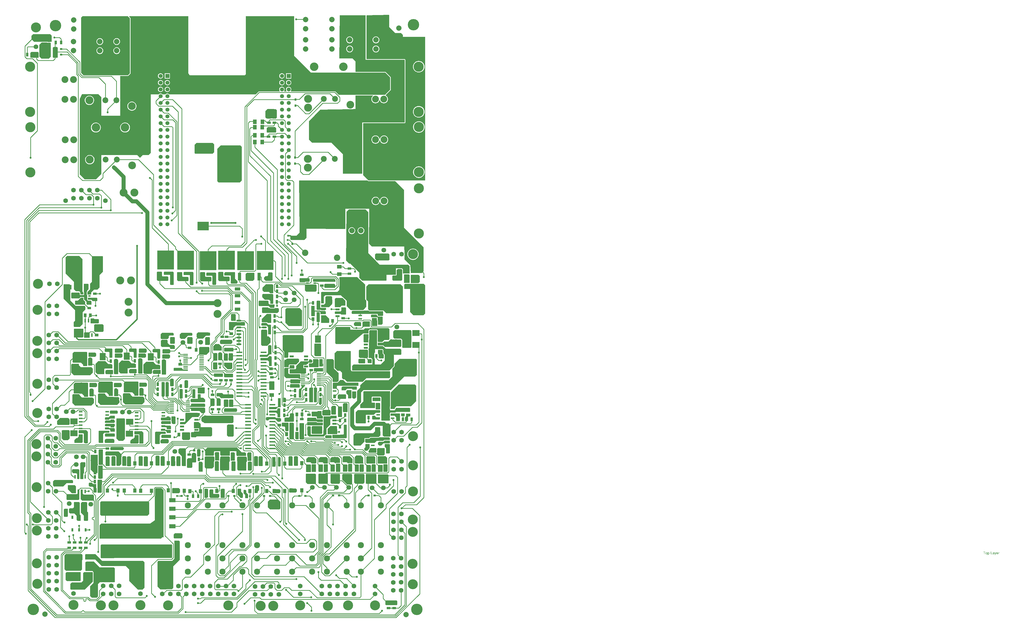
<source format=gtl>
G04*
G04 #@! TF.GenerationSoftware,Altium Limited,Altium Designer,18.1.11 (251)*
G04*
G04 Layer_Physical_Order=1*
G04 Layer_Color=255*
%FSLAX25Y25*%
%MOIN*%
G70*
G01*
G75*
%ADD10C,0.01000*%
%ADD19C,0.03000*%
%ADD20R,0.05709X0.06890*%
%ADD21R,0.04134X0.05512*%
%ADD22R,0.03543X0.05315*%
%ADD23R,0.05512X0.04134*%
%ADD24C,0.07874*%
%ADD25R,0.14961X0.21654*%
%ADD26R,0.05315X0.03543*%
%ADD27R,0.07087X0.05709*%
%ADD28R,0.22047X0.12598*%
%ADD29R,0.03740X0.02362*%
%ADD30R,0.10630X0.06693*%
%ADD31R,0.02362X0.05709*%
%ADD32R,0.05709X0.07087*%
%ADD33R,0.03740X0.03543*%
%ADD34R,0.19685X0.19685*%
%ADD35R,0.06890X0.05709*%
%ADD36R,0.05906X0.01772*%
%ADD37R,0.03543X0.03740*%
%ADD38R,0.06102X0.02559*%
%ADD39R,0.09000X0.02400*%
%ADD40R,0.07008X0.01654*%
%ADD41R,0.08898X0.11024*%
%ADD42R,0.05709X0.02362*%
%ADD43R,0.11024X0.08898*%
%ADD44R,0.09449X0.12795*%
%ADD45R,0.16535X0.12598*%
%ADD46R,0.02559X0.03543*%
%ADD47R,0.03543X0.02559*%
%ADD48R,0.04724X0.11811*%
%ADD49R,0.24606X0.28347*%
%ADD50R,0.08268X0.09252*%
%ADD51O,0.08268X0.09252*%
%ADD52R,0.21260X0.23622*%
%ADD53R,0.04921X0.06299*%
%ADD54R,0.03150X0.04724*%
%ADD55O,0.07480X0.02362*%
%ADD56R,0.09449X0.06102*%
%ADD57R,0.07874X0.11811*%
%ADD58R,0.03937X0.01968*%
%ADD59R,0.08071X0.06299*%
%ADD60R,0.20079X0.13780*%
%ADD61R,0.19685X0.19685*%
%ADD62R,0.08032X0.04528*%
%ADD122C,0.06000*%
%ADD123C,0.02000*%
%ADD124C,0.07087*%
%ADD125C,0.09449*%
%ADD126C,0.08000*%
%ADD127C,0.11811*%
%ADD128C,0.10158*%
%ADD129C,0.15000*%
%ADD130C,0.07000*%
%ADD131C,0.14800*%
%ADD132C,0.16929*%
%ADD133C,0.05906*%
%ADD134R,0.05906X0.05906*%
%ADD135C,0.09055*%
%ADD136C,0.08661*%
%ADD137C,0.11400*%
%ADD138C,0.12598*%
%ADD139C,0.05000*%
G36*
X143000Y925000D02*
Y915500D01*
X136228D01*
X136130Y915520D01*
X130000D01*
X128000Y915520D01*
X128000D01*
D01*
X127901Y915500D01*
X117000D01*
X113000Y919500D01*
Y924500D01*
X115500Y927000D01*
X141000Y927000D01*
X143000Y925000D01*
D02*
G37*
G36*
X123500Y899500D02*
X123500Y892500D01*
X123000Y892000D01*
X114648D01*
X114500Y892029D01*
X111797D01*
X111327Y892500D01*
X111327Y899327D01*
X112500Y900500D01*
X122500Y900500D01*
X123500Y899500D01*
D02*
G37*
G36*
X151000Y908000D02*
X152000Y907000D01*
Y893207D01*
X151500Y892000D01*
X145500Y892000D01*
X144500Y893000D01*
X144500Y907000D01*
X145500Y908000D01*
X151000Y908000D01*
D02*
G37*
G36*
X130000Y914500D02*
X136130D01*
Y914279D01*
X141220D01*
X141500Y914000D01*
X141500Y893500D01*
X138500Y890500D01*
X128000Y890500D01*
X124520Y893980D01*
X124520Y899500D01*
X124500Y899599D01*
X124500Y911000D01*
X128000Y914500D01*
X130000Y914500D01*
D02*
G37*
G36*
X502750Y894750D02*
X527500Y870000D01*
X638000Y870000D01*
X645000Y863000D01*
X645000Y844500D01*
X637500Y837000D01*
X569000Y837000D01*
X563929Y842071D01*
X527500D01*
Y842029D01*
X497833D01*
X497587Y842529D01*
X497953Y843007D01*
X498351Y843968D01*
X498487Y845000D01*
X498351Y846032D01*
X497953Y846993D01*
X497319Y847819D01*
X496493Y848453D01*
X495532Y848851D01*
X494500Y848987D01*
X493468Y848851D01*
X492507Y848453D01*
X491681Y847819D01*
X491047Y846993D01*
X490649Y846032D01*
X490513Y845000D01*
X490649Y843968D01*
X491047Y843007D01*
X491413Y842529D01*
X491167Y842029D01*
X487833D01*
X487587Y842529D01*
X487953Y843007D01*
X488351Y843968D01*
X488487Y845000D01*
X488351Y846032D01*
X487953Y846993D01*
X487319Y847819D01*
X486493Y848453D01*
X485532Y848851D01*
X484500Y848987D01*
X483468Y848851D01*
X482507Y848453D01*
X481681Y847819D01*
X481047Y846993D01*
X480649Y846032D01*
X480513Y845000D01*
X480649Y843968D01*
X481047Y843007D01*
X481413Y842529D01*
X481167Y842029D01*
X450672D01*
X450524Y842000D01*
X450000D01*
X445500Y837500D01*
X317564Y837500D01*
X317319Y837819D01*
X316493Y838453D01*
X315532Y838851D01*
X314500Y838987D01*
X313468Y838851D01*
X312507Y838453D01*
X311681Y837819D01*
X311436Y837500D01*
X307564D01*
X307319Y837819D01*
X306493Y838453D01*
X305532Y838851D01*
X304500Y838987D01*
X303468Y838851D01*
X302507Y838453D01*
X301681Y837819D01*
X301436Y837500D01*
X290000D01*
Y751000D01*
X286500Y747500D01*
X278000Y747500D01*
X274000Y743500D01*
X270000Y747500D01*
X216500D01*
Y719216D01*
X208813Y711529D01*
X191971D01*
X184500Y719000D01*
X184500Y831000D01*
X188000Y838000D01*
X212000Y838000D01*
X216500Y833500D01*
Y806000D01*
X244500D01*
Y864980D01*
X256000Y864980D01*
X256390Y865058D01*
X256721Y865279D01*
X256721Y865279D01*
X259721Y868279D01*
X259942Y868610D01*
X260020Y869000D01*
X260020Y950500D01*
X259942Y950890D01*
X259721Y951221D01*
X257904Y953038D01*
X258095Y953500D01*
X345500D01*
Y869092D01*
X347673Y866061D01*
X429561Y866061D01*
X431000Y867500D01*
Y953500D01*
X502500D01*
X502750Y894750D01*
D02*
G37*
G36*
X256000Y953500D02*
X259000Y950500D01*
X259000Y869000D01*
X256000Y866000D01*
X237500Y866000D01*
X231648D01*
X231500Y866029D01*
X189971D01*
X186500Y869500D01*
Y951500D01*
X188500Y953500D01*
X256000Y953500D01*
D02*
G37*
G36*
X608500Y889000D02*
X666500D01*
Y796000D01*
X603500D01*
Y720000D01*
X575000D01*
Y749000D01*
X558000Y766000D01*
X529000Y766000D01*
X524500Y770500D01*
X524500Y797740D01*
X541416Y814940D01*
X585468Y815674D01*
X586161Y815606D01*
X587137Y815702D01*
X593500Y815808D01*
Y835980D01*
X619623Y835980D01*
X619770Y835480D01*
X618964Y834819D01*
X618205Y833893D01*
X617640Y832837D01*
X617293Y831692D01*
X617175Y830500D01*
X617293Y829308D01*
X617640Y828162D01*
X618205Y827106D01*
X618964Y826181D01*
X619890Y825421D01*
X620946Y824857D01*
X622092Y824509D01*
X623283Y824392D01*
X624475Y824509D01*
X625621Y824857D01*
X626677Y825421D01*
X627603Y826181D01*
X628362Y827106D01*
X628927Y828162D01*
X629274Y829308D01*
X629292Y829490D01*
X629795D01*
X629812Y829308D01*
X630160Y828162D01*
X630724Y827106D01*
X631484Y826181D01*
X632410Y825421D01*
X633466Y824857D01*
X634612Y824509D01*
X635803Y824392D01*
X636995Y824509D01*
X638141Y824857D01*
X639197Y825421D01*
X640122Y826181D01*
X640882Y827106D01*
X641446Y828162D01*
X641794Y829308D01*
X641911Y830500D01*
X641794Y831692D01*
X641446Y832837D01*
X640882Y833893D01*
X640122Y834819D01*
X639197Y835579D01*
X638560Y835919D01*
X638474Y836532D01*
X645721Y843779D01*
X645942Y844110D01*
X646020Y844500D01*
X646020Y863000D01*
X645942Y863390D01*
X645721Y863721D01*
X645721Y863721D01*
X638721Y870721D01*
X638390Y870942D01*
X638000Y871020D01*
X593500Y871020D01*
Y886500D01*
X589000Y891000D01*
X569856D01*
X569504Y891356D01*
X570272Y955000D01*
X608500D01*
Y889000D01*
D02*
G37*
G36*
X475500Y815500D02*
X477152Y813848D01*
Y803152D01*
X476000Y802000D01*
X461500D01*
X460000Y803500D01*
Y813000D01*
X462870Y815870D01*
X470333D01*
X475500Y815500D01*
D02*
G37*
G36*
X476000Y787500D02*
Y781500D01*
X475500Y781000D01*
X462500Y781000D01*
X462000Y781500D01*
X462000Y787500D01*
X463701Y789201D01*
X474299D01*
X476000Y787500D01*
D02*
G37*
G36*
X384006Y763494D02*
Y752000D01*
X381506Y749500D01*
X356000D01*
X355000Y750500D01*
Y763000D01*
X357500Y765500D01*
X382000D01*
X384006Y763494D01*
D02*
G37*
G36*
X643500Y955144D02*
X643500Y937717D01*
X652716Y928500D01*
X661497Y928500D01*
X663941Y926060D01*
X663946Y923000D01*
X697000D01*
Y710000D01*
X613000D01*
X605000Y718000D01*
Y794000D01*
X605422Y794980D01*
X666500D01*
X666890Y795058D01*
X667221Y795279D01*
X667442Y795610D01*
X667520Y796000D01*
Y889000D01*
X667442Y889390D01*
X667221Y889721D01*
X666890Y889942D01*
X666500Y890020D01*
X610000D01*
Y954500D01*
X610500Y955000D01*
X643144Y955495D01*
X643500Y955144D01*
D02*
G37*
G36*
X425000Y760000D02*
Y710000D01*
X422000Y707000D01*
X390500D01*
X388500Y709000D01*
Y757000D01*
X393500Y762000D01*
X423000D01*
X425000Y760000D01*
D02*
G37*
G36*
X612279Y709279D02*
X612610Y709058D01*
X613000Y708980D01*
X652520D01*
X665500Y696000D01*
X665500Y640000D01*
X694500Y611000D01*
X694500Y575000D01*
X692000Y572500D01*
X675500Y572500D01*
X675139Y584410D01*
X670408Y589000D01*
X666415Y592907D01*
X666281Y599076D01*
X666384Y599325D01*
X666539Y600500D01*
X666384Y601675D01*
X666216Y602082D01*
X666000Y612000D01*
X617673D01*
X613520Y616154D01*
X613520Y640500D01*
X614000D01*
Y668000D01*
X578500D01*
Y638354D01*
X578146Y638001D01*
X521000Y638172D01*
X521000Y624972D01*
X517527Y621500D01*
X503000Y621500D01*
X498274Y621500D01*
X497000Y622774D01*
X497000Y626500D01*
X498500Y628000D01*
X506000Y628000D01*
X510500Y632500D01*
Y638501D01*
X509940Y709645D01*
X510292Y710000D01*
X611558Y710000D01*
X612279Y709279D01*
D02*
G37*
G36*
X644000Y600000D02*
X644000Y593500D01*
X644500Y593000D01*
X642677Y591177D01*
X625323D01*
X622500Y594000D01*
X622500Y600000D01*
X624000Y601500D01*
X636500Y601500D01*
X642500Y601500D01*
X644000Y600000D01*
D02*
G37*
G36*
X612500Y663000D02*
X612500Y602240D01*
X624000Y590740D01*
X627740Y587000D01*
X629740Y585000D01*
X649571Y585000D01*
X672000Y585000D01*
X674000Y583000D01*
X674000Y572401D01*
X673500Y572000D01*
X664000D01*
X664000Y578000D01*
X662500Y579500D01*
X653500D01*
X653500Y570000D01*
X639500Y570000D01*
X639500Y561791D01*
X639000Y561291D01*
X603500Y561291D01*
X599209Y565583D01*
X599209Y573291D01*
X594310Y578190D01*
X593981Y578682D01*
X592144Y580518D01*
X591653Y580847D01*
X587000Y585500D01*
X586000Y586500D01*
X584469D01*
X579563Y591468D01*
X580468Y663494D01*
X583999Y666980D01*
X608520D01*
X612500Y663000D01*
D02*
G37*
G36*
X662980Y577578D02*
X662980Y572000D01*
X663000Y571902D01*
X663000Y562500D01*
X661791Y561291D01*
X649409Y561291D01*
X648200Y562500D01*
X648200Y568200D01*
X648980Y568980D01*
X653500Y568980D01*
X653890Y569058D01*
X654221Y569279D01*
X654442Y569610D01*
X654520Y570000D01*
X654520Y576520D01*
X656480Y578480D01*
X662078D01*
X662980Y577578D01*
D02*
G37*
G36*
X443500Y572500D02*
X443500Y563228D01*
X441272Y561000D01*
X432437D01*
X430529Y562908D01*
X430529Y571092D01*
X432437Y573000D01*
X443000D01*
X443500Y572500D01*
D02*
G37*
G36*
X470000Y573000D02*
Y561291D01*
X469709Y561000D01*
X460500D01*
X457972Y563528D01*
Y565776D01*
X460055Y567858D01*
X462677D01*
X464000Y569181D01*
Y572500D01*
X465000Y573500D01*
X469500D01*
X470000Y573000D01*
D02*
G37*
G36*
X306500Y574000D02*
Y568500D01*
X307500Y567500D01*
X315100D01*
X316000Y566600D01*
Y561937D01*
X315063Y561000D01*
X300551D01*
X299000Y562551D01*
Y574000D01*
X299500Y574500D01*
X306000D01*
X306500Y574000D01*
D02*
G37*
G36*
X397500Y573791D02*
Y568291D01*
X398500Y567291D01*
X406100D01*
X407000Y566391D01*
Y561728D01*
X406063Y560791D01*
X391551D01*
X390000Y562343D01*
Y573791D01*
X390500Y574291D01*
X397000D01*
X397500Y573791D01*
D02*
G37*
G36*
X336500Y573500D02*
Y568000D01*
X337500Y567000D01*
X345100D01*
X346000Y566100D01*
Y561437D01*
X345063Y560500D01*
X330551D01*
X329000Y562051D01*
Y573500D01*
X329500Y574000D01*
X336000D01*
X336500Y573500D01*
D02*
G37*
G36*
X370500Y573437D02*
Y567937D01*
X371500Y566937D01*
X379100D01*
X380000Y566037D01*
Y561374D01*
X379063Y560437D01*
X364571D01*
X363000Y562008D01*
Y573437D01*
X363500Y573937D01*
X370000D01*
X370500Y573437D01*
D02*
G37*
G36*
X564000Y562595D02*
X564000Y560000D01*
X563500Y559500D01*
X536260Y559500D01*
Y559535D01*
X531590D01*
X530563Y560563D01*
X530563Y563613D01*
X530920Y563971D01*
X562625D01*
X564000Y562595D01*
D02*
G37*
G36*
X525500Y564000D02*
Y560563D01*
X525563Y560500D01*
X524598Y559535D01*
X519299D01*
Y559500D01*
X519000D01*
X518581Y559081D01*
X511419D01*
X510500Y560000D01*
X510500Y564500D01*
X511000Y565000D01*
X524500D01*
X525500Y564000D01*
D02*
G37*
G36*
X674000Y569500D02*
X674000Y558000D01*
X665906Y558000D01*
X665801Y558103D01*
X665500Y558500D01*
Y570000D01*
X666000Y570500D01*
X673000D01*
X674000Y569500D01*
D02*
G37*
G36*
X687193Y570000D02*
X689000Y568193D01*
X689000Y559500D01*
X687051Y557551D01*
X676000Y557551D01*
X675500Y558000D01*
Y569500D01*
X676000Y570000D01*
X687193Y570000D01*
D02*
G37*
G36*
X415000Y573500D02*
Y564000D01*
X418191Y560809D01*
Y560276D01*
X418500D01*
Y558114D01*
X417415Y557029D01*
X409522D01*
X408500Y558051D01*
Y568500D01*
X408000Y569000D01*
X399500D01*
X399000Y569500D01*
Y572500D01*
X400500Y574000D01*
X414500D01*
X415000Y573500D01*
D02*
G37*
G36*
X386921Y572240D02*
X386921Y555921D01*
X386029Y555029D01*
X382471D01*
X381421Y556079D01*
Y568240D01*
X380921Y568740D01*
X372921D01*
X372291Y569371D01*
Y572614D01*
X372917Y573240D01*
X385921D01*
X386921Y572240D01*
D02*
G37*
G36*
X324000Y573500D02*
Y555500D01*
X323500Y555000D01*
X319500D01*
X318500Y556000D01*
Y569500D01*
X318000Y570000D01*
X310000D01*
X309369Y570631D01*
Y573874D01*
X309995Y574500D01*
X323000D01*
X324000Y573500D01*
D02*
G37*
G36*
X353421Y573240D02*
Y555240D01*
X352921Y554740D01*
X348921D01*
X347921Y555740D01*
Y569240D01*
X347421Y569740D01*
X339421D01*
X338791Y570371D01*
Y573614D01*
X339417Y574240D01*
X352421D01*
X353421Y573240D01*
D02*
G37*
G36*
X563552Y555248D02*
X563552Y551252D01*
X562800Y550500D01*
X548500D01*
X547500Y551500D01*
X547300D01*
Y555500D01*
X548300Y556500D01*
X562300D01*
X563552Y555248D01*
D02*
G37*
G36*
X219000Y597000D02*
Y574400D01*
X218100Y573500D01*
X214000Y569400D01*
Y551394D01*
X210605Y547998D01*
X205500Y547999D01*
X201500Y544000D01*
X201500Y541000D01*
X201153Y540654D01*
X196287D01*
X196000Y540941D01*
Y544303D01*
X196046Y544534D01*
X200080Y548568D01*
Y557131D01*
X202500Y559551D01*
Y597000D01*
X203000Y597500D01*
X218500Y597500D01*
X219000Y597000D01*
D02*
G37*
G36*
X536000Y554547D02*
Y546500D01*
X534500Y545000D01*
X520711D01*
X518760Y546951D01*
Y554354D01*
X519500Y555500D01*
X535047D01*
X536000Y554547D01*
D02*
G37*
G36*
X471384Y554949D02*
X471500D01*
Y543000D01*
X471000Y542500D01*
X467231D01*
X465231Y544500D01*
X458000D01*
X455500Y547000D01*
Y551000D01*
X460500Y556000D01*
X470333D01*
X471384Y554949D01*
D02*
G37*
G36*
X188740Y593260D02*
X188740Y545260D01*
X189480Y544520D01*
Y544394D01*
X189558Y544003D01*
X189779Y543673D01*
X189908Y543587D01*
Y541026D01*
X189873Y541020D01*
X185520D01*
Y543051D01*
X185442Y543441D01*
X185260Y543714D01*
Y544240D01*
X184000Y545500D01*
X179000Y545500D01*
X176100Y548400D01*
Y559500D01*
X163502Y572098D01*
Y596000D01*
X165502Y598000D01*
X184000D01*
X188740Y593260D01*
D02*
G37*
G36*
X197500Y556000D02*
X197500Y548500D01*
X196500Y547500D01*
X195500Y546500D01*
Y545430D01*
X195325Y545255D01*
X195269Y545171D01*
X195198Y545100D01*
X195160Y545008D01*
X195104Y544924D01*
X195084Y544826D01*
X195046Y544733D01*
X195000Y544502D01*
Y544402D01*
X194980Y544303D01*
Y540941D01*
X195058Y540551D01*
X195279Y540220D01*
X195500Y539999D01*
X195500Y532937D01*
X196937Y531500D01*
X201000Y531500D01*
X202000Y530500D01*
Y526000D01*
X201500Y525500D01*
X195500D01*
X194500Y526500D01*
X194500Y529868D01*
X191366Y533000D01*
X191000Y533366D01*
Y536500D01*
X190928Y536573D01*
Y536913D01*
X190587D01*
X190500Y537000D01*
X185760D01*
X185684Y537076D01*
X185499Y537070D01*
X185348Y536913D01*
X185187D01*
Y536747D01*
X183500Y535000D01*
X173039Y535000D01*
X172000Y536039D01*
Y543000D01*
X172500Y543500D01*
X184051Y543500D01*
X184500Y543051D01*
Y540500D01*
X185000Y540000D01*
X190000D01*
X190032Y540031D01*
X190928D01*
Y544394D01*
X190500D01*
Y555000D01*
X190500Y556000D01*
X191000Y556500D01*
X197000Y556500D01*
X197500Y556000D01*
D02*
G37*
G36*
X189980Y533366D02*
X190058Y532976D01*
X190279Y532645D01*
X190645Y532279D01*
X190645Y532279D01*
X190645Y532279D01*
X192606Y530319D01*
Y526000D01*
X192106Y525500D01*
X178418D01*
X177500Y526418D01*
Y531000D01*
X178000Y531500D01*
X181500Y531500D01*
X185980Y535980D01*
X189980D01*
Y533366D01*
D02*
G37*
G36*
X210701Y535299D02*
Y531701D01*
X210000Y531000D01*
X204000D01*
X202000Y533000D01*
X197000D01*
X196520Y533480D01*
Y535520D01*
X197000Y536000D01*
X210000D01*
X210701Y535299D01*
D02*
G37*
G36*
X467231Y541480D02*
X470520D01*
X471571Y540429D01*
Y527929D01*
Y527071D01*
X471437Y526937D01*
X467500D01*
X467231Y527206D01*
Y531269D01*
X465500Y533000D01*
X459000D01*
X455500Y536500D01*
X455339D01*
Y540779D01*
X456000Y541441D01*
Y541500D01*
X467132D01*
X467231Y541480D01*
D02*
G37*
G36*
X578500Y531500D02*
X578500Y525679D01*
X578500Y524768D01*
X578132Y524400D01*
X573052D01*
X570652Y522000D01*
X563552D01*
X563158Y522395D01*
Y534465D01*
X564193Y535500D01*
X574500Y535500D01*
X578500Y531500D01*
D02*
G37*
G36*
X559000Y537433D02*
Y526500D01*
X554500Y522000D01*
X549599D01*
X549500Y522020D01*
X542980D01*
X542500Y522500D01*
Y525199D01*
X542801Y525500D01*
X546803D01*
X549000Y527697D01*
Y536933D01*
X550500Y538433D01*
X558000D01*
X559000Y537433D01*
D02*
G37*
G36*
X464827Y530173D02*
Y527500D01*
X466327Y526000D01*
X467102D01*
X467110Y525995D01*
X467500Y525917D01*
X471437D01*
X471827Y525995D01*
X471835Y526000D01*
X473000D01*
X473501Y525499D01*
X473478Y521299D01*
X473177Y521000D01*
X467500D01*
X465000Y523500D01*
X451000Y523500D01*
X450000Y524500D01*
X450000Y530913D01*
X450587Y531500D01*
X463500Y531500D01*
X464827Y530173D01*
D02*
G37*
G36*
X541323Y530827D02*
X541323Y521610D01*
X541693Y521240D01*
X541933Y521000D01*
X549500D01*
X550000Y520500D01*
X550000Y518000D01*
X537000Y518000D01*
X536000Y519000D01*
X536000Y531000D01*
X536500Y531500D01*
X540650Y531500D01*
X541323Y530827D01*
D02*
G37*
G36*
X608000Y555687D02*
Y533500D01*
X608553Y532947D01*
X608558Y532923D01*
X608779Y532592D01*
X609514Y531857D01*
X609717Y522630D01*
X607543Y520457D01*
X605260Y517740D01*
X586260Y517740D01*
X580500Y523500D01*
X580500Y531711D01*
X571632Y539500D01*
X548803D01*
X546622Y537319D01*
Y528169D01*
X546791Y528000D01*
X546291Y527500D01*
X543000D01*
X542500Y528000D01*
Y543724D01*
X543276Y544500D01*
X566500D01*
X569827Y547500D01*
Y552919D01*
X569921Y553391D01*
Y563195D01*
X569827Y563668D01*
Y565827D01*
X570681Y566681D01*
X595870D01*
X608000Y555687D01*
D02*
G37*
G36*
X613225Y516806D02*
X613752Y516279D01*
X614082Y516058D01*
X614472Y515980D01*
X634500D01*
Y509992D01*
X633508Y509000D01*
X627500D01*
X626500Y510000D01*
X626500Y511500D01*
X626000Y512000D01*
X598000D01*
X598000Y512000D01*
Y512000D01*
X596500Y512000D01*
X589000Y512000D01*
X588000Y513000D01*
X588000Y515500D01*
X589221Y516720D01*
X597646Y516721D01*
X597683Y516683D01*
X597721Y516721D01*
X605260Y516721D01*
X605303Y516729D01*
X605348Y516724D01*
X605497Y516768D01*
X605650Y516798D01*
X605687Y516823D01*
X605730Y516835D01*
X605828Y516914D01*
X613225Y516806D01*
D02*
G37*
G36*
X465112Y520648D02*
X466244D01*
Y520173D01*
X466937D01*
X467110Y520058D01*
X467500Y519980D01*
X473177D01*
X473370Y520019D01*
X473565Y520057D01*
X473566Y520058D01*
X473567Y520058D01*
X473732Y520168D01*
X473740Y520173D01*
X473756D01*
Y520184D01*
X473896Y520277D01*
X474197Y520576D01*
X474245Y520648D01*
X478852D01*
X480063Y519437D01*
Y515500D01*
X477913Y513350D01*
X455650D01*
X454839Y514161D01*
Y520648D01*
X455690Y521500D01*
X464000D01*
X465112Y520648D01*
D02*
G37*
G36*
X617512Y556000D02*
X660500D01*
X664000Y552500D01*
Y514000D01*
X663000Y513000D01*
X639303D01*
X635303Y517000D01*
X614472D01*
X612339Y519134D01*
Y530475D01*
X609500Y533314D01*
Y549500D01*
Y552500D01*
X613000Y556000D01*
X617512Y556000D01*
D02*
G37*
G36*
X532563Y524000D02*
X533063Y523500D01*
Y517358D01*
X533421Y517000D01*
X536901D01*
X537000Y516980D01*
X537000D01*
X537000D01*
X541570D01*
Y516374D01*
X548519D01*
X549500Y515393D01*
Y512000D01*
X549000Y511500D01*
X542028D01*
X541520Y512008D01*
Y514174D01*
X541500Y514273D01*
X541500Y514500D01*
X541444Y514556D01*
X541442Y514564D01*
X541221Y514895D01*
X541196Y514920D01*
Y515520D01*
X535653D01*
Y515500D01*
X533626D01*
X533291Y515165D01*
Y509291D01*
X532500Y508500D01*
X528500D01*
X528052Y508948D01*
Y523448D01*
X528000Y523500D01*
X528500Y524000D01*
X532563Y524000D01*
D02*
G37*
G36*
X579500Y520803D02*
Y511500D01*
X579000Y511000D01*
X572500D01*
X571638Y511862D01*
X563500D01*
X563000Y512362D01*
Y515000D01*
X563500Y515500D01*
X571323D01*
X572500Y516677D01*
Y521240D01*
X572760Y521500D01*
X578803D01*
X579500Y520803D01*
D02*
G37*
G36*
X697000Y554500D02*
Y512500D01*
X694500Y510000D01*
X679500D01*
X674500Y515000D01*
X674500Y549000D01*
X666500D01*
X666000Y549500D01*
X666000Y555500D01*
X667000Y556500D01*
X685250D01*
X695000Y556500D01*
X697000Y554500D01*
D02*
G37*
G36*
X416000Y511100D02*
Y502000D01*
X415559Y501559D01*
X410000D01*
X409000Y502559D01*
Y511361D01*
X409739Y512100D01*
X415000D01*
X416000Y511100D01*
D02*
G37*
G36*
X540500Y514174D02*
Y500500D01*
X540000Y500000D01*
X536500D01*
X536000Y500500D01*
Y514490D01*
X540184D01*
X540500Y514174D01*
D02*
G37*
G36*
X554500Y505000D02*
Y499000D01*
X554000Y498500D01*
X543000D01*
X542500Y499000D01*
Y509500D01*
X542937Y509937D01*
X545000D01*
X549500Y510000D01*
X554500Y505000D01*
D02*
G37*
G36*
X468813Y511500D02*
Y499687D01*
X469000Y499500D01*
X468000Y498500D01*
X463500Y498500D01*
X462500Y499500D01*
X455339Y499500D01*
X454500Y500339D01*
Y504500D01*
X462000Y512000D01*
X468000D01*
X468813Y511500D01*
D02*
G37*
G36*
X206500Y504331D02*
X212409Y504331D01*
X213000Y503740D01*
X213000Y499000D01*
X212000Y498000D01*
X201000D01*
X200500Y498500D01*
Y504760D01*
X201000Y505260D01*
X205571D01*
X206500Y504331D01*
D02*
G37*
G36*
X625480Y510562D02*
Y510000D01*
X625500Y509901D01*
X625500Y509501D01*
X626501Y508499D01*
X626559Y508499D01*
X626779Y508279D01*
X627110Y508058D01*
X627500Y507980D01*
X633508D01*
X634008Y507576D01*
Y503148D01*
X634008Y503148D01*
X634008Y497713D01*
X632295Y496000D01*
X627500D01*
X627008Y496492D01*
Y502070D01*
X626930Y502460D01*
X626709Y502791D01*
X626500Y503000D01*
X626500Y506500D01*
X626000Y507000D01*
X617000Y507000D01*
X616512Y507488D01*
X616512Y510012D01*
X617472Y510972D01*
X625070Y510972D01*
X625480Y510562D01*
D02*
G37*
G36*
X417308Y500000D02*
X417389Y499945D01*
X418240Y499776D01*
X423358D01*
X424209Y499945D01*
X424291Y500000D01*
X428837D01*
X429500Y499337D01*
X429500Y495000D01*
X429449D01*
X428949Y494500D01*
X416000Y494500D01*
X412500Y491000D01*
Y488697D01*
X411803Y488000D01*
X411004Y488000D01*
X406500D01*
X406000Y488500D01*
Y499500D01*
X406500Y500000D01*
X417308D01*
D02*
G37*
G36*
X625480Y505980D02*
X625480Y503000D01*
X625558Y502610D01*
X625779Y502279D01*
X625988Y502070D01*
Y494547D01*
X625470Y494029D01*
X618393D01*
X618029Y494393D01*
Y501913D01*
X618000Y502061D01*
Y505627D01*
X618354Y505980D01*
X625480Y505980D01*
D02*
G37*
G36*
X602000Y499000D02*
Y494331D01*
X601669Y494000D01*
X592937D01*
X591437Y495500D01*
Y498437D01*
X593000Y500000D01*
X601000D01*
X602000Y499000D01*
D02*
G37*
G36*
X514327Y517173D02*
Y493937D01*
X495063D01*
X495000Y494000D01*
X494500Y493937D01*
X489500Y498937D01*
Y518597D01*
X491403Y520500D01*
X511000D01*
X514327Y517173D01*
D02*
G37*
G36*
X614971Y501000D02*
Y493760D01*
X615048Y493373D01*
X614715Y493000D01*
X604000D01*
X604000Y499500D01*
X605054Y500554D01*
X605329Y500737D01*
X605591Y501000D01*
X614971Y501000D01*
D02*
G37*
G36*
X169500Y556000D02*
X170500Y555000D01*
X170500Y531976D01*
X178576Y523900D01*
X192000Y523900D01*
X193000Y522900D01*
Y518394D01*
X192106Y517500D01*
X189000Y514394D01*
X189000Y497063D01*
X184697Y492760D01*
X176303Y492760D01*
X175539Y493524D01*
Y500039D01*
X177500Y502000D01*
Y517500D01*
X175000Y520000D01*
X160500Y534500D01*
X160500Y547000D01*
Y555349D01*
X161151Y556000D01*
X169500Y556000D01*
D02*
G37*
G36*
X220000Y494806D02*
X220000Y486624D01*
X218616Y485240D01*
X207242Y485240D01*
X206000Y486482D01*
Y495624D01*
X206876Y496500D01*
X209116D01*
X218502Y496500D01*
X220000Y494806D01*
D02*
G37*
G36*
X455339Y498480D02*
X461520Y498480D01*
X464000Y496000D01*
X467731Y496000D01*
X468171Y495560D01*
X468171Y482329D01*
Y481671D01*
X468000Y481500D01*
X464827D01*
X464000Y482327D01*
Y492500D01*
X462000Y494500D01*
X455000D01*
X454000Y495500D01*
Y497500D01*
X455000Y498500D01*
X455240D01*
X455339Y498480D01*
D02*
G37*
G36*
X189500Y490000D02*
X190000Y489500D01*
X190000Y478042D01*
X188687Y477000D01*
X176575Y477000D01*
X176100Y477500D01*
X176100Y479100D01*
X176100Y489600D01*
X176500Y490000D01*
X189500Y490000D01*
D02*
G37*
G36*
X199445Y484087D02*
Y477055D01*
X199500Y477000D01*
X199000Y476500D01*
X191500D01*
X191000Y477000D01*
Y477885D01*
X191013Y477925D01*
X191008Y477984D01*
X191020Y478042D01*
X191020Y484020D01*
X191500Y484500D01*
Y484531D01*
X199000D01*
X199445Y484087D01*
D02*
G37*
G36*
X373915Y484470D02*
X377071Y484429D01*
X378000Y483500D01*
Y480500D01*
X377000Y479500D01*
X371500D01*
X367390Y475390D01*
X360151D01*
X358000Y477540D01*
Y482500D01*
X360000Y484500D01*
X373500D01*
X373915Y484470D01*
D02*
G37*
G36*
X350611Y484000D02*
X351500Y483111D01*
X351500Y480500D01*
X350500Y479500D01*
X345000D01*
X340500Y475000D01*
X335000D01*
X333000Y477000D01*
Y481500D01*
X335500Y484000D01*
X349803D01*
X350611Y484000D01*
D02*
G37*
G36*
X320559Y483985D02*
X323045Y483955D01*
X324000Y483000D01*
Y480500D01*
X323500Y480000D01*
X317500D01*
X316584Y479084D01*
Y476584D01*
X314579Y474579D01*
Y474500D01*
X306000D01*
X304500Y476000D01*
Y481740D01*
X306760Y484000D01*
X320506D01*
X320559Y483985D01*
D02*
G37*
G36*
X585993Y491999D02*
X585997Y489002D01*
X586500Y488500D01*
X594754Y488500D01*
X595000Y488451D01*
X595246Y488500D01*
X605500Y488500D01*
Y488500D01*
X607500Y490500D01*
X614500D01*
X615500Y491500D01*
X616500D01*
X616597D01*
X616678Y491419D01*
X617175Y491087D01*
X617760Y490971D01*
X642529D01*
X644000Y489500D01*
X644000Y474500D01*
X642823Y473323D01*
X636323Y473323D01*
X633500Y470500D01*
X627000D01*
X626520Y470980D01*
X626520Y487500D01*
X626520Y487500D01*
X626520Y487500D01*
X626500Y487599D01*
Y488000D01*
X626369D01*
X626309Y488089D01*
X626221Y488221D01*
X626221Y488221D01*
X626221Y488221D01*
X625721Y488721D01*
X625556Y488831D01*
X625390Y488942D01*
X625390Y488942D01*
X625390Y488942D01*
X625212Y488977D01*
X625000Y489020D01*
X614917Y489020D01*
X614726Y488982D01*
X614535Y488945D01*
X614531Y488943D01*
X614526Y488942D01*
X614365Y488834D01*
X614202Y488728D01*
X613269Y487811D01*
X613159Y487650D01*
X613049Y487491D01*
X613048Y487486D01*
X613045Y487482D01*
X613005Y487292D01*
X612964Y487102D01*
X612898Y483469D01*
X612429Y483000D01*
X606955D01*
X606323D01*
X606238Y483017D01*
X606152Y483000D01*
X605000Y483000D01*
X604955Y482955D01*
X585992Y467260D01*
X564500D01*
Y467500D01*
X563500Y468500D01*
Y491500D01*
X564500Y492500D01*
X585491D01*
X585993Y491999D01*
D02*
G37*
G36*
X661827Y472673D02*
X661827Y464327D01*
X660500Y463000D01*
X637366Y463000D01*
X635366Y465000D01*
X635130D01*
X635119Y465017D01*
X635022Y465082D01*
X634937Y465161D01*
X634858Y465191D01*
X634788Y465238D01*
X634674Y465261D01*
X634565Y465302D01*
X634481Y465299D01*
X634398Y465316D01*
X626954D01*
X626520Y465666D01*
Y469031D01*
X626784Y469296D01*
X634398D01*
Y469500D01*
X634500D01*
X636000Y471000D01*
X642376Y471000D01*
X645376Y474000D01*
X660500D01*
X661827Y472673D01*
D02*
G37*
G36*
X606323Y481980D02*
X612429D01*
X612505Y481995D01*
X612864Y481636D01*
X612646Y469634D01*
X612512Y469500D01*
X606488Y469500D01*
X605500Y470488D01*
X605500Y481260D01*
X606238Y481997D01*
X606323Y481980D01*
D02*
G37*
G36*
X325500Y477000D02*
Y468500D01*
X324512Y467512D01*
X319500D01*
X318703Y468309D01*
Y477000D01*
X319203Y477500D01*
X325000D01*
X325500Y477000D01*
D02*
G37*
G36*
X352000Y476500D02*
Y468500D01*
X351000Y467500D01*
X345114D01*
X344000Y468614D01*
Y476500D01*
X345000Y477500D01*
X351000D01*
X352000Y476500D01*
D02*
G37*
G36*
X409500Y473500D02*
X410874Y472126D01*
X410874Y468874D01*
X409139Y467139D01*
X393861D01*
X392500Y468500D01*
Y472000D01*
X394000Y473500D01*
X409500Y473500D01*
D02*
G37*
G36*
X377500Y477000D02*
Y466606D01*
X377474Y466474D01*
X377000Y466000D01*
X371000D01*
X370500Y466500D01*
Y476500D01*
X371500Y477500D01*
X377000D01*
X377500Y477000D01*
D02*
G37*
G36*
X462500Y487500D02*
Y478760D01*
X464567Y478760D01*
X467500Y475827D01*
X467500Y469500D01*
X462500Y464500D01*
X455339D01*
X453500Y466339D01*
Y487500D01*
X454500Y488500D01*
X460902D01*
X461500Y488500D01*
X462500Y487500D01*
D02*
G37*
G36*
X675000Y488000D02*
X676500Y486500D01*
X676500Y462500D01*
X675500Y461500D01*
X664000D01*
X663000Y462500D01*
Y473500D01*
X661110Y475390D01*
X654300D01*
X653500Y475549D01*
X652700Y475390D01*
X651748D01*
X649700Y477438D01*
Y486000D01*
X651700Y488000D01*
X675000Y488000D01*
D02*
G37*
G36*
X315000Y472500D02*
Y469000D01*
X318000Y466000D01*
X324000D01*
X325500Y464500D01*
Y460500D01*
X325000Y460000D01*
X319000D01*
X318500Y460500D01*
Y462000D01*
X317500Y463000D01*
X306500D01*
X305000Y464500D01*
Y472000D01*
X306480Y473480D01*
X314020D01*
X315000Y472500D01*
D02*
G37*
G36*
X395471Y462982D02*
Y457971D01*
X395000Y457500D01*
X383068D01*
X383000Y457432D01*
X382529Y457903D01*
Y464029D01*
X385639Y467139D01*
X391314D01*
X395471Y462982D01*
D02*
G37*
G36*
X411791Y461576D02*
X412500Y460866D01*
X412500Y456697D01*
X412102Y456299D01*
X398677D01*
X398529Y456447D01*
Y461029D01*
X399000Y461500D01*
X401000Y461576D01*
X411791Y461576D01*
D02*
G37*
G36*
X283937Y459138D02*
Y456000D01*
X282236Y454299D01*
X273138D01*
X272437Y455000D01*
Y460000D01*
X272937Y460500D01*
X282537D01*
X283937Y459138D01*
D02*
G37*
G36*
X248500D02*
Y456000D01*
X246799Y454299D01*
X237701D01*
X237000Y455000D01*
Y460000D01*
X237500Y460500D01*
X247100D01*
X248500Y459138D01*
D02*
G37*
G36*
X318937Y458138D02*
Y455000D01*
X317236Y453299D01*
X308138D01*
X307437Y454000D01*
Y459000D01*
X307937Y459500D01*
X317537D01*
X318937Y458138D01*
D02*
G37*
G36*
X377000Y462000D02*
Y455780D01*
X372388Y451168D01*
X369721D01*
Y451315D01*
X361853D01*
X361500Y451668D01*
Y462000D01*
X362500Y463000D01*
X376000D01*
X377000Y462000D01*
D02*
G37*
G36*
X542500Y467433D02*
Y450063D01*
X541887Y449450D01*
X534113D01*
X532500Y451063D01*
Y467512D01*
X532988Y468000D01*
X541933D01*
X542500Y467433D01*
D02*
G37*
G36*
X468000Y465500D02*
X468973Y464527D01*
Y456002D01*
X469000Y455866D01*
X469000Y452547D01*
X468453Y452000D01*
X466327D01*
X465354Y451028D01*
X464484Y450157D01*
X464291D01*
Y449965D01*
X462724Y448398D01*
X452102D01*
X451500Y449000D01*
Y450384D01*
X452283Y451168D01*
X462120D01*
X464000Y453047D01*
Y464500D01*
X465000Y465500D01*
X468000Y465500D01*
D02*
G37*
G36*
X209000Y453138D02*
Y450000D01*
X207299Y448299D01*
X198201D01*
X197500Y449000D01*
Y454000D01*
X198000Y454500D01*
X207600D01*
X209000Y453138D01*
D02*
G37*
G36*
X273138Y453280D02*
X281620D01*
X283000Y451937D01*
Y448799D01*
X281299Y447098D01*
X276367D01*
X276207Y447206D01*
X275817Y447283D01*
X272644D01*
X272637Y447282D01*
X272630Y447283D01*
X272443Y447243D01*
X272254Y447206D01*
X272248Y447202D01*
X272241Y447200D01*
X272157Y447142D01*
X271500Y447799D01*
Y452799D01*
X272000Y453299D01*
X273039D01*
X273138Y453280D01*
D02*
G37*
G36*
X248059Y451879D02*
Y448741D01*
X246358Y447040D01*
X237260D01*
X236559Y447741D01*
Y452741D01*
X237059Y453241D01*
X246659D01*
X248059Y451879D01*
D02*
G37*
G36*
X268270Y460500D02*
X269000Y459770D01*
Y447500D01*
X268500Y447000D01*
X265000D01*
X264500Y447500D01*
Y455000D01*
X264000Y455500D01*
X259638D01*
Y455783D01*
X258217D01*
X257500Y456500D01*
Y459500D01*
X258622Y460622D01*
X267500D01*
X268270Y460500D01*
D02*
G37*
G36*
X232270D02*
X233000Y459770D01*
Y447500D01*
X232500Y447000D01*
X229000D01*
X228500Y447500D01*
Y455000D01*
X228000Y455500D01*
X222500D01*
X221500Y456500D01*
Y459500D01*
X222622Y460622D01*
X231500D01*
X232270Y460500D01*
D02*
G37*
G36*
X516500Y479000D02*
Y456988D01*
X514512Y455000D01*
X494000D01*
X494000Y448000D01*
X492988Y446988D01*
X488640D01*
X488029Y447599D01*
Y454937D01*
X487937Y455401D01*
Y455878D01*
X485500Y458315D01*
Y478500D01*
X485000Y479000D01*
X486500Y480500D01*
X515000D01*
X516500Y479000D01*
D02*
G37*
G36*
X303270Y460000D02*
X304000Y459270D01*
Y447000D01*
X303500Y446500D01*
X300000D01*
X299500Y447000D01*
Y454500D01*
X299000Y455000D01*
X293500D01*
X292500Y456000D01*
Y459000D01*
X293622Y460122D01*
X302500D01*
X303270Y460000D01*
D02*
G37*
G36*
X612340Y457918D02*
X612331Y447812D01*
X610930Y446443D01*
X600205Y446492D01*
X598500Y448197D01*
X598500Y455311D01*
X598500Y458000D01*
X599500Y459000D01*
X611258Y459000D01*
X612340Y457918D01*
D02*
G37*
G36*
X318500Y450567D02*
Y447429D01*
X316799Y445728D01*
X307701D01*
X307000Y446429D01*
Y451429D01*
X307500Y451929D01*
X317100D01*
X318500Y450567D01*
D02*
G37*
G36*
X396050Y453234D02*
Y444136D01*
X395349Y443435D01*
X390349D01*
X389849Y443935D01*
Y453535D01*
X391211Y454935D01*
X394349D01*
X396050Y453234D01*
D02*
G37*
G36*
X411251Y453749D02*
X412000Y453000D01*
X412000Y443952D01*
X410797Y442749D01*
X406663D01*
X405799Y443613D01*
X405799Y453280D01*
X406256Y453749D01*
X411251Y453749D01*
D02*
G37*
G36*
X403576Y453373D02*
X404437Y452512D01*
X404437Y448209D01*
X404343D01*
Y443239D01*
X403677Y442574D01*
X399142Y442574D01*
X398236Y443479D01*
X398236Y451973D01*
X399598Y453373D01*
X403576Y453373D01*
D02*
G37*
G36*
X388054Y454071D02*
X388701Y453424D01*
X388701Y443272D01*
X388000Y442571D01*
X383000D01*
X382500Y443071D01*
Y452671D01*
X383862Y454071D01*
X388054Y454071D01*
D02*
G37*
G36*
X617563Y444437D02*
Y439372D01*
X617128Y438937D01*
X612563D01*
X611626Y439874D01*
X611626Y443996D01*
X612567Y444937D01*
X617063Y444937D01*
X617563Y444437D01*
D02*
G37*
G36*
X608130Y444594D02*
X608130Y439382D01*
X607473Y438724D01*
X599003Y438724D01*
X598069Y439659D01*
Y444659D01*
X598634Y445224D01*
X607500D01*
X608130Y444594D01*
D02*
G37*
G36*
X203201Y445535D02*
Y436437D01*
X202500Y435736D01*
X197500D01*
X197000Y436236D01*
Y445836D01*
X198362Y447236D01*
X201500D01*
X203201Y445535D01*
D02*
G37*
G36*
X469278Y448253D02*
Y434778D01*
X469000Y434500D01*
X465854D01*
X465354Y435000D01*
Y441146D01*
X463443Y443057D01*
X453000D01*
X452500Y443558D01*
Y446000D01*
X453000Y446500D01*
X463000D01*
Y446550D01*
X465482Y449031D01*
X468500D01*
X469278Y448253D01*
D02*
G37*
G36*
X195500Y455000D02*
Y436000D01*
Y435000D01*
X195000Y434500D01*
X190000D01*
X189500Y435000D01*
Y436500D01*
X186500Y439500D01*
X175000D01*
X174000Y440500D01*
Y453500D01*
X176279Y455780D01*
X194720D01*
X195500Y455000D01*
D02*
G37*
G36*
X545000Y444488D02*
Y434488D01*
X544500Y433988D01*
Y433935D01*
X540020D01*
Y444020D01*
X540018Y444028D01*
X540020Y444036D01*
X539979Y444223D01*
X539942Y444410D01*
X539937Y444417D01*
X539936Y444425D01*
X539892Y444488D01*
X539981Y444772D01*
X540157Y444988D01*
X544500D01*
X545000Y444488D01*
D02*
G37*
G36*
X539000Y444020D02*
Y433935D01*
X538054Y432988D01*
X525000D01*
X524500Y433488D01*
Y438469D01*
X528240Y438469D01*
X528630Y438546D01*
X528961Y438767D01*
X529182Y438988D01*
X529500D01*
X530500Y439988D01*
Y440650D01*
X530520Y440748D01*
Y443020D01*
X530500Y443118D01*
Y444520D01*
X530969Y444988D01*
X538000D01*
X539000Y444020D01*
D02*
G37*
G36*
X510000Y444488D02*
X510000Y441284D01*
X505693Y436976D01*
X495500D01*
X494500Y435976D01*
Y433488D01*
X494029Y433018D01*
X493374D01*
X493226Y432988D01*
X488437D01*
X488029Y433396D01*
Y433581D01*
X488063Y433614D01*
Y442051D01*
X491500Y445488D01*
X509000Y445488D01*
X510000Y444488D01*
D02*
G37*
G36*
X503000Y435488D02*
Y431000D01*
X497108D01*
X497010Y430980D01*
X496909D01*
X496900Y430978D01*
X496510D01*
X496000Y431488D01*
X496000Y435366D01*
X496475Y435957D01*
X502531D01*
X503000Y435488D01*
D02*
G37*
G36*
X410884Y438984D02*
X410884Y431484D01*
X409262Y429862D01*
X404006Y429862D01*
X398543Y435325D01*
Y439484D01*
X410384Y439484D01*
X410884Y438984D01*
D02*
G37*
G36*
X388200Y440011D02*
X388500Y439711D01*
Y430346D01*
X387683Y429529D01*
X383191D01*
X382200Y430520D01*
X382200Y439615D01*
X382596Y440011D01*
X388200Y440011D01*
D02*
G37*
G36*
X625000Y488000D02*
X625500Y487500D01*
X625500Y464500D01*
X626295D01*
Y464296D01*
X634398D01*
X634673Y463910D01*
Y463284D01*
X635519D01*
X637012Y461791D01*
X638579Y460224D01*
X660276Y460224D01*
X661500Y459000D01*
X661500Y452047D01*
X660634Y451181D01*
X650478D01*
X650500Y451126D01*
X650500Y434500D01*
X644031Y428031D01*
X588500D01*
Y435000D01*
X590500Y437000D01*
X618500D01*
Y438974D01*
X618505Y438981D01*
X618583Y439372D01*
Y444437D01*
X618505Y444827D01*
X618500Y444835D01*
Y445063D01*
X617031Y446531D01*
X617000Y446500D01*
X613500Y446500D01*
X613052Y446949D01*
X613052Y447092D01*
X613159Y447252D01*
X613269Y447411D01*
X613270Y447417D01*
X613273Y447421D01*
X613311Y447611D01*
X613351Y447800D01*
X613350Y447806D01*
X613351Y447812D01*
X613360Y457917D01*
X613359Y457918D01*
X613360Y457918D01*
X613320Y458118D01*
X613282Y458308D01*
X613282Y458308D01*
X613282Y458308D01*
X613226Y458392D01*
X613138Y458855D01*
Y459296D01*
X613138D01*
X613138Y459355D01*
Y460500D01*
X613500D01*
X613983Y487084D01*
X614917Y488000D01*
X625000Y488000D01*
D02*
G37*
G36*
X336000Y431500D02*
X337327Y430173D01*
Y429748D01*
X344824D01*
X345000Y429572D01*
X345000Y428000D01*
X344500Y427500D01*
X324262D01*
X324000Y427762D01*
Y431738D01*
X324262Y432000D01*
X336000D01*
Y431500D01*
D02*
G37*
G36*
X545628Y426488D02*
X532224D01*
X532000Y426713D01*
Y430988D01*
X532500Y431488D01*
X545628D01*
Y426488D01*
D02*
G37*
G36*
X269063Y429500D02*
Y424500D01*
X268563Y424000D01*
X258963D01*
X257563Y425362D01*
Y428500D01*
X259224Y430161D01*
X259638D01*
Y430201D01*
X268362D01*
X269063Y429500D01*
D02*
G37*
G36*
X248740Y442760D02*
X257307D01*
X257600Y442467D01*
X261595Y438472D01*
X266429Y438472D01*
X267626Y437276D01*
Y432378D01*
X267126Y431878D01*
X256626D01*
X256176Y431428D01*
X255626D01*
Y424138D01*
X255146Y423658D01*
X245346D01*
X242626Y426378D01*
Y438871D01*
X246603Y442848D01*
X248740D01*
Y442760D01*
D02*
G37*
G36*
X529500Y443020D02*
Y440748D01*
X528240Y439488D01*
X523442Y439488D01*
X521479Y436976D01*
X520717Y436214D01*
X516209D01*
Y431655D01*
X520453D01*
Y424441D01*
X519500Y423488D01*
X496750D01*
X496000Y424238D01*
Y429488D01*
X496471Y429959D01*
X497000D01*
X497108Y429980D01*
X504492D01*
X505600Y431088D01*
Y434702D01*
X512425Y441528D01*
X523642D01*
X523769Y441655D01*
X524311D01*
Y442197D01*
X524500Y442386D01*
X524501Y443989D01*
X525000Y444488D01*
X528031D01*
X529500Y443020D01*
D02*
G37*
G36*
X277500Y444580D02*
X277500Y424000D01*
X276909Y423409D01*
X272142Y423409D01*
X271299Y424252D01*
Y444881D01*
X272644Y446264D01*
X275817D01*
X277500Y444580D01*
D02*
G37*
G36*
X293974Y440589D02*
X297969Y436594D01*
X302803Y436594D01*
X304000Y435397D01*
Y430500D01*
X303500Y430000D01*
X293000D01*
X292550Y429550D01*
X292000D01*
Y424738D01*
X290312Y423050D01*
X280450Y423050D01*
X279000Y424500D01*
Y436993D01*
X282977Y440970D01*
X289000D01*
X293563Y441000D01*
X293974Y440589D01*
D02*
G37*
G36*
X304563Y428500D02*
Y423500D01*
X304063Y423000D01*
X294463D01*
X293063Y424362D01*
Y427500D01*
X294543Y428980D01*
X303500D01*
X303890Y429058D01*
X303959Y429104D01*
X304563Y428500D01*
D02*
G37*
G36*
X222974Y441589D02*
X226969Y437594D01*
X231803Y437594D01*
X233000Y436398D01*
Y431500D01*
X232500Y431000D01*
X222000D01*
X221550Y430550D01*
X221000D01*
Y423260D01*
X220520Y422780D01*
X210720D01*
X208000Y425500D01*
Y437993D01*
X211977Y441970D01*
X218000D01*
X222563Y442000D01*
X222974Y441589D01*
D02*
G37*
G36*
X234063Y428260D02*
Y423260D01*
X233563Y422760D01*
X223963D01*
X222563Y424122D01*
Y427260D01*
X224264Y428961D01*
X233362D01*
X234063Y428260D01*
D02*
G37*
G36*
X241638Y443671D02*
Y439029D01*
X241606Y438871D01*
Y426378D01*
X241638Y426220D01*
Y423091D01*
X241047Y422500D01*
X236280Y422500D01*
X235437Y423343D01*
Y443972D01*
X236799Y445372D01*
X239937D01*
X241638Y443671D01*
D02*
G37*
G36*
X312500Y443080D02*
X312500Y422500D01*
X311909Y421909D01*
X307142Y421909D01*
X306299Y422752D01*
Y443381D01*
X307526Y444642D01*
X310939D01*
X312500Y443080D01*
D02*
G37*
G36*
X183000Y437094D02*
X183000Y436279D01*
X186361Y432919D01*
X202131D01*
X204000Y431050D01*
Y424841D01*
X200209Y421050D01*
X176000D01*
X172029Y425020D01*
Y436970D01*
X173109Y438050D01*
X177045D01*
X182045Y438050D01*
X183000Y437094D01*
D02*
G37*
G36*
X397000Y423293D02*
X397000Y419028D01*
X396472Y418500D01*
X384500D01*
X383500Y419500D01*
Y423260D01*
X383978Y423738D01*
X396555D01*
X397000Y423293D01*
D02*
G37*
G36*
X412000Y422793D02*
X412000Y418528D01*
X411472Y418000D01*
X399500D01*
X398500Y419000D01*
Y422760D01*
X398978Y423238D01*
X411555D01*
X412000Y422793D01*
D02*
G37*
G36*
X494000Y423988D02*
X495000Y422988D01*
X495808D01*
X496029Y422767D01*
X496359Y422546D01*
X496750Y422469D01*
X511020D01*
X511500Y421988D01*
X511500Y417250D01*
X511736Y417014D01*
Y416734D01*
X518683D01*
X518760Y416657D01*
Y415387D01*
X511744D01*
Y415531D01*
X509835D01*
X508878Y416488D01*
X491000D01*
X488029Y419459D01*
Y431018D01*
X488980Y431969D01*
X493226D01*
X493325Y431988D01*
X493425D01*
X493474Y431998D01*
X494000D01*
X494000Y423988D01*
D02*
G37*
G36*
X680500Y445313D02*
X683500D01*
X684500Y444313D01*
Y422378D01*
X685000Y421878D01*
X681964Y418842D01*
X665842Y418842D01*
X646120Y399120D01*
X602758Y399120D01*
X600772Y401106D01*
Y406272D01*
X604931Y410431D01*
X604955Y410436D01*
X605286Y410657D01*
X608312Y413683D01*
X642683Y413683D01*
X648315Y419315D01*
X648315Y430873D01*
X651221Y433779D01*
X651442Y434110D01*
X651520Y434500D01*
Y438398D01*
X658500Y445378D01*
X680435D01*
X680500Y445313D01*
D02*
G37*
G36*
X586500Y456661D02*
Y429032D01*
X587480Y428051D01*
Y428031D01*
X587558Y427641D01*
X587779Y427311D01*
X588110Y427090D01*
X588500Y427012D01*
X644031D01*
X644412Y427088D01*
X645000Y426500D01*
X645000Y418000D01*
X643500Y416500D01*
X609687D01*
X604565Y411378D01*
X581350Y411378D01*
X577728Y415000D01*
X575561Y415000D01*
X573500Y417061D01*
X573500Y425000D01*
X571000Y427500D01*
X566898Y427500D01*
X562520Y431878D01*
Y454000D01*
X563000D01*
X566000Y457000D01*
X586161D01*
X586500Y456661D01*
D02*
G37*
G36*
X561500Y443378D02*
Y431878D01*
X561578Y431488D01*
X561799Y431157D01*
X561972Y430983D01*
Y430787D01*
X563370Y429390D01*
Y429213D01*
X563546D01*
X565760Y427000D01*
X568500Y424260D01*
X568500Y412756D01*
X566744Y411000D01*
X560370Y411000D01*
X559500Y411870D01*
X559500Y416724D01*
X552000Y424224D01*
X550776Y425449D01*
X550775Y444276D01*
X551500Y445000D01*
X559878D01*
X561500Y443378D01*
D02*
G37*
G36*
X509114Y414810D02*
X509445Y414589D01*
X509835Y414511D01*
X511256D01*
X511354Y414445D01*
X511736Y414369D01*
Y414175D01*
X519000D01*
X519000Y413295D01*
X518534Y412828D01*
X511736D01*
Y409724D01*
X511000Y408988D01*
X497949D01*
X497000Y409937D01*
X497000Y414488D01*
X497500Y414988D01*
X508936Y414988D01*
X509114Y414810D01*
D02*
G37*
G36*
X323914Y414913D02*
Y405760D01*
X322654Y404500D01*
X319500D01*
X318500Y405500D01*
Y415000D01*
X319500Y416000D01*
X322827Y416000D01*
X323914Y414913D01*
D02*
G37*
G36*
X284437Y408754D02*
Y405617D01*
X282736Y403916D01*
X273638D01*
X272937Y404617D01*
Y409617D01*
X273437Y410117D01*
X283037D01*
X284437Y408754D01*
D02*
G37*
G36*
X246937Y408188D02*
Y405050D01*
X245236Y403349D01*
X236138D01*
X235437Y404050D01*
Y409050D01*
X235937Y409550D01*
X245537D01*
X246937Y408188D01*
D02*
G37*
G36*
X210437D02*
Y405050D01*
X208736Y403349D01*
X199638D01*
X198937Y404050D01*
Y409050D01*
X199437Y409550D01*
X209037D01*
X210437Y408188D01*
D02*
G37*
G36*
X511000Y407050D02*
Y403063D01*
X510437Y402500D01*
X497000Y402500D01*
X496500Y403000D01*
X496500Y407050D01*
X497375Y407924D01*
X510125Y407924D01*
X511000Y407050D01*
D02*
G37*
G36*
X345414Y412413D02*
Y403260D01*
X344154Y402000D01*
X341000D01*
X340000Y403000D01*
Y412500D01*
X341000Y413500D01*
X344327D01*
X345414Y412413D01*
D02*
G37*
G36*
X579500Y409827D02*
X598000D01*
Y405327D01*
X588189D01*
X566622Y405327D01*
X566000Y404705D01*
X566000Y401276D01*
X565551Y400827D01*
X560244D01*
X559842Y401236D01*
X559986Y409049D01*
X560778Y409827D01*
X567000Y409827D01*
X567426Y410253D01*
X567465Y410279D01*
X567465Y410279D01*
X569221Y412035D01*
X569247Y412074D01*
X571000Y413827D01*
X575388Y413827D01*
X579500Y409827D01*
D02*
G37*
G36*
X595500Y404000D02*
X595500Y399891D01*
X595109Y399500D01*
X589694Y399500D01*
X588195Y401000D01*
X581032D01*
X578532Y398500D01*
X573051D01*
X572847Y398705D01*
Y402795D01*
X574358Y404307D01*
X580307Y404307D01*
D01*
X595193D01*
X595500Y404000D01*
D02*
G37*
G36*
X473168Y411603D02*
X473168Y399649D01*
X472896Y399377D01*
X466115Y399377D01*
X465737Y399755D01*
X465737Y411655D01*
X466111Y412028D01*
X472743D01*
X473168Y411603D01*
D02*
G37*
G36*
X370000Y402512D02*
Y395000D01*
X369000Y394000D01*
X363846D01*
X363748Y394020D01*
X360000D01*
X359984Y394016D01*
X359500Y394500D01*
X359500Y402500D01*
X359971Y402971D01*
X364995D01*
X365142Y403000D01*
X369506Y403000D01*
X370000Y402512D01*
D02*
G37*
G36*
X279201Y400736D02*
Y391638D01*
X278500Y390937D01*
X273500D01*
X273000Y391437D01*
Y401037D01*
X274362Y402437D01*
X277500D01*
X279201Y400736D01*
D02*
G37*
G36*
X271500Y411000D02*
Y392000D01*
Y391000D01*
X271000Y390500D01*
X266000D01*
X265500Y391000D01*
Y392500D01*
X262500Y395500D01*
X251000D01*
X250000Y396500D01*
Y409500D01*
X252279Y411779D01*
X270721D01*
X271500Y411000D01*
D02*
G37*
G36*
X233500Y410736D02*
Y391736D01*
Y390736D01*
X233000Y390236D01*
X228000D01*
X227500Y390736D01*
Y392236D01*
X224500Y395236D01*
X213000D01*
X212000Y396236D01*
Y409236D01*
X214280Y411516D01*
X232720D01*
X233500Y410736D01*
D02*
G37*
G36*
X241701Y399736D02*
Y390638D01*
X241000Y389937D01*
X236000D01*
X235500Y390437D01*
Y400037D01*
X236862Y401437D01*
X240000D01*
X241701Y399736D01*
D02*
G37*
G36*
X205201D02*
Y390638D01*
X204500Y389937D01*
X199500D01*
X199000Y390437D01*
Y400037D01*
X200362Y401437D01*
X203500D01*
X205201Y399736D01*
D02*
G37*
G36*
X316621Y409924D02*
X316621Y390340D01*
X315565Y389283D01*
X312284Y389283D01*
X311849Y389719D01*
Y410394D01*
X312500Y411045D01*
X315500Y411045D01*
X316621Y409924D01*
D02*
G37*
G36*
X310757Y410039D02*
X310757Y390719D01*
X308968Y388929D01*
X307258D01*
X305987Y390200D01*
Y410707D01*
X306325Y411045D01*
X308500D01*
X310085Y411045D01*
X310757Y410039D01*
D02*
G37*
G36*
X197000Y409221D02*
Y390220D01*
Y389220D01*
X196668Y388889D01*
X191332D01*
X191000Y389220D01*
Y390721D01*
X188000Y393721D01*
X184266D01*
X184266Y393721D01*
X184266D01*
Y393721D01*
X184102Y393831D01*
X183935Y393942D01*
X183935D01*
X183935Y393942D01*
X183700Y393989D01*
X183545Y394020D01*
X183545D01*
X183545D01*
X178545Y394020D01*
X176201D01*
X175500Y394721D01*
Y407721D01*
X177779Y410000D01*
X196221D01*
X197000Y409221D01*
D02*
G37*
G36*
X519000Y406085D02*
X519000Y405500D01*
X513500Y400000D01*
Y398310D01*
X513494Y398281D01*
Y388636D01*
X513000Y388142D01*
X509819Y388142D01*
X509502Y388459D01*
X509500Y398989D01*
X513500Y402988D01*
X513500Y406324D01*
X513664Y406488D01*
X518597D01*
X519000Y406085D01*
D02*
G37*
G36*
X397852Y392742D02*
X411521D01*
X412500Y391763D01*
Y387970D01*
X411626Y387096D01*
X393904D01*
X391500Y389500D01*
X387883Y389500D01*
X387529Y389854D01*
Y394029D01*
X388260Y394760D01*
X395834D01*
X397852Y392742D01*
D02*
G37*
G36*
X356000Y400000D02*
X356000Y387453D01*
X355567Y387020D01*
X351980Y387020D01*
X351500Y387500D01*
X351500Y393720D01*
X351529Y393868D01*
Y400029D01*
X351953Y400453D01*
X355547D01*
X356000Y400000D01*
D02*
G37*
G36*
X337074Y400000D02*
X337174D01*
Y387000D01*
X336721Y386547D01*
X333174D01*
X332674Y387047D01*
Y400000D01*
X333174Y400500D01*
X336574D01*
X337074Y400000D01*
D02*
G37*
G36*
X586994Y398985D02*
X587500Y398500D01*
X587500Y387500D01*
X586500Y386500D01*
X583000D01*
X582500Y387000D01*
Y391500D01*
X580000Y394000D01*
Y397724D01*
X581345Y399068D01*
X584000D01*
X586994Y398985D01*
D02*
G37*
G36*
X594500Y396741D02*
X594500Y388096D01*
X592645Y386241D01*
X590259Y386241D01*
X588520Y387980D01*
X588520Y396761D01*
X588827Y397068D01*
X594173D01*
X594500Y396741D01*
D02*
G37*
G36*
X364006Y392742D02*
X364028D01*
Y388000D01*
X364528Y387500D01*
X368065D01*
X370500Y385065D01*
Y382000D01*
X369500Y381000D01*
X369500Y381000D01*
X359892Y381000D01*
X359892Y381000D01*
X359892Y381000D01*
X350284Y381000D01*
X348917Y382368D01*
Y384820D01*
X350097Y386000D01*
X359500Y386000D01*
Y392500D01*
X360000Y393000D01*
X363748D01*
X364006Y392742D01*
D02*
G37*
G36*
X578500Y392494D02*
X579500Y391868D01*
Y386500D01*
X579000Y386000D01*
X568000D01*
X567413Y386587D01*
Y391405D01*
X568572Y392563D01*
X571000D01*
X578500Y392494D01*
D02*
G37*
G36*
X630613Y387378D02*
Y382966D01*
X630228Y382581D01*
X629410Y382581D01*
X619500Y382581D01*
X618979Y383102D01*
X618979Y387378D01*
X619479Y387878D01*
X630113Y387878D01*
X630613Y387378D01*
D02*
G37*
G36*
X536000Y402488D02*
X536500Y401988D01*
Y396220D01*
X536471Y396072D01*
Y381459D01*
X536128Y381116D01*
X532224D01*
X532000Y381340D01*
Y401512D01*
X532019Y402287D01*
X532224Y402488D01*
X536000Y402488D01*
D02*
G37*
G36*
X490500Y386500D02*
Y381500D01*
X490000Y381000D01*
X486500D01*
X486029Y381471D01*
Y387500D01*
X489500D01*
X490500Y386500D01*
D02*
G37*
G36*
X530827Y402161D02*
Y381661D01*
X530832Y381318D01*
X530482Y380956D01*
X525500D01*
X525000Y381456D01*
Y401529D01*
X525959Y402488D01*
X530500D01*
X530827Y402161D01*
D02*
G37*
G36*
X259500Y393336D02*
X259500Y392521D01*
X262861Y389161D01*
X278631D01*
X280471Y387321D01*
Y386791D01*
X280500Y386644D01*
Y381083D01*
X276990Y377573D01*
X254882D01*
X254664Y377529D01*
X252262D01*
X248500Y381291D01*
Y393183D01*
X249609Y394291D01*
X253545D01*
X258545Y394291D01*
X259500Y393336D01*
D02*
G37*
G36*
X222724Y393045D02*
X222724Y392230D01*
X226085Y388869D01*
X234744D01*
Y388742D01*
X241983D01*
X243481Y387243D01*
X243698Y386802D01*
X243145Y385976D01*
X242951Y385000D01*
X243145Y384025D01*
X243698Y383198D01*
X243724Y383180D01*
Y380791D01*
X239933Y377000D01*
X215724D01*
X211724Y381000D01*
Y392891D01*
X212789Y393956D01*
X221813D01*
X222724Y393045D01*
D02*
G37*
G36*
X543500Y378488D02*
X541943Y376931D01*
X541069D01*
X539311Y378689D01*
Y379780D01*
X539413Y379933D01*
X539529Y380518D01*
Y387029D01*
X540000Y387500D01*
X543500D01*
X543500Y378488D01*
D02*
G37*
G36*
X184500Y392045D02*
X184500Y391230D01*
X187861Y387869D01*
X203631D01*
X205500Y386000D01*
Y379791D01*
X201709Y376000D01*
X177500D01*
X173500Y380000D01*
Y391891D01*
X174609Y393000D01*
X178545D01*
X183545Y393000D01*
X184500Y392045D01*
D02*
G37*
G36*
X393701Y385299D02*
Y376201D01*
X393000Y375500D01*
X388000D01*
X387500Y376000D01*
Y385600D01*
X388862Y387000D01*
X392000D01*
X393701Y385299D01*
D02*
G37*
G36*
X383250Y386750D02*
X384500Y385500D01*
X384500Y375951D01*
X383799Y375250D01*
X378799D01*
X378299Y375750D01*
Y385350D01*
X379661Y386750D01*
X383250Y386750D01*
D02*
G37*
G36*
X683500Y405781D02*
Y382378D01*
X676000Y374878D01*
X654300Y374878D01*
X652013Y372627D01*
X651993Y371363D01*
X651500Y370878D01*
X646000Y370878D01*
X645831Y371047D01*
Y374126D01*
X645853Y374160D01*
X645931Y374550D01*
X645931Y389754D01*
X646043D01*
Y395484D01*
X657840Y407281D01*
X682000D01*
X683500Y405781D01*
D02*
G37*
G36*
X404902Y384420D02*
X404902Y374684D01*
X404234Y374016D01*
X399668D01*
X398386Y375298D01*
X398386Y384328D01*
X399055Y385016D01*
X404306Y385016D01*
X404902Y384420D01*
D02*
G37*
G36*
X411437Y385000D02*
X412250Y384187D01*
X412250Y374417D01*
X411833Y374000D01*
X406500D01*
X406049Y374451D01*
X406049Y384391D01*
X406642Y385000D01*
X411437Y385000D01*
D02*
G37*
G36*
X369500Y378988D02*
X370500Y377988D01*
Y375000D01*
X369500Y374000D01*
X348804D01*
Y374224D01*
X342282D01*
X342000Y374506D01*
Y375571D01*
X348804D01*
Y376000D01*
X348912D01*
X350000Y377088D01*
Y378500D01*
X350500Y379000D01*
X369500D01*
Y378988D01*
D02*
G37*
G36*
X482500Y374500D02*
X483000Y374000D01*
X482500Y373500D01*
X478550Y373500D01*
X477691Y372657D01*
X477291D01*
Y372266D01*
X475959Y370961D01*
X475498Y370500D01*
X466000D01*
Y370923D01*
X465354Y371568D01*
Y373500D01*
X465500D01*
X466000Y374000D01*
X477500D01*
X478600Y375100D01*
Y387000D01*
X482500D01*
Y374500D01*
D02*
G37*
G36*
X630433Y379198D02*
X630433Y370806D01*
X630077Y370450D01*
X624087Y370450D01*
X623567Y370969D01*
X623567Y379450D01*
X624067Y379950D01*
X629681D01*
X630433Y379198D01*
D02*
G37*
G36*
X543217Y367609D02*
X543217Y366735D01*
Y362109D01*
X543462D01*
X543474Y362048D01*
X543696Y361717D01*
X544996Y360417D01*
X545217Y360269D01*
Y357109D01*
X544717Y356609D01*
X544631Y356695D01*
X536631D01*
X536216Y357109D01*
Y359205D01*
X535313Y360109D01*
X529216D01*
X528717Y360609D01*
X528717Y366609D01*
X529216Y367109D01*
X536717Y367109D01*
X537716Y368109D01*
X542717D01*
X543217Y367609D01*
D02*
G37*
G36*
X417971Y371029D02*
Y368029D01*
X416691Y366750D01*
X398500D01*
Y371000D01*
X399529Y372029D01*
X416971Y372029D01*
X417971Y371029D01*
D02*
G37*
G36*
X581876Y378500D02*
Y367634D01*
Y366634D01*
X581481Y366239D01*
X575876D01*
X574876Y367239D01*
Y377876D01*
X576471Y379471D01*
X580906D01*
X581876Y378500D01*
D02*
G37*
G36*
X629500Y369378D02*
X630346Y368531D01*
Y366130D01*
X629354Y365138D01*
X623712Y365138D01*
X620952Y362378D01*
X609441D01*
X609000Y361937D01*
X609000Y350426D01*
X608168Y349594D01*
X595406Y349594D01*
X594000Y350999D01*
X594000Y366150D01*
X597228Y369378D01*
X597500Y369378D01*
X629500Y369378D01*
D02*
G37*
G36*
X348804Y372980D02*
X369500D01*
X369516Y372984D01*
X370500Y372000D01*
Y366161D01*
X369000Y364661D01*
X365600D01*
X362261Y368000D01*
X350000D01*
X349500Y368500D01*
X349500Y370500D01*
X348804Y371196D01*
Y371665D01*
X342000D01*
Y373000D01*
X348706D01*
X348804Y372980D01*
D02*
G37*
G36*
X239958Y368542D02*
X241000Y367500D01*
X241000Y365000D01*
X240042Y364042D01*
X230000Y364042D01*
X229599Y364443D01*
X229315Y364808D01*
X229315D01*
X229315Y364808D01*
Y367809D01*
X230047Y368542D01*
X239958Y368542D01*
D02*
G37*
G36*
X563717Y375609D02*
X564587Y374739D01*
X564587Y363102D01*
X564093Y362609D01*
X558716Y362609D01*
X557736Y363589D01*
X557736Y368609D01*
X557717Y368707D01*
X557717Y374109D01*
X559216Y375609D01*
X563717Y375609D01*
D02*
G37*
G36*
X556716Y368609D02*
X556716Y363109D01*
X556716Y362109D01*
X555746Y361138D01*
X545716D01*
X544417Y362438D01*
Y368122D01*
X545765Y369471D01*
X546000D01*
X546585Y369587D01*
X546618Y369609D01*
X555717D01*
X556716Y368609D01*
D02*
G37*
G36*
X573500Y374261D02*
Y371000D01*
Y359500D01*
X573000Y359000D01*
X568000D01*
X567500Y359500D01*
Y373244D01*
Y373500D01*
X568505Y374761D01*
X573000D01*
X573500Y374261D01*
D02*
G37*
G36*
X482000Y359488D02*
X482000Y358993D01*
X481507Y358500D01*
X478272Y358500D01*
X477839Y358933D01*
Y363661D01*
X475872Y365628D01*
X466000D01*
X465354Y366273D01*
Y368000D01*
X465854Y368500D01*
X477000D01*
X477500Y369000D01*
Y371043D01*
X478005Y371538D01*
X478008Y371542D01*
X478012Y371545D01*
X478120Y371707D01*
X478164Y371771D01*
X478242Y371823D01*
X478404Y371929D01*
X478476Y372000D01*
X482000D01*
Y359488D01*
D02*
G37*
G36*
X622627Y361000D02*
X623090Y360537D01*
X623090Y360127D01*
X624545Y358672D01*
X629891Y358672D01*
X630153Y358410D01*
X630153Y356256D01*
X629230Y355333D01*
X619306Y355333D01*
X618306Y356333D01*
Y360410D01*
X618896Y361000D01*
X622627Y361000D01*
D02*
G37*
G36*
X236500Y360500D02*
Y356989D01*
X236489D01*
X236000Y356500D01*
X229400D01*
X227961Y355061D01*
X223047D01*
X222563Y355037D01*
X222000Y355600D01*
Y358000D01*
X222612Y358612D01*
X228000D01*
Y359000D01*
X228808Y359808D01*
X229315D01*
Y360315D01*
X230000Y361000D01*
X236000D01*
X236500Y360500D01*
D02*
G37*
G36*
X319584Y358031D02*
Y354631D01*
X319084Y354131D01*
Y354061D01*
X306373D01*
X306218Y354031D01*
X306084D01*
X305084Y355031D01*
Y357483D01*
X306019Y358419D01*
X312421D01*
Y358531D01*
X319084D01*
X319584Y358031D01*
D02*
G37*
G36*
X644911Y374550D02*
X644811D01*
Y370188D01*
X644911D01*
Y368868D01*
X651380D01*
X653000Y370563D01*
X653000Y371290D01*
X653012Y371347D01*
X653016Y371579D01*
X653937Y372500D01*
X654632Y372500D01*
X674000Y372500D01*
X674500Y372000D01*
Y367109D01*
X673900Y366509D01*
X653827D01*
X652827Y365509D01*
X644911D01*
Y364550D01*
X644811D01*
Y360188D01*
X644911D01*
Y359550D01*
X644811D01*
Y355188D01*
X644903D01*
X644908Y354688D01*
X643943Y353723D01*
X632577Y353723D01*
X631911Y354389D01*
X631911Y355583D01*
Y388223D01*
X630911Y389223D01*
X618207D01*
X617500Y388378D01*
Y380776D01*
X617898Y380378D01*
X622000D01*
X622500Y379878D01*
Y372878D01*
X622000Y372378D01*
X600961D01*
X600500Y372838D01*
X600500Y377437D01*
X603670Y380607D01*
X605411Y382348D01*
X605411Y390395D01*
Y396613D01*
X606022Y397223D01*
X644911D01*
X644911Y374550D01*
D02*
G37*
G36*
X675000Y360580D02*
X674500Y360080D01*
X672260D01*
X671500Y359320D01*
Y353569D01*
X671489D01*
X671000Y353080D01*
X667489D01*
X667000Y353569D01*
Y358431D01*
X667675Y359105D01*
X667756D01*
Y359187D01*
X668500Y359931D01*
Y363842D01*
X668739Y364080D01*
X675000D01*
Y360580D01*
D02*
G37*
G36*
X659067Y364423D02*
X659500Y363990D01*
X659500Y353923D01*
X658500Y352923D01*
X654489Y352923D01*
X654000Y353412D01*
Y358490D01*
X651568Y360923D01*
X646000Y360923D01*
X645831Y361092D01*
Y364026D01*
X646227Y364423D01*
X659067Y364423D01*
D02*
G37*
G36*
X502216Y363609D02*
Y353109D01*
X501217Y352109D01*
X488216D01*
Y357609D01*
X488576Y357968D01*
X490709D01*
Y358209D01*
X494559D01*
X495636Y359286D01*
X496216Y359866D01*
X496216Y363473D01*
X497353Y364609D01*
X501217D01*
X502216Y363609D01*
D02*
G37*
G36*
X475999Y357586D02*
X477840D01*
X477882Y357558D01*
X478272Y357480D01*
X481507Y357480D01*
X481663Y357511D01*
X481664Y357511D01*
X482000Y357500D01*
X483000Y356500D01*
X483000Y353500D01*
X481563Y352063D01*
X478437Y352063D01*
X476000Y354500D01*
X475000Y355500D01*
X465550D01*
X464173Y354124D01*
X461820Y354124D01*
X460529Y355414D01*
Y357864D01*
X461654Y358988D01*
X474597Y358988D01*
X475999Y357586D01*
D02*
G37*
G36*
X535197Y357492D02*
Y357109D01*
X535217Y357010D01*
X535217Y356695D01*
X535440Y356471D01*
X535496Y356388D01*
X535910Y355974D01*
X535993Y355918D01*
X536302Y355609D01*
X544537Y355609D01*
X545217Y354929D01*
X545217Y352109D01*
X544717Y351609D01*
X537217D01*
X536216Y352609D01*
X522401Y352609D01*
X522043Y352967D01*
X522043Y357109D01*
X522820Y357886D01*
X534804Y357886D01*
X535197Y357492D01*
D02*
G37*
G36*
X236500Y353542D02*
X236500Y351238D01*
X235404Y350142D01*
X222400Y350142D01*
X222000Y350542D01*
Y352994D01*
X223047Y354042D01*
X236000D01*
X236500Y353542D01*
D02*
G37*
G36*
X375730Y361118D02*
X411354D01*
X412500Y359972D01*
X412500Y351228D01*
X411165Y349892D01*
X369597D01*
X367000Y352488D01*
X366999Y358914D01*
X369194Y361118D01*
X369230Y361154D01*
X375730Y361118D01*
D02*
G37*
G36*
X319825Y352542D02*
Y349142D01*
X319325Y348642D01*
Y348542D01*
X306325D01*
X305325Y349542D01*
Y351994D01*
X306373Y353042D01*
X319325D01*
X319825Y352542D01*
D02*
G37*
G36*
X326740Y359260D02*
Y349740D01*
X325500Y348500D01*
X322500D01*
X320845Y350155D01*
Y352542D01*
X320767Y352932D01*
X320546Y353263D01*
X320500Y353309D01*
Y354202D01*
X320526Y354240D01*
X320603Y354631D01*
Y358031D01*
X320526Y358421D01*
X320500Y358459D01*
Y359500D01*
X321000Y360000D01*
X326000D01*
X326740Y359260D01*
D02*
G37*
G36*
X359385Y365443D02*
X361339Y363490D01*
Y359987D01*
X360295Y358943D01*
X351314Y358943D01*
X340576Y348205D01*
X333914D01*
Y348270D01*
X333241Y348943D01*
X333414Y349116D01*
Y351043D01*
X333757D01*
X334414Y351701D01*
X340172D01*
X341414Y352943D01*
Y364772D01*
X341914Y365272D01*
Y365335D01*
X348804D01*
Y365443D01*
X359385Y365443D01*
D02*
G37*
G36*
X169588Y355087D02*
Y348488D01*
X168361Y347261D01*
X152239Y347261D01*
X151000Y348500D01*
Y353140D01*
X155360Y357500D01*
X167175Y357500D01*
X169588Y355087D01*
D02*
G37*
G36*
X536496Y350888D02*
X536826Y350667D01*
X537217Y350589D01*
X544717D01*
X545217Y350184D01*
Y347408D01*
X544354Y346546D01*
X522449Y346546D01*
X522043Y346951D01*
X522043Y351117D01*
X522399Y351472D01*
X535911D01*
X536496Y350888D01*
D02*
G37*
G36*
X236500Y348449D02*
X236500Y345937D01*
X236012Y345449D01*
X222746Y345449D01*
X222000Y346195D01*
X222000Y347902D01*
X223047Y348949D01*
X236000D01*
X236500Y348449D01*
D02*
G37*
G36*
X311900Y346185D02*
X319000D01*
X320000Y345185D01*
Y341148D01*
X319698Y340846D01*
X319637D01*
X319483Y340949D01*
X319093Y341027D01*
X313820D01*
X313500Y341346D01*
Y343189D01*
X312604Y344085D01*
X306100D01*
X305500Y344685D01*
Y346774D01*
X305811Y347085D01*
X311000D01*
X311900Y346185D01*
D02*
G37*
G36*
X493978Y350609D02*
X494216Y350370D01*
X494216Y350109D01*
X494216Y339114D01*
X493211Y338109D01*
X490391D01*
X489217Y339283D01*
X489217Y344109D01*
X488216Y345109D01*
X484978D01*
X484256Y345831D01*
Y350148D01*
X484717Y350609D01*
X493716D01*
X493978Y350609D01*
D02*
G37*
G36*
X228400Y342600D02*
X235500D01*
X236500Y341600D01*
Y337563D01*
X236198Y337261D01*
X230500D01*
X230000Y337761D01*
Y339604D01*
X229104Y340500D01*
X222600D01*
X222000Y341100D01*
Y343189D01*
X222311Y343500D01*
X227500D01*
X228400Y342600D01*
D02*
G37*
G36*
X311943Y340057D02*
X312828D01*
Y340007D01*
X319093D01*
X319600Y339500D01*
Y335463D01*
X319298Y335161D01*
X314339Y335161D01*
X313600Y335900D01*
X313600Y337004D01*
X311861Y338742D01*
X305358D01*
X305100Y339000D01*
Y341089D01*
X305411Y341400D01*
X310600D01*
X311943Y340057D01*
D02*
G37*
G36*
X544417Y345135D02*
X544417Y340865D01*
X544216Y340370D01*
X544216Y340195D01*
X544216Y334783D01*
X543338Y333906D01*
X529521Y333906D01*
X528717Y334710D01*
X528717Y344609D01*
X529634Y345526D01*
X544025Y345526D01*
X544417Y345135D01*
D02*
G37*
G36*
X566217Y345109D02*
Y341109D01*
X566551Y340774D01*
Y334187D01*
X566630Y334109D01*
X566130Y333609D01*
X552716D01*
X552216Y334109D01*
Y341609D01*
X556216Y345609D01*
X565717D01*
X566217Y345109D01*
D02*
G37*
G36*
X565717Y360609D02*
Y357609D01*
X565216Y357109D01*
X557717D01*
X556216Y355609D01*
Y347609D01*
X556116D01*
X550716Y342209D01*
Y333609D01*
X550216Y333109D01*
X549217D01*
X546216Y330109D01*
X524891Y330109D01*
X522217Y332784D01*
X522217Y333956D01*
X522210Y333963D01*
X522210Y344933D01*
X522612Y345335D01*
X524717Y345335D01*
X526717Y345370D01*
X527457Y344630D01*
X527457Y334349D01*
X527457Y333195D01*
X527652Y333000D01*
X527876Y333000D01*
X529076D01*
X529131Y332963D01*
X529521Y332886D01*
X543338Y332886D01*
X543729Y332963D01*
X543783Y333000D01*
X545000D01*
X546008Y334008D01*
Y334255D01*
X546216Y334464D01*
Y347309D01*
X546236Y347408D01*
Y350184D01*
X546226Y350238D01*
X546231Y350291D01*
X546216Y350336D01*
Y352010D01*
X546236Y352109D01*
D01*
Y352109D01*
X546236Y354929D01*
X546216Y355028D01*
Y357010D01*
X546236Y357109D01*
Y360006D01*
X546348Y360118D01*
X555746D01*
X556136Y360196D01*
X556467Y360417D01*
X557158Y361109D01*
X565216D01*
X565717Y360609D01*
D02*
G37*
G36*
X493716Y336209D02*
X493716Y331217D01*
X493100Y330600D01*
X489899D01*
X489228Y331273D01*
X489244Y336109D01*
X489844Y336709D01*
X493217D01*
X493716Y336209D01*
D02*
G37*
G36*
X645500Y347360D02*
Y331000D01*
X644574Y330074D01*
X635930D01*
X635874Y330130D01*
X634000Y332001D01*
X634000Y347665D01*
X635835Y349500D01*
X643360D01*
X645500Y347360D01*
D02*
G37*
G36*
X236500Y334000D02*
Y330600D01*
X236000Y330100D01*
Y330000D01*
X223000D01*
X222000Y331000D01*
Y333453D01*
X223047Y334500D01*
X236000D01*
X236500Y334000D01*
D02*
G37*
G36*
X412968Y347028D02*
X412968Y331412D01*
X411500Y329943D01*
X405000Y329943D01*
X403094Y331849D01*
X403094Y346716D01*
X404321Y347943D01*
X412053D01*
X412968Y347028D01*
D02*
G37*
G36*
X363914Y348841D02*
X363914Y344443D01*
X364414Y343943D01*
X379672D01*
X380914Y342701D01*
X380914Y331943D01*
X379419Y330444D01*
X357943Y330443D01*
X356500Y329000D01*
X350506D01*
X349803Y329703D01*
Y335803D01*
X350500Y336500D01*
X353849D01*
Y337664D01*
X361595D01*
Y342223D01*
X353849D01*
X353849Y351025D01*
X354434Y351614D01*
X360804Y351661D01*
X363914Y348841D01*
D02*
G37*
G36*
X320042Y332042D02*
Y328642D01*
X319542Y328142D01*
Y328042D01*
X306542D01*
X305542Y329042D01*
Y331494D01*
X306589Y332542D01*
X319542D01*
X320042Y332042D01*
D02*
G37*
G36*
X580717Y347045D02*
X580717Y328609D01*
X579716Y327609D01*
X560132D01*
X559216Y328524D01*
X559216Y332109D01*
X559697Y332589D01*
X566130D01*
X566520Y332667D01*
X566631Y332741D01*
X575280Y333009D01*
X576307Y334036D01*
X576307Y347044D01*
X576761Y347499D01*
X580251Y347511D01*
X580717Y347045D01*
D02*
G37*
G36*
X558197Y331635D02*
X558197Y328524D01*
X558275Y328133D01*
X558344Y328029D01*
X558251Y327743D01*
X558077Y327529D01*
X549498D01*
X548500Y328527D01*
X548500Y330950D01*
X549539Y331989D01*
X557843Y331989D01*
X558197Y331635D01*
D02*
G37*
G36*
X629632Y343864D02*
X630356Y343149D01*
X630500Y332000D01*
X627939Y329439D01*
X615439D01*
X615000Y329000D01*
X613500Y327500D01*
X607000Y327500D01*
X607000Y322467D01*
X601033Y316500D01*
X592000D01*
X590500Y318000D01*
X590500Y332405D01*
X593194Y335100D01*
X610403Y335100D01*
X619633D01*
X622551Y338000D01*
Y343500D01*
X622915Y343864D01*
X629632Y343864D01*
D02*
G37*
G36*
X644500Y328112D02*
X644500Y325500D01*
X644000Y325000D01*
X636000Y325000D01*
X634500Y323500D01*
X625000Y323500D01*
X622000Y320500D01*
X609500Y320500D01*
X608000Y322000D01*
Y322369D01*
X608020Y322467D01*
X608020Y326480D01*
X613500Y326480D01*
X613890Y326558D01*
X614221Y326779D01*
X615721Y328279D01*
X615861Y328419D01*
X627939D01*
X628329Y328497D01*
X628659Y328718D01*
X628968Y329026D01*
X643563D01*
X644500Y328112D01*
D02*
G37*
G36*
X509216Y336609D02*
Y326609D01*
X508716Y326109D01*
X505532D01*
X504216Y327424D01*
Y336609D01*
X504716Y337109D01*
X508716D01*
X509216Y336609D01*
D02*
G37*
G36*
X502216Y349609D02*
Y327109D01*
X501217Y326109D01*
X496716Y326109D01*
X495716Y327109D01*
X495716Y350172D01*
X496153Y350609D01*
X501217D01*
X502216Y349609D01*
D02*
G37*
G36*
X517216Y349632D02*
X517216Y326609D01*
X516334Y325726D01*
X512099D01*
X510716Y327109D01*
Y349609D01*
X511216Y350109D01*
X513717D01*
X516716Y350132D01*
X517216Y349632D01*
D02*
G37*
G36*
X348293Y335469D02*
Y326500D01*
X346793Y325000D01*
X337942Y325000D01*
X336293Y326649D01*
X336293Y335469D01*
X337167Y336343D01*
X347293D01*
X348293Y335469D01*
D02*
G37*
G36*
X169500Y338740D02*
X169500Y326925D01*
X167075Y324500D01*
X160500Y324500D01*
X158000Y327000D01*
X158000Y338240D01*
X159260Y339500D01*
X168740D01*
X169500Y338740D01*
D02*
G37*
G36*
X250736Y357100D02*
X251500Y356336D01*
X251500Y326425D01*
X248575Y323500D01*
X242500D01*
X239000Y327000D01*
Y356489D01*
X239500Y357000D01*
X245020D01*
X249000Y357100D01*
X250736Y357100D01*
D02*
G37*
G36*
X236000Y325000D02*
Y321600D01*
X236000Y321400D01*
X235100Y320500D01*
X223000D01*
X221500Y322000D01*
Y324453D01*
X223547Y326500D01*
X234500D01*
X236000Y325000D01*
D02*
G37*
G36*
X228500Y338000D02*
X228500Y336500D01*
X227600Y335600D01*
X221100D01*
X219400Y333900D01*
Y321000D01*
X219050D01*
X218550Y320500D01*
X213500D01*
Y320563D01*
X212500Y321563D01*
Y337988D01*
X213012Y338500D01*
X228000Y338500D01*
X228500Y338000D01*
D02*
G37*
G36*
X188500Y333320D02*
X189000Y332821D01*
Y322000D01*
X187500Y320500D01*
X177449D01*
X176500Y321449D01*
Y324800D01*
X179435Y327735D01*
X180735D01*
X182365Y329365D01*
X182549D01*
Y329549D01*
X182949Y329949D01*
Y332958D01*
X183360Y333369D01*
X185000D01*
X188500Y333320D01*
D02*
G37*
G36*
X644150Y323850D02*
X644500Y323500D01*
X644500Y320437D01*
X644069Y320006D01*
X644000Y320020D01*
X637500D01*
X637401Y320000D01*
X635150Y320000D01*
X631650Y316500D01*
X629000D01*
X627000Y318500D01*
Y321000D01*
X628261Y322261D01*
X635135D01*
X636724Y323850D01*
X644150Y323850D01*
D02*
G37*
G36*
X185380Y339500D02*
X194391D01*
X196500Y337391D01*
Y320900D01*
X195600Y320000D01*
X192000D01*
X190500Y321500D01*
Y334427D01*
X190113Y334814D01*
X183500D01*
X183000Y335314D01*
Y338988D01*
X183500Y339500D01*
X185380Y339500D01*
D02*
G37*
G36*
X315200Y326300D02*
X316584Y324916D01*
X316584Y321584D01*
X314997Y319997D01*
X305587Y319997D01*
X304320Y321264D01*
Y324272D01*
X306347Y326300D01*
X315200Y326300D01*
D02*
G37*
G36*
X267880Y338000D02*
X276891D01*
X279000Y335891D01*
Y319529D01*
X273471D01*
X273000Y320000D01*
Y332927D01*
X272613Y333314D01*
X266000D01*
X265500Y333814D01*
Y337488D01*
X266000Y338000D01*
X267880Y338000D01*
D02*
G37*
G36*
X271980Y331840D02*
Y320980D01*
X270529Y319529D01*
X260419D01*
X259500Y320449D01*
Y323800D01*
X262435Y326735D01*
X263735D01*
X265949Y328949D01*
Y331958D01*
X266285Y332295D01*
X271526D01*
X271980Y331840D01*
D02*
G37*
G36*
X312400Y336400D02*
X312400Y334900D01*
X311500Y334000D01*
X305000D01*
X303300Y332300D01*
Y319400D01*
X302950D01*
X302450Y318900D01*
X297400D01*
Y318963D01*
X296400Y319963D01*
Y336388D01*
X297400Y337388D01*
X311412Y337388D01*
X312400Y336400D01*
D02*
G37*
G36*
X250000Y313000D02*
Y311500D01*
X248500Y310000D01*
X231000D01*
X230000Y311000D01*
Y313500D01*
X230971Y314471D01*
X248529D01*
X250000Y313000D01*
D02*
G37*
G36*
X614350Y319000D02*
X614500Y318850D01*
X614500Y313077D01*
X613755Y311755D01*
X611000Y309000D01*
X608260D01*
X606500Y310760D01*
Y312437D01*
X608260Y314197D01*
X608260Y318562D01*
X608698Y319000D01*
X614350Y319000D01*
D02*
G37*
G36*
X624500Y312600D02*
X624503Y311000D01*
Y306029D01*
X613971D01*
X613063Y306937D01*
X613063Y308450D01*
X615631Y313007D01*
X624000Y313100D01*
X624500Y312600D01*
D02*
G37*
G36*
X645000Y318000D02*
X644500Y317500D01*
Y306000D01*
X643500Y305000D01*
X639500D01*
X639000Y305500D01*
X639000Y306500D01*
Y313100D01*
X638900D01*
X637012Y314988D01*
Y318512D01*
X637500Y319000D01*
X644000D01*
X645000Y318000D01*
D02*
G37*
G36*
X637000Y312500D02*
X637000Y303500D01*
X635582Y302082D01*
X627433Y302026D01*
X627307Y302000D01*
X627000D01*
X625500Y303500D01*
Y305915D01*
X625523Y306029D01*
Y311000D01*
X625523Y311001D01*
X625523Y311002D01*
X625521Y312021D01*
X626500Y313000D01*
X636500D01*
X637000Y312500D01*
D02*
G37*
G36*
X424500Y307000D02*
Y306614D01*
X429886Y306614D01*
X431386Y305114D01*
X431386Y301761D01*
X430969Y301343D01*
X419090Y301343D01*
X418699Y301266D01*
X418395Y301063D01*
X417792Y301666D01*
X417792D01*
Y301666D01*
X416886Y302572D01*
Y304479D01*
X416886Y306208D01*
X416886D01*
Y308114D01*
X416500Y308500D01*
X416437Y308437D01*
X406934D01*
X407386Y307985D01*
X407386Y302261D01*
X406697Y301571D01*
X406501Y301703D01*
X406111Y301780D01*
X394178Y301780D01*
X392886Y303072D01*
X392886Y308244D01*
X393079Y308437D01*
X383886D01*
Y307232D01*
X383780D01*
Y302654D01*
X382906Y301780D01*
X371178Y301780D01*
X370500Y302458D01*
X370500Y308699D01*
X369763Y308729D01*
X369564Y309237D01*
X373797Y313471D01*
X418029D01*
X424500Y307000D01*
D02*
G37*
G36*
X363500Y310500D02*
X363500Y302000D01*
X362000Y300500D01*
X359435Y300500D01*
X358505Y301430D01*
Y304266D01*
X358500Y304293D01*
Y310189D01*
X359782Y311471D01*
X362529D01*
X363500Y310500D01*
D02*
G37*
G36*
X357486Y304266D02*
Y292734D01*
X356252Y291500D01*
X351766D01*
X351766Y284766D01*
X350490Y283490D01*
X344766Y283490D01*
X343766Y284490D01*
X343766Y296180D01*
X345577Y297990D01*
X350750Y297990D01*
X350752Y297988D01*
X350752Y304189D01*
X352563Y306000D01*
X355752Y306000D01*
X357486Y304266D01*
D02*
G37*
G36*
X391168Y306260D02*
X391168Y294610D01*
X390782Y294224D01*
X390781D01*
X390721Y294284D01*
X390390Y294505D01*
X390000Y294583D01*
X386000D01*
X385841Y294551D01*
X385467Y294926D01*
X385467Y299485D01*
X385389Y299875D01*
X385168Y300206D01*
X385168Y300206D01*
X385168Y306230D01*
X385938Y307000D01*
X390428D01*
X391168Y306260D01*
D02*
G37*
G36*
X439437Y305760D02*
X439437Y294433D01*
X438937Y294058D01*
X438874Y294071D01*
X434874D01*
X434484Y293993D01*
X434382Y293925D01*
X434236D01*
X433593Y294569D01*
X433593Y299048D01*
X433515Y299438D01*
X433437Y299555D01*
X433437Y305730D01*
X434207Y306500D01*
X438697D01*
X439437Y305760D01*
D02*
G37*
G36*
X414500D02*
X414500Y294761D01*
X414398Y294272D01*
X410189D01*
X409799Y294194D01*
X409468Y293973D01*
X409420Y293925D01*
X409299D01*
X408500Y294724D01*
X408500Y305730D01*
X409270Y306500D01*
X413760D01*
X414500Y305760D01*
D02*
G37*
G36*
X589471Y296851D02*
Y290500D01*
X588500D01*
X588421Y290421D01*
X588390Y290442D01*
X588000Y290520D01*
X583500Y290520D01*
X583110Y290442D01*
X582779Y290221D01*
X581000Y292000D01*
X575114D01*
X574581Y292533D01*
Y298000D01*
X574563Y298093D01*
X574563Y300031D01*
X575531Y301000D01*
X585322D01*
X589471Y296851D01*
D02*
G37*
G36*
X570500Y296822D02*
X570500Y291425D01*
X570000Y291020D01*
X565000D01*
X564610Y290942D01*
X564279Y290721D01*
X563779Y290221D01*
X562000Y292000D01*
X556114D01*
X555852Y292262D01*
Y297114D01*
X558238Y299500D01*
X567822D01*
X570500Y296822D01*
D02*
G37*
G36*
X552794Y297529D02*
Y290677D01*
X552648Y290500D01*
X552500D01*
X552008Y290008D01*
X551952Y290020D01*
X547000D01*
X546984Y290016D01*
X545000Y292000D01*
X539114D01*
X539029Y292085D01*
Y297292D01*
X541238Y299500D01*
X550822D01*
X552794Y297529D01*
D02*
G37*
G36*
X640717Y298783D02*
Y290783D01*
X641000Y290500D01*
X640500Y290000D01*
X627000D01*
X626529Y290471D01*
Y300089D01*
X627440Y301007D01*
X638418Y301082D01*
X640717Y298783D01*
D02*
G37*
G36*
X622980Y299520D02*
Y291520D01*
X622980Y290480D01*
X622500Y290000D01*
X610500D01*
X609500Y291000D01*
Y299087D01*
Y299913D01*
X610557Y300971D01*
X621529D01*
X622980Y299520D01*
D02*
G37*
G36*
X602000Y302000D02*
X605000Y299000D01*
X605000Y291000D01*
X605500Y290500D01*
X605000Y290000D01*
X593500D01*
X592529Y290971D01*
Y298500D01*
X592500Y298648D01*
Y300000D01*
X594500Y302000D01*
X602000Y302000D01*
D02*
G37*
G36*
X535500Y296822D02*
X535500Y290500D01*
X534500D01*
X534000Y290000D01*
X529000D01*
X527000Y292000D01*
X521114D01*
X520563Y292551D01*
X520563Y296825D01*
X523238Y299500D01*
X532822D01*
X535500Y296822D01*
D02*
G37*
G36*
X535000Y288500D02*
Y278087D01*
X535087Y278000D01*
X534587Y277500D01*
X529000D01*
X528516Y277984D01*
X528520Y278000D01*
Y288000D01*
X528442Y288390D01*
X528421Y288421D01*
X528984Y288984D01*
X529000Y288980D01*
X534000D01*
X534098Y289000D01*
X534500D01*
X535000Y288500D01*
D02*
G37*
G36*
X219000Y310517D02*
Y289509D01*
X217500Y288009D01*
X213500D01*
X212500Y289009D01*
X212500Y310000D01*
X213406Y310922D01*
X216271Y310971D01*
X218539D01*
X219000Y310517D01*
D02*
G37*
G36*
X303000Y300500D02*
Y287500D01*
X302500Y287000D01*
X298000D01*
X297000Y288000D01*
Y300500D01*
X298000Y301500D01*
X302000D01*
X303000Y300500D01*
D02*
G37*
G36*
X500488Y300051D02*
Y287051D01*
X499988Y286551D01*
X495488D01*
X494488Y287551D01*
Y300051D01*
X495488Y301051D01*
X499488D01*
X500488Y300051D01*
D02*
G37*
G36*
X237500D02*
Y287051D01*
X237000Y286551D01*
X232500D01*
X231500Y287551D01*
Y300051D01*
X232500Y301051D01*
X236500D01*
X237500Y300051D01*
D02*
G37*
G36*
X508303Y300000D02*
Y287000D01*
X507803Y286500D01*
X503303D01*
X502303Y287500D01*
Y300000D01*
X503303Y301000D01*
X507303D01*
X508303Y300000D01*
D02*
G37*
G36*
X310500D02*
Y287000D01*
X310000Y286500D01*
X305500D01*
X304500Y287500D01*
Y300000D01*
X305500Y301000D01*
X309500D01*
X310500Y300000D01*
D02*
G37*
G36*
X278000D02*
Y287000D01*
X277500Y286500D01*
X273000D01*
X272000Y287500D01*
Y300000D01*
X273000Y301000D01*
X277000D01*
X278000Y300000D01*
D02*
G37*
G36*
X253500D02*
Y287000D01*
X253000Y286500D01*
X248500D01*
X247500Y287500D01*
Y300000D01*
X248500Y301000D01*
X252500D01*
X253500Y300000D01*
D02*
G37*
G36*
X246500Y303500D02*
Y300098D01*
X246480Y300000D01*
Y289280D01*
X243701Y286500D01*
X240000D01*
X239098Y287402D01*
Y300500D01*
X237598Y302000D01*
X236856D01*
X236500Y302071D01*
X232500D01*
X232144Y302000D01*
X223474D01*
X222500Y302974D01*
Y307000D01*
X223500Y308000D01*
X242000D01*
X246500Y303500D01*
D02*
G37*
G36*
X456000Y299935D02*
Y286935D01*
X455500Y286435D01*
X451000D01*
X450020Y287416D01*
Y299935D01*
X450016Y299952D01*
X451000Y300935D01*
X455000D01*
X456000Y299935D01*
D02*
G37*
G36*
X449000D02*
Y286935D01*
X448500Y286435D01*
X444000D01*
X443029Y287406D01*
Y299965D01*
X444000Y300935D01*
X448000D01*
X449000Y299935D01*
D02*
G37*
G36*
X334136Y299900D02*
Y286900D01*
X333636Y286400D01*
X329136D01*
X328136Y287400D01*
Y299900D01*
X329136Y300900D01*
X333136D01*
X334136Y299900D01*
D02*
G37*
G36*
X326136D02*
Y286900D01*
X325636Y286400D01*
X321136D01*
X320136Y287400D01*
Y299900D01*
X321136Y300900D01*
X325136D01*
X326136Y299900D01*
D02*
G37*
G36*
X342000Y311325D02*
Y287675D01*
Y286675D01*
X341614Y286289D01*
X337000Y286289D01*
X336109Y287181D01*
X336109Y300915D01*
X333797Y303226D01*
X331000Y306024D01*
Y310726D01*
X332761Y312488D01*
X340837D01*
X342000Y311325D01*
D02*
G37*
G36*
X228937Y299726D02*
Y286726D01*
X228437Y286226D01*
X223937D01*
X222937Y287226D01*
Y299726D01*
X223937Y300726D01*
X227937D01*
X228937Y299726D01*
D02*
G37*
G36*
X285500Y299500D02*
Y286500D01*
X285000Y286000D01*
X280500D01*
X279500Y287000D01*
Y299500D01*
X280500Y300500D01*
X284500D01*
X285500Y299500D01*
D02*
G37*
G36*
X260500D02*
Y286500D01*
X260000Y286000D01*
X255500D01*
X254516Y286984D01*
X254520Y287000D01*
Y299520D01*
X255500Y300500D01*
X259500D01*
X260500Y299500D01*
D02*
G37*
G36*
X481500Y299500D02*
X482500Y298500D01*
X482500Y286500D01*
X481563Y285563D01*
X479437Y285563D01*
X478500Y286500D01*
Y299146D01*
X478854Y299500D01*
X481500Y299500D01*
D02*
G37*
G36*
X475105Y299196D02*
X475105Y285668D01*
X474738Y285301D01*
X470500Y285301D01*
X470000Y285801D01*
Y299301D01*
X470500Y299801D01*
X474500D01*
X475105Y299196D01*
D02*
G37*
G36*
X383171Y300761D02*
X384447Y299485D01*
X384447Y293761D01*
X383500Y292814D01*
Y285000D01*
X381000Y282500D01*
X372000Y282500D01*
X369947Y284553D01*
X369947Y294572D01*
X369947Y294572D01*
X369947Y299744D01*
X370964Y300761D01*
X383171Y300761D01*
D02*
G37*
G36*
X406111D02*
X407386Y299485D01*
X407386Y293761D01*
X406386Y292761D01*
X406386D01*
X406386Y292761D01*
X406386Y280823D01*
X405492Y279929D01*
X393508Y279929D01*
X392803Y280634D01*
X392803Y297120D01*
X392886Y297204D01*
Y299744D01*
X393903Y300761D01*
X406111Y300761D01*
D02*
G37*
G36*
X439874Y292051D02*
X439874Y280811D01*
X438563Y279500D01*
X435051D01*
X433874Y280677D01*
Y292051D01*
X434874Y293051D01*
X438874D01*
X439874Y292051D01*
D02*
G37*
G36*
X431297Y300324D02*
X432573Y299048D01*
X432573Y293324D01*
X431573Y292324D01*
X431500D01*
Y280051D01*
X430949Y279500D01*
X419929Y279500D01*
X418437Y280992D01*
X418437Y293771D01*
X418073Y294135D01*
X418073Y299307D01*
X419090Y300324D01*
X431297Y300324D01*
D02*
G37*
G36*
X414398Y293252D02*
X414872Y293191D01*
X415500Y292563D01*
Y279563D01*
X415000Y279063D01*
X410500D01*
X409500Y280063D01*
Y292563D01*
X410189Y293252D01*
X414398D01*
Y293252D01*
D02*
G37*
G36*
X391000Y292563D02*
Y279563D01*
X390500Y279063D01*
X386000D01*
X385000Y280063D01*
Y292563D01*
X386000Y293563D01*
X390000D01*
X391000Y292563D01*
D02*
G37*
G36*
X598500Y288000D02*
Y278500D01*
X598000Y278000D01*
X592900D01*
X592500Y278400D01*
Y288000D01*
X593000Y288500D01*
X598000D01*
X598500Y288000D01*
D02*
G37*
G36*
X588500Y289000D02*
Y278500D01*
X588000Y278000D01*
X583000D01*
X582516Y278484D01*
X582520Y278500D01*
Y288000D01*
X582500Y288099D01*
Y288500D01*
X583500Y289500D01*
X588000Y289500D01*
X588500Y289000D01*
D02*
G37*
G36*
X581500Y288000D02*
Y278500D01*
X581000Y278000D01*
X575362D01*
X575000Y278362D01*
Y288000D01*
X575500Y288500D01*
X581000D01*
X581500Y288000D01*
D02*
G37*
G36*
X563000Y287952D02*
Y278500D01*
X562500Y278000D01*
X557200D01*
X556500Y278700D01*
Y288000D01*
X557000Y288500D01*
X562452D01*
X563000Y287952D01*
D02*
G37*
G36*
X367136Y291349D02*
Y278349D01*
X366636Y277849D01*
X362136D01*
X361136Y278849D01*
Y291349D01*
X362136Y292349D01*
X366136D01*
X367136Y291349D01*
D02*
G37*
G36*
X641465Y288169D02*
Y278627D01*
X640367Y277529D01*
X635711D01*
X635020Y278221D01*
Y287500D01*
X635000Y287598D01*
Y288500D01*
X635480Y288980D01*
X640500D01*
X640598Y289000D01*
X640634D01*
X641465Y288169D01*
D02*
G37*
G36*
X634000Y287500D02*
Y277529D01*
X627000D01*
Y287449D01*
X627551Y288000D01*
X633500D01*
X634000Y287500D01*
D02*
G37*
G36*
X623500Y288000D02*
Y277783D01*
X623395Y277529D01*
X617807D01*
X617520Y278000D01*
Y287000D01*
X617500Y287099D01*
Y287988D01*
X618492Y288980D01*
X622500D01*
X622516Y288984D01*
X623500Y288000D01*
D02*
G37*
G36*
X616500Y287000D02*
Y278000D01*
X616029Y277529D01*
X609908D01*
X609500Y277937D01*
Y287449D01*
X610051Y288000D01*
X615500D01*
X616500Y287000D01*
D02*
G37*
G36*
X606000Y288000D02*
X606000Y278500D01*
X605029Y277529D01*
X600471D01*
X599760Y278240D01*
X599760Y288260D01*
X600480Y288980D01*
X605000D01*
X605016Y288984D01*
X606000Y288000D01*
D02*
G37*
G36*
X571000Y289272D02*
Y277529D01*
X564500D01*
Y289500D01*
X565000Y290000D01*
X570272D01*
X571000Y289272D01*
D02*
G37*
G36*
X545200Y288300D02*
Y278000D01*
X544700Y277500D01*
X539500D01*
X538500Y278500D01*
Y288000D01*
X539000Y288500D01*
X545000D01*
X545200Y288300D01*
D02*
G37*
G36*
X552500Y288500D02*
Y278500D01*
X552500Y278000D01*
X552029Y277529D01*
X550000D01*
X549536Y277437D01*
X547063D01*
X546500Y278000D01*
Y288500D01*
X547000Y289000D01*
X551952D01*
X552500Y288500D01*
D02*
G37*
G36*
X527500Y288000D02*
Y278000D01*
X526937Y277437D01*
X521000D01*
X520453Y277984D01*
Y287890D01*
X521063Y288500D01*
X527000D01*
X527500Y288000D01*
D02*
G37*
G36*
X211480Y302955D02*
X211480Y289009D01*
X211500Y288910D01*
Y287886D01*
X211273Y287655D01*
X211166Y287493D01*
X211058Y287330D01*
X211057Y287326D01*
X211055Y287322D01*
X211018Y287132D01*
X210980Y286940D01*
X210980Y276000D01*
X206100D01*
X201000Y281100D01*
Y302500D01*
X201500Y303000D01*
X211435D01*
X211480Y302955D01*
D02*
G37*
G36*
X213110Y287067D02*
X213500Y286989D01*
X217500D01*
X217890Y287067D01*
X218099Y287207D01*
X218500Y286895D01*
X218500Y268500D01*
X217500Y267500D01*
X212500Y267500D01*
X212000Y268000D01*
X212000Y286940D01*
X212268Y287213D01*
X212779Y287288D01*
X213110Y287067D01*
D02*
G37*
G36*
X184000Y280500D02*
Y267500D01*
X183600Y267100D01*
X181240D01*
X180500Y267840D01*
Y274500D01*
X179575Y275425D01*
Y275500D01*
X175000D01*
X173029Y277471D01*
Y280466D01*
X174063Y281500D01*
X183000D01*
X184000Y280500D01*
D02*
G37*
G36*
X192971Y291360D02*
Y285971D01*
X191000Y284000D01*
X191000Y276817D01*
X190971Y276669D01*
Y275971D01*
X190000Y275000D01*
Y267500D01*
X189500Y267000D01*
X185937D01*
X185488Y267449D01*
Y290694D01*
X186894Y292100D01*
X192231D01*
X192971Y291360D01*
D02*
G37*
G36*
X642500Y273000D02*
Y261000D01*
X642000Y260500D01*
X628000D01*
X627000Y261500D01*
Y273000D01*
X627000Y273500D01*
X627500Y274000D01*
X641500D01*
X642500Y273000D01*
D02*
G37*
G36*
X624503Y274000D02*
Y261000D01*
X623503Y260000D01*
X610000D01*
X609087Y260913D01*
Y273913D01*
X609000Y274000D01*
X609471Y274471D01*
X624032D01*
X624503Y274000D01*
D02*
G37*
G36*
X607000Y273500D02*
Y262114D01*
X605279Y260000D01*
X593500D01*
X591728Y261772D01*
X591728Y274000D01*
X592199Y274471D01*
X606029D01*
X607000Y273500D01*
D02*
G37*
G36*
X570500Y274000D02*
Y262000D01*
X570500Y261500D01*
X569500Y260000D01*
X558200D01*
X556500Y261700D01*
Y273500D01*
Y274000D01*
X556500Y274471D01*
X570029D01*
X570500Y274000D01*
D02*
G37*
G36*
X552500Y274500D02*
Y261602D01*
X550898Y260000D01*
X539711D01*
X538500Y261211D01*
Y273500D01*
Y274000D01*
X539311Y275000D01*
X552000D01*
X552500Y274500D01*
D02*
G37*
G36*
X535000Y274063D02*
Y261000D01*
X533500Y259500D01*
X522500D01*
X520000Y262000D01*
Y274500D01*
X520500Y275000D01*
X534063D01*
X535000Y274063D01*
D02*
G37*
G36*
X588500Y273500D02*
Y260000D01*
X587000Y258500D01*
X585767D01*
X584737Y258926D01*
X583551Y259083D01*
X582365Y258926D01*
X581603Y258611D01*
X574633Y265581D01*
X574136Y265913D01*
X574000Y265940D01*
Y273500D01*
X574971Y274471D01*
X587529D01*
X588500Y273500D01*
D02*
G37*
G36*
X174500Y264500D02*
Y261500D01*
X173900Y260900D01*
X165160D01*
X160260Y256000D01*
X147240D01*
X147000Y255760D01*
X145000Y257760D01*
Y263430D01*
X147070Y265500D01*
X173500D01*
X174500Y264500D01*
D02*
G37*
G36*
X450815Y256575D02*
X450815Y250754D01*
X448636Y248575D01*
X446315Y248575D01*
X444815Y250075D01*
X444816Y256576D01*
X446109Y257868D01*
X449521D01*
X450815Y256575D01*
D02*
G37*
G36*
X505293Y253100D02*
X506669Y251724D01*
X506669Y248476D01*
X505294Y247100D01*
X496000Y247100D01*
X495029Y248071D01*
Y252129D01*
X496000Y253100D01*
X505293Y253100D01*
D02*
G37*
G36*
X202500Y261500D02*
X204000Y260000D01*
X204354D01*
Y259772D01*
X208728D01*
X209000Y259500D01*
X209000Y253500D01*
X209183D01*
X209683Y253000D01*
Y247683D01*
X209000Y247000D01*
X205663Y247000D01*
X205029Y247634D01*
Y249500D01*
X205000Y249648D01*
X205000Y254500D01*
X204000Y255500D01*
X199520D01*
X198000Y257020D01*
Y261000D01*
X198500Y261500D01*
X202500Y261500D01*
D02*
G37*
G36*
X217500Y265504D02*
Y258648D01*
X217471Y258500D01*
Y247530D01*
X216500Y246560D01*
X211500Y246560D01*
X211000Y247060D01*
X211009Y265509D01*
X211510Y266013D01*
X216944Y266055D01*
X217500Y265504D01*
D02*
G37*
G36*
X333203Y252031D02*
Y247500D01*
X331703Y246000D01*
X322203D01*
X321703Y246500D01*
Y253000D01*
X322203Y253500D01*
X331733D01*
X333203Y252031D01*
D02*
G37*
G36*
X480793Y252000D02*
X482169Y250624D01*
X482169Y247376D01*
X480794Y246000D01*
X471500Y246000D01*
X470500Y247000D01*
Y251000D01*
X471500Y252000D01*
X480793Y252000D01*
D02*
G37*
G36*
X179000Y256439D02*
Y246439D01*
X178818Y246000D01*
X173000Y246000D01*
X167000Y252000D01*
X167000Y258000D01*
X177439D01*
X179000Y256439D01*
D02*
G37*
G36*
X424000Y252000D02*
Y248000D01*
X426500Y245500D01*
Y240000D01*
X426000Y239500D01*
X423000D01*
X418829Y243671D01*
Y243901D01*
X418712Y244486D01*
X418695Y244512D01*
Y252195D01*
X419000Y252500D01*
X423500Y252500D01*
X424000Y252000D01*
D02*
G37*
G36*
X399500D02*
Y239163D01*
X399366Y239029D01*
X393971D01*
X393500Y239500D01*
Y249852D01*
X393529Y250000D01*
Y251179D01*
X394850Y252500D01*
X399000D01*
X399500Y252000D01*
D02*
G37*
G36*
X382500Y251000D02*
Y245500D01*
X383000Y245000D01*
X390500Y245000D01*
X391500Y244000D01*
X391500Y240500D01*
X390029Y239029D01*
X378671D01*
X377000Y240700D01*
Y250500D01*
X378000Y251500D01*
X382000D01*
X382500Y251000D01*
D02*
G37*
G36*
X375000Y251500D02*
Y240500D01*
X373529Y239029D01*
X370787D01*
X370639Y239000D01*
X370500D01*
X369529Y239971D01*
Y252029D01*
X370000Y252500D01*
X374000D01*
X375000Y251500D01*
D02*
G37*
G36*
X430529Y250971D02*
X431500Y250000D01*
Y246833D01*
X434333Y244000D01*
X434333Y241541D01*
X434325Y241500D01*
X434333Y241459D01*
X434333Y238862D01*
X433971Y238500D01*
X430500Y238500D01*
X430000Y239000D01*
X430000Y243500D01*
X427500Y246000D01*
Y250500D01*
X428000Y251000D01*
X430529Y250971D01*
D02*
G37*
G36*
X184000Y251106D02*
X184000Y237394D01*
X182606Y236000D01*
X166000D01*
X165000Y237000D01*
Y243500D01*
X166000Y244500D01*
X180441D01*
X181260Y245319D01*
X181241Y251146D01*
X181594Y251500D01*
X183606D01*
X184000Y251106D01*
D02*
G37*
G36*
X189000Y251240D02*
Y245500D01*
X190500Y244000D01*
X204000Y244000D01*
X205500Y242500D01*
Y236000D01*
X204500Y235000D01*
X197500Y235000D01*
X188352D01*
X186000Y237352D01*
Y251000D01*
X186500Y251500D01*
X188740D01*
X189000Y251240D01*
D02*
G37*
G36*
X482471Y233029D02*
Y223651D01*
X480820Y222000D01*
X466827D01*
X463500Y225327D01*
Y233500D01*
X466500Y236500D01*
X479000D01*
X482471Y233029D01*
D02*
G37*
G36*
X287500Y232500D02*
Y215000D01*
X285000Y212500D01*
X216500D01*
X215000Y214000D01*
Y232500D01*
X216500Y234000D01*
X219400Y234000D01*
X286000D01*
X287500Y232500D01*
D02*
G37*
G36*
X167000Y222429D02*
Y212000D01*
X166000Y211000D01*
X162000D01*
X161000Y212000D01*
Y222000D01*
X161929Y222929D01*
X166500D01*
X167000Y222429D01*
D02*
G37*
G36*
X309000Y250337D02*
Y180500D01*
X307100D01*
X305100Y178500D01*
X214000Y178500D01*
X214000Y198500D01*
X216453Y200953D01*
X225953D01*
X289000Y201000D01*
X295685Y205775D01*
X296000Y205695D01*
Y241507D01*
X296248Y241878D01*
X296364Y242463D01*
Y252366D01*
X297468Y253471D01*
X305867D01*
X309000Y250337D01*
D02*
G37*
G36*
X194500Y233000D02*
X195500Y232000D01*
X195500Y219000D01*
X196852Y217648D01*
Y205700D01*
X196152Y205000D01*
X191500D01*
X190500Y206000D01*
Y213000D01*
X186394Y217106D01*
Y231445D01*
X187949Y233000D01*
X191000D01*
X194500Y233000D01*
D02*
G37*
G36*
X184500Y232000D02*
Y214500D01*
X185937Y213063D01*
Y205543D01*
X185394Y205000D01*
X181700D01*
X179941Y206759D01*
Y212622D01*
X176563Y216000D01*
X170000D01*
X168500Y217500D01*
Y222500D01*
X169500Y223500D01*
X174323D01*
X176100Y225277D01*
Y232500D01*
X176600Y233000D01*
X183500D01*
X184500Y232000D01*
D02*
G37*
G36*
X337000Y185284D02*
X337000Y180500D01*
X335500Y179000D01*
X325000Y179000D01*
X324000Y180000D01*
Y185000D01*
X325500Y186500D01*
X335784D01*
X337000Y185284D01*
D02*
G37*
G36*
X224000Y169900D02*
X319900D01*
X320600Y169900D01*
X321657Y168843D01*
X321657Y150698D01*
X320958Y150000D01*
X216000Y150000D01*
X215500Y150500D01*
Y169000D01*
X216500Y170000D01*
X223900Y170000D01*
X224000Y169900D01*
D02*
G37*
G36*
X188740Y154500D02*
Y147240D01*
X188000Y146500D01*
X188000Y133000D01*
X186000Y131000D01*
X164439D01*
X162000Y133439D01*
Y154061D01*
X163909Y155971D01*
X185617D01*
X185765Y156000D01*
X187240D01*
X188740Y154500D01*
D02*
G37*
G36*
X186000Y127500D02*
Y116606D01*
X184994Y115600D01*
X165400Y115600D01*
X163502Y117498D01*
X163502Y127500D01*
X165001Y129000D01*
X184500Y129000D01*
X186000Y127500D01*
D02*
G37*
G36*
X333000Y174500D02*
X333000Y147260D01*
X323199Y137459D01*
X323199Y105497D01*
X321232Y103529D01*
X313600D01*
X313015Y103413D01*
X312846Y103300D01*
X304232D01*
X300000Y107532D01*
Y144500D01*
X301000Y145500D01*
X321500D01*
X325000Y149000D01*
X325000Y175500D01*
X332000D01*
X333000Y174500D01*
D02*
G37*
G36*
X217700Y145800D02*
X278200D01*
X280500Y143500D01*
Y106000D01*
X277500Y103000D01*
X271000D01*
X258000Y116000D01*
Y133000D01*
X253000Y138000D01*
X217100D01*
X207600Y147500D01*
X193000D01*
X192500Y148000D01*
Y155000D01*
X193500Y155500D01*
X208000D01*
X217700Y145800D01*
D02*
G37*
G36*
X203870Y128630D02*
Y121110D01*
Y114870D01*
X192000Y103000D01*
X171500Y103000D01*
X170500Y104000D01*
Y111500D01*
X172500Y113500D01*
X187000D01*
X189500Y116000D01*
Y127500D01*
X191000Y129000D01*
X203500D01*
X203870Y128630D01*
D02*
G37*
G36*
X214000Y136000D02*
X234974D01*
X236500Y134474D01*
Y114500D01*
X236000Y114000D01*
X214437D01*
X211500Y111063D01*
Y93000D01*
X209500Y91000D01*
X202500D01*
X199937Y93563D01*
Y107937D01*
X204890Y112890D01*
Y121110D01*
Y129110D01*
X204484Y129516D01*
Y129898D01*
X204102D01*
X203500Y130500D01*
X193500Y130500D01*
X193000Y131000D01*
X193000Y131700D01*
Y143500D01*
X195000Y144500D01*
X205500D01*
X214000Y136000D01*
D02*
G37*
G36*
X655500Y86000D02*
Y81000D01*
X654500Y80000D01*
X639000D01*
X638000Y81000D01*
Y86000D01*
X639000Y87000D01*
X654500D01*
X655500Y86000D01*
D02*
G37*
G36*
X1532814Y158342D02*
X1532853Y158336D01*
X1532936Y158325D01*
X1533036Y158303D01*
X1533142Y158270D01*
X1533247Y158220D01*
X1533353Y158158D01*
X1533358D01*
X1533364Y158147D01*
X1533397Y158125D01*
X1533447Y158081D01*
X1533508Y158025D01*
X1533575Y157953D01*
X1533641Y157864D01*
X1533708Y157759D01*
X1533764Y157642D01*
Y157637D01*
X1533769Y157626D01*
X1533775Y157609D01*
X1533786Y157587D01*
X1533797Y157554D01*
X1533808Y157515D01*
X1533836Y157426D01*
X1533863Y157315D01*
X1533885Y157193D01*
X1533902Y157054D01*
X1533908Y156910D01*
Y156904D01*
Y156893D01*
Y156871D01*
Y156838D01*
X1533902Y156799D01*
Y156754D01*
X1533891Y156654D01*
X1533869Y156532D01*
X1533841Y156405D01*
X1533802Y156272D01*
X1533752Y156138D01*
Y156133D01*
X1533747Y156122D01*
X1533736Y156105D01*
X1533725Y156083D01*
X1533686Y156022D01*
X1533636Y155944D01*
X1533575Y155861D01*
X1533497Y155778D01*
X1533408Y155694D01*
X1533303Y155617D01*
X1533297D01*
X1533292Y155611D01*
X1533275Y155600D01*
X1533253Y155589D01*
X1533197Y155561D01*
X1533120Y155528D01*
X1533025Y155494D01*
X1532925Y155467D01*
X1532809Y155445D01*
X1532692Y155439D01*
X1532653D01*
X1532609Y155445D01*
X1532553Y155450D01*
X1532487Y155461D01*
X1532415Y155478D01*
X1532343Y155500D01*
X1532271Y155533D01*
X1532265Y155539D01*
X1532237Y155550D01*
X1532204Y155572D01*
X1532160Y155605D01*
X1532115Y155639D01*
X1532060Y155683D01*
X1532010Y155733D01*
X1531965Y155789D01*
Y154434D01*
X1531493D01*
Y158286D01*
X1531921D01*
Y157920D01*
X1531926Y157931D01*
X1531949Y157953D01*
X1531976Y157992D01*
X1532021Y158036D01*
X1532071Y158092D01*
X1532126Y158142D01*
X1532193Y158192D01*
X1532259Y158236D01*
X1532271Y158242D01*
X1532293Y158253D01*
X1532337Y158270D01*
X1532393Y158292D01*
X1532459Y158314D01*
X1532537Y158331D01*
X1532626Y158342D01*
X1532726Y158347D01*
X1532787D01*
X1532814Y158342D01*
D02*
G37*
G36*
X1548726D02*
X1548787Y158331D01*
X1548859Y158308D01*
X1548937Y158281D01*
X1549026Y158242D01*
X1549120Y158192D01*
X1548948Y157759D01*
X1548943Y157764D01*
X1548921Y157775D01*
X1548887Y157792D01*
X1548843Y157809D01*
X1548793Y157826D01*
X1548732Y157842D01*
X1548671Y157853D01*
X1548610Y157859D01*
X1548582D01*
X1548554Y157853D01*
X1548515Y157848D01*
X1548477Y157837D01*
X1548427Y157820D01*
X1548377Y157798D01*
X1548332Y157764D01*
X1548327Y157759D01*
X1548310Y157748D01*
X1548293Y157726D01*
X1548266Y157698D01*
X1548238Y157659D01*
X1548210Y157615D01*
X1548182Y157565D01*
X1548160Y157503D01*
X1548155Y157492D01*
X1548149Y157459D01*
X1548138Y157409D01*
X1548121Y157343D01*
X1548105Y157259D01*
X1548094Y157165D01*
X1548088Y157065D01*
X1548083Y156954D01*
Y155500D01*
X1547611D01*
Y158286D01*
X1548038D01*
Y157864D01*
X1548044Y157870D01*
X1548066Y157909D01*
X1548094Y157959D01*
X1548138Y158020D01*
X1548182Y158081D01*
X1548232Y158147D01*
X1548282Y158203D01*
X1548332Y158247D01*
X1548338Y158253D01*
X1548354Y158264D01*
X1548388Y158281D01*
X1548421Y158297D01*
X1548465Y158314D01*
X1548521Y158331D01*
X1548576Y158342D01*
X1548637Y158347D01*
X1548676D01*
X1548726Y158342D01*
D02*
G37*
G36*
X1543165Y155456D02*
Y155450D01*
X1543160Y155433D01*
X1543149Y155411D01*
X1543137Y155383D01*
X1543121Y155345D01*
X1543104Y155300D01*
X1543065Y155206D01*
X1543026Y155100D01*
X1542982Y154995D01*
X1542938Y154901D01*
X1542915Y154862D01*
X1542899Y154823D01*
X1542893Y154812D01*
X1542877Y154784D01*
X1542849Y154745D01*
X1542815Y154695D01*
X1542771Y154640D01*
X1542721Y154584D01*
X1542671Y154529D01*
X1542610Y154484D01*
X1542605Y154479D01*
X1542582Y154468D01*
X1542549Y154451D01*
X1542499Y154429D01*
X1542444Y154407D01*
X1542377Y154390D01*
X1542305Y154379D01*
X1542222Y154373D01*
X1542200D01*
X1542172Y154379D01*
X1542133D01*
X1542089Y154390D01*
X1542039Y154401D01*
X1541983Y154412D01*
X1541922Y154434D01*
X1541872Y154873D01*
X1541877D01*
X1541900Y154867D01*
X1541928Y154862D01*
X1541961Y154851D01*
X1542050Y154834D01*
X1542138Y154828D01*
X1542166D01*
X1542194Y154834D01*
X1542227D01*
X1542310Y154851D01*
X1542349Y154867D01*
X1542388Y154884D01*
X1542394D01*
X1542405Y154895D01*
X1542422Y154906D01*
X1542444Y154923D01*
X1542494Y154967D01*
X1542538Y155028D01*
Y155034D01*
X1542549Y155045D01*
X1542560Y155067D01*
X1542571Y155100D01*
X1542593Y155145D01*
X1542616Y155211D01*
X1542649Y155289D01*
X1542682Y155383D01*
Y155389D01*
X1542693Y155411D01*
X1542704Y155450D01*
X1542727Y155500D01*
X1541672Y158286D01*
X1542172D01*
X1542754Y156671D01*
Y156666D01*
X1542760Y156660D01*
X1542766Y156643D01*
X1542771Y156616D01*
X1542782Y156588D01*
X1542793Y156554D01*
X1542821Y156477D01*
X1542854Y156382D01*
X1542888Y156272D01*
X1542921Y156155D01*
X1542954Y156027D01*
Y156033D01*
X1542960Y156044D01*
X1542965Y156061D01*
X1542971Y156083D01*
X1542976Y156111D01*
X1542988Y156144D01*
X1543010Y156227D01*
X1543038Y156321D01*
X1543076Y156432D01*
X1543110Y156543D01*
X1543154Y156660D01*
X1543753Y158286D01*
X1544225D01*
X1543165Y155456D01*
D02*
G37*
G36*
X1540257Y158342D02*
X1540340Y158336D01*
X1540434Y158325D01*
X1540529Y158308D01*
X1540623Y158286D01*
X1540712Y158258D01*
X1540723Y158253D01*
X1540751Y158242D01*
X1540790Y158225D01*
X1540840Y158203D01*
X1540895Y158170D01*
X1540951Y158136D01*
X1541001Y158092D01*
X1541045Y158047D01*
X1541051Y158042D01*
X1541062Y158025D01*
X1541078Y157998D01*
X1541101Y157964D01*
X1541128Y157914D01*
X1541150Y157864D01*
X1541173Y157803D01*
X1541189Y157731D01*
Y157726D01*
X1541195Y157709D01*
X1541200Y157676D01*
X1541206Y157631D01*
Y157570D01*
X1541212Y157498D01*
X1541217Y157404D01*
Y157298D01*
Y156666D01*
Y156660D01*
Y156638D01*
Y156604D01*
Y156560D01*
Y156510D01*
Y156449D01*
X1541223Y156316D01*
Y156177D01*
X1541228Y156038D01*
X1541234Y155977D01*
Y155922D01*
X1541239Y155872D01*
X1541245Y155833D01*
Y155827D01*
X1541250Y155805D01*
X1541256Y155772D01*
X1541273Y155728D01*
X1541284Y155678D01*
X1541306Y155622D01*
X1541334Y155561D01*
X1541361Y155500D01*
X1540867D01*
X1540862Y155506D01*
X1540856Y155528D01*
X1540845Y155555D01*
X1540829Y155600D01*
X1540812Y155650D01*
X1540801Y155711D01*
X1540790Y155778D01*
X1540779Y155850D01*
X1540773D01*
X1540767Y155839D01*
X1540734Y155811D01*
X1540684Y155772D01*
X1540618Y155722D01*
X1540534Y155672D01*
X1540451Y155617D01*
X1540362Y155567D01*
X1540268Y155528D01*
X1540257Y155522D01*
X1540224Y155517D01*
X1540174Y155500D01*
X1540113Y155483D01*
X1540035Y155467D01*
X1539946Y155456D01*
X1539846Y155445D01*
X1539746Y155439D01*
X1539702D01*
X1539669Y155445D01*
X1539630D01*
X1539585Y155450D01*
X1539485Y155467D01*
X1539375Y155494D01*
X1539252Y155533D01*
X1539141Y155589D01*
X1539042Y155661D01*
X1539030Y155672D01*
X1539003Y155700D01*
X1538964Y155750D01*
X1538919Y155816D01*
X1538875Y155900D01*
X1538836Y155994D01*
X1538808Y156111D01*
X1538803Y156166D01*
X1538797Y156233D01*
Y156244D01*
Y156266D01*
X1538803Y156305D01*
X1538808Y156355D01*
X1538820Y156416D01*
X1538836Y156477D01*
X1538858Y156543D01*
X1538886Y156604D01*
X1538892Y156610D01*
X1538903Y156632D01*
X1538925Y156666D01*
X1538953Y156704D01*
X1538986Y156749D01*
X1539030Y156793D01*
X1539075Y156838D01*
X1539130Y156876D01*
X1539136Y156882D01*
X1539158Y156893D01*
X1539186Y156915D01*
X1539230Y156937D01*
X1539280Y156960D01*
X1539341Y156987D01*
X1539402Y157010D01*
X1539474Y157032D01*
X1539480D01*
X1539502Y157037D01*
X1539535Y157048D01*
X1539580Y157054D01*
X1539635Y157065D01*
X1539707Y157076D01*
X1539791Y157093D01*
X1539891Y157104D01*
X1539896D01*
X1539918Y157109D01*
X1539946D01*
X1539985Y157115D01*
X1540029Y157121D01*
X1540085Y157132D01*
X1540146Y157137D01*
X1540213Y157148D01*
X1540346Y157176D01*
X1540490Y157204D01*
X1540618Y157237D01*
X1540679Y157254D01*
X1540734Y157271D01*
Y157276D01*
Y157287D01*
X1540740Y157320D01*
Y157359D01*
Y157381D01*
Y157393D01*
Y157398D01*
Y157404D01*
Y157437D01*
X1540734Y157492D01*
X1540723Y157554D01*
X1540707Y157620D01*
X1540679Y157687D01*
X1540645Y157748D01*
X1540601Y157798D01*
X1540596Y157803D01*
X1540568Y157826D01*
X1540523Y157848D01*
X1540468Y157881D01*
X1540390Y157909D01*
X1540301Y157936D01*
X1540190Y157953D01*
X1540063Y157959D01*
X1540007D01*
X1539952Y157953D01*
X1539874Y157942D01*
X1539796Y157931D01*
X1539713Y157909D01*
X1539635Y157881D01*
X1539569Y157842D01*
X1539563Y157837D01*
X1539541Y157820D01*
X1539513Y157792D01*
X1539480Y157748D01*
X1539447Y157692D01*
X1539408Y157620D01*
X1539375Y157531D01*
X1539341Y157431D01*
X1538881Y157492D01*
Y157498D01*
X1538886Y157503D01*
Y157520D01*
X1538892Y157542D01*
X1538908Y157592D01*
X1538931Y157665D01*
X1538958Y157737D01*
X1538992Y157814D01*
X1539036Y157892D01*
X1539086Y157964D01*
X1539091Y157970D01*
X1539114Y157992D01*
X1539147Y158025D01*
X1539191Y158070D01*
X1539252Y158114D01*
X1539325Y158158D01*
X1539408Y158208D01*
X1539502Y158247D01*
X1539508D01*
X1539513Y158253D01*
X1539530Y158258D01*
X1539552Y158264D01*
X1539608Y158281D01*
X1539685Y158297D01*
X1539774Y158314D01*
X1539885Y158331D01*
X1540002Y158342D01*
X1540135Y158347D01*
X1540196D01*
X1540257Y158342D01*
D02*
G37*
G36*
X1536522Y155955D02*
X1538414D01*
Y155500D01*
X1536011D01*
Y159341D01*
X1536522D01*
Y155955D01*
D02*
G37*
G36*
X1528041Y158886D02*
X1526776D01*
Y155500D01*
X1526265D01*
Y158886D01*
X1525000D01*
Y159341D01*
X1528041D01*
Y158886D01*
D02*
G37*
G36*
X1545862Y158342D02*
X1545907Y158336D01*
X1545962Y158325D01*
X1546023Y158314D01*
X1546096Y158297D01*
X1546162Y158281D01*
X1546240Y158253D01*
X1546312Y158225D01*
X1546390Y158186D01*
X1546467Y158142D01*
X1546545Y158092D01*
X1546617Y158031D01*
X1546684Y157964D01*
X1546689Y157959D01*
X1546700Y157948D01*
X1546717Y157925D01*
X1546739Y157892D01*
X1546767Y157853D01*
X1546795Y157809D01*
X1546828Y157753D01*
X1546861Y157687D01*
X1546895Y157615D01*
X1546928Y157537D01*
X1546956Y157448D01*
X1546984Y157354D01*
X1547006Y157248D01*
X1547022Y157137D01*
X1547034Y157021D01*
X1547039Y156893D01*
Y156887D01*
Y156865D01*
Y156826D01*
X1547034Y156771D01*
X1544952D01*
Y156765D01*
Y156749D01*
X1544958Y156727D01*
Y156693D01*
X1544963Y156654D01*
X1544975Y156610D01*
X1544991Y156510D01*
X1545024Y156399D01*
X1545069Y156277D01*
X1545130Y156166D01*
X1545208Y156066D01*
X1545213D01*
X1545219Y156055D01*
X1545252Y156027D01*
X1545302Y155988D01*
X1545368Y155949D01*
X1545457Y155905D01*
X1545557Y155866D01*
X1545668Y155839D01*
X1545729Y155833D01*
X1545796Y155827D01*
X1545840D01*
X1545890Y155833D01*
X1545951Y155844D01*
X1546018Y155861D01*
X1546096Y155883D01*
X1546168Y155916D01*
X1546240Y155961D01*
X1546245Y155966D01*
X1546273Y155988D01*
X1546307Y156022D01*
X1546345Y156066D01*
X1546390Y156127D01*
X1546440Y156205D01*
X1546490Y156294D01*
X1546534Y156399D01*
X1547022Y156338D01*
Y156333D01*
X1547017Y156321D01*
X1547011Y156299D01*
X1547000Y156266D01*
X1546984Y156233D01*
X1546967Y156188D01*
X1546922Y156094D01*
X1546867Y155988D01*
X1546789Y155877D01*
X1546700Y155772D01*
X1546589Y155672D01*
X1546584D01*
X1546573Y155661D01*
X1546556Y155650D01*
X1546534Y155633D01*
X1546501Y155617D01*
X1546467Y155600D01*
X1546423Y155578D01*
X1546373Y155555D01*
X1546317Y155533D01*
X1546262Y155511D01*
X1546123Y155478D01*
X1545968Y155450D01*
X1545796Y155439D01*
X1545735D01*
X1545696Y155445D01*
X1545646Y155450D01*
X1545585Y155461D01*
X1545518Y155472D01*
X1545446Y155483D01*
X1545291Y155528D01*
X1545208Y155561D01*
X1545130Y155594D01*
X1545047Y155639D01*
X1544969Y155689D01*
X1544897Y155744D01*
X1544825Y155811D01*
X1544819Y155816D01*
X1544808Y155827D01*
X1544791Y155850D01*
X1544769Y155883D01*
X1544741Y155922D01*
X1544714Y155966D01*
X1544680Y156022D01*
X1544647Y156083D01*
X1544614Y156155D01*
X1544580Y156233D01*
X1544553Y156321D01*
X1544525Y156416D01*
X1544503Y156516D01*
X1544486Y156627D01*
X1544475Y156743D01*
X1544469Y156865D01*
Y156871D01*
Y156899D01*
Y156932D01*
X1544475Y156982D01*
X1544481Y157043D01*
X1544486Y157109D01*
X1544497Y157187D01*
X1544514Y157265D01*
X1544558Y157442D01*
X1544586Y157531D01*
X1544619Y157626D01*
X1544664Y157714D01*
X1544714Y157798D01*
X1544769Y157881D01*
X1544830Y157959D01*
X1544836Y157964D01*
X1544847Y157975D01*
X1544869Y157992D01*
X1544897Y158020D01*
X1544930Y158047D01*
X1544975Y158081D01*
X1545024Y158120D01*
X1545085Y158153D01*
X1545146Y158192D01*
X1545219Y158225D01*
X1545296Y158258D01*
X1545380Y158286D01*
X1545468Y158314D01*
X1545563Y158331D01*
X1545663Y158342D01*
X1545768Y158347D01*
X1545824D01*
X1545862Y158342D01*
D02*
G37*
G36*
X1529729D02*
X1529778Y158336D01*
X1529834Y158325D01*
X1529895Y158314D01*
X1529967Y158303D01*
X1530117Y158253D01*
X1530195Y158225D01*
X1530272Y158186D01*
X1530350Y158147D01*
X1530428Y158092D01*
X1530500Y158036D01*
X1530572Y157970D01*
X1530578Y157964D01*
X1530589Y157953D01*
X1530606Y157931D01*
X1530628Y157903D01*
X1530655Y157864D01*
X1530689Y157814D01*
X1530722Y157759D01*
X1530755Y157698D01*
X1530789Y157631D01*
X1530822Y157548D01*
X1530855Y157465D01*
X1530883Y157370D01*
X1530905Y157271D01*
X1530922Y157165D01*
X1530933Y157054D01*
X1530939Y156932D01*
Y156926D01*
Y156910D01*
Y156882D01*
Y156843D01*
X1530933Y156799D01*
X1530927Y156743D01*
Y156688D01*
X1530916Y156627D01*
X1530900Y156488D01*
X1530866Y156349D01*
X1530828Y156210D01*
X1530772Y156083D01*
Y156077D01*
X1530766Y156072D01*
X1530755Y156055D01*
X1530744Y156033D01*
X1530705Y155977D01*
X1530655Y155911D01*
X1530589Y155833D01*
X1530506Y155755D01*
X1530411Y155678D01*
X1530300Y155605D01*
X1530295D01*
X1530289Y155600D01*
X1530272Y155589D01*
X1530245Y155578D01*
X1530217Y155567D01*
X1530184Y155555D01*
X1530100Y155522D01*
X1530006Y155494D01*
X1529890Y155467D01*
X1529767Y155445D01*
X1529634Y155439D01*
X1529579D01*
X1529534Y155445D01*
X1529484Y155450D01*
X1529429Y155461D01*
X1529362Y155472D01*
X1529296Y155483D01*
X1529146Y155528D01*
X1529063Y155561D01*
X1528985Y155594D01*
X1528907Y155639D01*
X1528829Y155689D01*
X1528757Y155744D01*
X1528685Y155811D01*
X1528680Y155816D01*
X1528668Y155827D01*
X1528652Y155850D01*
X1528630Y155883D01*
X1528602Y155922D01*
X1528574Y155966D01*
X1528541Y156022D01*
X1528508Y156088D01*
X1528474Y156160D01*
X1528441Y156244D01*
X1528413Y156333D01*
X1528386Y156427D01*
X1528363Y156532D01*
X1528347Y156643D01*
X1528335Y156765D01*
X1528330Y156893D01*
Y156904D01*
Y156926D01*
X1528335Y156965D01*
Y157021D01*
X1528341Y157082D01*
X1528352Y157159D01*
X1528363Y157237D01*
X1528386Y157326D01*
X1528408Y157415D01*
X1528435Y157509D01*
X1528469Y157609D01*
X1528513Y157703D01*
X1528558Y157792D01*
X1528619Y157881D01*
X1528680Y157964D01*
X1528757Y158036D01*
X1528763Y158042D01*
X1528774Y158047D01*
X1528796Y158064D01*
X1528824Y158086D01*
X1528857Y158108D01*
X1528902Y158136D01*
X1528946Y158164D01*
X1529002Y158192D01*
X1529063Y158220D01*
X1529129Y158247D01*
X1529279Y158297D01*
X1529451Y158336D01*
X1529540Y158342D01*
X1529634Y158347D01*
X1529690D01*
X1529729Y158342D01*
D02*
G37*
%LPC*%
G36*
X498453Y868953D02*
X490547D01*
Y861047D01*
X498453D01*
Y868953D01*
D02*
G37*
G36*
X318453D02*
X310547D01*
Y861047D01*
X318453D01*
Y868953D01*
D02*
G37*
G36*
X484500Y868987D02*
X483468Y868851D01*
X482507Y868453D01*
X481681Y867819D01*
X481047Y866993D01*
X480649Y866032D01*
X480513Y865000D01*
X480649Y863968D01*
X481047Y863007D01*
X481681Y862181D01*
X482507Y861547D01*
X483468Y861149D01*
X484500Y861013D01*
X485532Y861149D01*
X486493Y861547D01*
X487319Y862181D01*
X487953Y863007D01*
X488351Y863968D01*
X488487Y865000D01*
X488351Y866032D01*
X487953Y866993D01*
X487319Y867819D01*
X486493Y868453D01*
X485532Y868851D01*
X484500Y868987D01*
D02*
G37*
G36*
X304500D02*
X303468Y868851D01*
X302507Y868453D01*
X301681Y867819D01*
X301047Y866993D01*
X300649Y866032D01*
X300513Y865000D01*
X300649Y863968D01*
X301047Y863007D01*
X301681Y862181D01*
X302507Y861547D01*
X303468Y861149D01*
X304500Y861013D01*
X305532Y861149D01*
X306493Y861547D01*
X307319Y862181D01*
X307953Y863007D01*
X308351Y863968D01*
X308487Y865000D01*
X308351Y866032D01*
X307953Y866993D01*
X307319Y867819D01*
X306493Y868453D01*
X305532Y868851D01*
X304500Y868987D01*
D02*
G37*
G36*
X494500Y858987D02*
X493468Y858851D01*
X492507Y858453D01*
X491681Y857819D01*
X491047Y856993D01*
X490649Y856032D01*
X490513Y855000D01*
X490649Y853968D01*
X491047Y853007D01*
X491681Y852181D01*
X492507Y851547D01*
X493468Y851149D01*
X494500Y851013D01*
X495532Y851149D01*
X496493Y851547D01*
X497319Y852181D01*
X497953Y853007D01*
X498351Y853968D01*
X498487Y855000D01*
X498351Y856032D01*
X497953Y856993D01*
X497319Y857819D01*
X496493Y858453D01*
X495532Y858851D01*
X494500Y858987D01*
D02*
G37*
G36*
X484500D02*
X483468Y858851D01*
X482507Y858453D01*
X481681Y857819D01*
X481047Y856993D01*
X480649Y856032D01*
X480513Y855000D01*
X480649Y853968D01*
X481047Y853007D01*
X481681Y852181D01*
X482507Y851547D01*
X483468Y851149D01*
X484500Y851013D01*
X485532Y851149D01*
X486493Y851547D01*
X487319Y852181D01*
X487953Y853007D01*
X488351Y853968D01*
X488487Y855000D01*
X488351Y856032D01*
X487953Y856993D01*
X487319Y857819D01*
X486493Y858453D01*
X485532Y858851D01*
X484500Y858987D01*
D02*
G37*
G36*
X314500D02*
X313468Y858851D01*
X312507Y858453D01*
X311681Y857819D01*
X311047Y856993D01*
X310649Y856032D01*
X310513Y855000D01*
X310649Y853968D01*
X311047Y853007D01*
X311681Y852181D01*
X312507Y851547D01*
X313468Y851149D01*
X314500Y851013D01*
X315532Y851149D01*
X316493Y851547D01*
X317319Y852181D01*
X317953Y853007D01*
X318351Y853968D01*
X318487Y855000D01*
X318351Y856032D01*
X317953Y856993D01*
X317319Y857819D01*
X316493Y858453D01*
X315532Y858851D01*
X314500Y858987D01*
D02*
G37*
G36*
X304500D02*
X303468Y858851D01*
X302507Y858453D01*
X301681Y857819D01*
X301047Y856993D01*
X300649Y856032D01*
X300513Y855000D01*
X300649Y853968D01*
X301047Y853007D01*
X301681Y852181D01*
X302507Y851547D01*
X303468Y851149D01*
X304500Y851013D01*
X305532Y851149D01*
X306493Y851547D01*
X307319Y852181D01*
X307953Y853007D01*
X308351Y853968D01*
X308487Y855000D01*
X308351Y856032D01*
X307953Y856993D01*
X307319Y857819D01*
X306493Y858453D01*
X305532Y858851D01*
X304500Y858987D01*
D02*
G37*
G36*
X314500Y848987D02*
X313468Y848851D01*
X312507Y848453D01*
X311681Y847819D01*
X311047Y846993D01*
X310649Y846032D01*
X310513Y845000D01*
X310649Y843968D01*
X311047Y843007D01*
X311681Y842181D01*
X312507Y841547D01*
X313468Y841149D01*
X314500Y841013D01*
X315532Y841149D01*
X316493Y841547D01*
X317319Y842181D01*
X317953Y843007D01*
X318351Y843968D01*
X318487Y845000D01*
X318351Y846032D01*
X317953Y846993D01*
X317319Y847819D01*
X316493Y848453D01*
X315532Y848851D01*
X314500Y848987D01*
D02*
G37*
G36*
X304500D02*
X303468Y848851D01*
X302507Y848453D01*
X301681Y847819D01*
X301047Y846993D01*
X300649Y846032D01*
X300513Y845000D01*
X300649Y843968D01*
X301047Y843007D01*
X301681Y842181D01*
X302507Y841547D01*
X303468Y841149D01*
X304500Y841013D01*
X305532Y841149D01*
X306493Y841547D01*
X307319Y842181D01*
X307953Y843007D01*
X308351Y843968D01*
X308487Y845000D01*
X308351Y846032D01*
X307953Y846993D01*
X307319Y847819D01*
X306493Y848453D01*
X305532Y848851D01*
X304500Y848987D01*
D02*
G37*
G36*
X198941Y835801D02*
X197587Y835668D01*
X196285Y835273D01*
X195086Y834632D01*
X194034Y833769D01*
X193172Y832717D01*
X192530Y831518D01*
X192135Y830216D01*
X192002Y828862D01*
X192135Y827509D01*
X192530Y826207D01*
X193172Y825007D01*
X194034Y823956D01*
X195086Y823093D01*
X196285Y822451D01*
X197587Y822057D01*
X198941Y821923D01*
X200295Y822057D01*
X201596Y822451D01*
X202796Y823093D01*
X203848Y823956D01*
X204710Y825007D01*
X205352Y826207D01*
X205747Y827509D01*
X205880Y828862D01*
X205747Y830216D01*
X205352Y831518D01*
X204710Y832717D01*
X203848Y833769D01*
X202796Y834632D01*
X201596Y835273D01*
X200295Y835668D01*
X198941Y835801D01*
D02*
G37*
G36*
X261933Y826933D02*
X260620Y826804D01*
X259357Y826421D01*
X258193Y825799D01*
X257172Y824961D01*
X256335Y823941D01*
X255713Y822777D01*
X255330Y821514D01*
X255201Y820201D01*
X255330Y818887D01*
X255713Y817624D01*
X256335Y816461D01*
X257172Y815440D01*
X258193Y814603D01*
X259357Y813981D01*
X260620Y813598D01*
X261933Y813468D01*
X263246Y813598D01*
X264510Y813981D01*
X265673Y814603D01*
X266694Y815440D01*
X267531Y816461D01*
X268153Y817624D01*
X268536Y818887D01*
X268666Y820201D01*
X268536Y821514D01*
X268153Y822777D01*
X267531Y823941D01*
X266694Y824961D01*
X265673Y825799D01*
X264510Y826421D01*
X263246Y826804D01*
X261933Y826933D01*
D02*
G37*
G36*
X251807Y795834D02*
X250376Y795694D01*
X249000Y795276D01*
X247732Y794598D01*
X246621Y793686D01*
X245709Y792575D01*
X245031Y791307D01*
X245000Y791205D01*
X244614Y789931D01*
X244473Y788500D01*
X244614Y787069D01*
X245000Y785795D01*
D01*
X245031Y785693D01*
X245709Y784425D01*
X246621Y783314D01*
X247732Y782402D01*
X249000Y781724D01*
X250376Y781306D01*
X251807Y781166D01*
X253238Y781306D01*
X254614Y781724D01*
X255882Y782402D01*
X256993Y783314D01*
X257906Y784425D01*
X258583Y785693D01*
X259001Y787069D01*
X259142Y788500D01*
X259001Y789931D01*
X258583Y791307D01*
X257906Y792575D01*
X256993Y793686D01*
X255882Y794598D01*
X254614Y795276D01*
X253238Y795694D01*
X251807Y795834D01*
D02*
G37*
G36*
X208500D02*
X207069Y795694D01*
X205693Y795276D01*
X204425Y794598D01*
X203314Y793686D01*
X202402Y792575D01*
X201724Y791307D01*
X201306Y789931D01*
X201166Y788500D01*
X201306Y787069D01*
X201724Y785693D01*
X202402Y784425D01*
X203314Y783314D01*
X204425Y782402D01*
X205693Y781724D01*
X207069Y781306D01*
X208500Y781166D01*
X209931Y781306D01*
X211307Y781724D01*
X212575Y782402D01*
X213686Y783314D01*
X214598Y784425D01*
X215276Y785693D01*
X215694Y787069D01*
X215834Y788500D01*
X215694Y789931D01*
X215276Y791307D01*
X214598Y792575D01*
X213686Y793686D01*
X212575Y794598D01*
X211749Y795040D01*
X211307Y795276D01*
X209931Y795694D01*
X208500Y795834D01*
D02*
G37*
G36*
X199445Y747801D02*
X198091Y747668D01*
X196790Y747273D01*
X195590Y746632D01*
X194538Y745769D01*
X193675Y744717D01*
X193034Y743518D01*
X192639Y742216D01*
X192506Y740862D01*
X192639Y739508D01*
X193034Y738207D01*
X193675Y737007D01*
X194538Y735956D01*
X195590Y735093D01*
X196790Y734451D01*
X198091Y734057D01*
X199445Y733923D01*
X200799Y734057D01*
X202100Y734451D01*
X203300Y735093D01*
X204351Y735956D01*
X205214Y737007D01*
X205856Y738207D01*
X206251Y739508D01*
X206384Y740862D01*
X206251Y742216D01*
X205856Y743518D01*
X205214Y744717D01*
X204351Y745769D01*
X203300Y746632D01*
X202100Y747273D01*
X200799Y747668D01*
X199445Y747801D01*
D02*
G37*
G36*
X239437Y921043D02*
X238132Y920871D01*
X236915Y920368D01*
X235871Y919566D01*
X235069Y918522D01*
X234566Y917305D01*
X234394Y916000D01*
X234566Y914695D01*
X235069Y913478D01*
X235871Y912434D01*
X236915Y911633D01*
X238132Y911129D01*
X239437Y910957D01*
X240742Y911129D01*
X241959Y911633D01*
X243003Y912434D01*
X243805Y913478D01*
X244308Y914695D01*
X244480Y916000D01*
X244308Y917305D01*
X243805Y918522D01*
X243003Y919566D01*
X241959Y920368D01*
X240742Y920871D01*
X239437Y921043D01*
D02*
G37*
G36*
X214437D02*
X213132Y920871D01*
X211915Y920368D01*
X210871Y919566D01*
X210069Y918522D01*
X209566Y917305D01*
X209394Y916000D01*
X209566Y914695D01*
X210069Y913478D01*
X210871Y912434D01*
X211915Y911633D01*
X213132Y911129D01*
X214437Y910957D01*
X215742Y911129D01*
X216959Y911633D01*
X218003Y912434D01*
X218805Y913478D01*
X219308Y914695D01*
X219480Y916000D01*
X219308Y917305D01*
X218805Y918522D01*
X218003Y919566D01*
X216959Y920368D01*
X215742Y920871D01*
X214437Y921043D01*
D02*
G37*
G36*
X239437Y907543D02*
X238132Y907371D01*
X236915Y906868D01*
X235871Y906066D01*
X235069Y905022D01*
X234566Y903805D01*
X234394Y902500D01*
X234566Y901195D01*
X235069Y899978D01*
X235871Y898934D01*
X236915Y898133D01*
X238132Y897629D01*
X239437Y897457D01*
X240742Y897629D01*
X241959Y898133D01*
X243003Y898934D01*
X243805Y899978D01*
X244308Y901195D01*
X244480Y902500D01*
X244308Y903805D01*
X243805Y905022D01*
X243003Y906066D01*
X241959Y906868D01*
X240742Y907371D01*
X239437Y907543D01*
D02*
G37*
G36*
X214437D02*
X213132Y907371D01*
X211915Y906868D01*
X210871Y906066D01*
X210069Y905022D01*
X209566Y903805D01*
X209394Y902500D01*
X209566Y901195D01*
X210069Y899978D01*
X210871Y898934D01*
X211915Y898133D01*
X213132Y897629D01*
X214437Y897457D01*
X215742Y897629D01*
X216959Y898133D01*
X218003Y898934D01*
X218805Y899978D01*
X219308Y901195D01*
X219480Y902500D01*
X219308Y903805D01*
X218805Y905022D01*
X218003Y906066D01*
X216959Y906868D01*
X215742Y907371D01*
X214437Y907543D01*
D02*
G37*
G36*
X585000Y923543D02*
X583695Y923371D01*
X582478Y922867D01*
X581434Y922066D01*
X580632Y921022D01*
X580129Y919805D01*
X579957Y918500D01*
X580129Y917195D01*
X580632Y915978D01*
X581434Y914934D01*
X582478Y914132D01*
X583695Y913629D01*
X585000Y913457D01*
X586305Y913629D01*
X587522Y914132D01*
X588566Y914934D01*
X589367Y915978D01*
X589871Y917195D01*
X590043Y918500D01*
X589871Y919805D01*
X589367Y921022D01*
X588566Y922066D01*
X587522Y922867D01*
X586305Y923371D01*
X585000Y923543D01*
D02*
G37*
G36*
Y910043D02*
X583695Y909871D01*
X582478Y909367D01*
X581434Y908566D01*
X580632Y907522D01*
X580129Y906305D01*
X579957Y905000D01*
X580129Y903695D01*
X580632Y902478D01*
X581434Y901434D01*
X582478Y900632D01*
X583695Y900129D01*
X585000Y899957D01*
X586305Y900129D01*
X587522Y900632D01*
X588566Y901434D01*
X589367Y902478D01*
X589871Y903695D01*
X590043Y905000D01*
X589871Y906305D01*
X589367Y907522D01*
X588566Y908566D01*
X587522Y909367D01*
X586305Y909871D01*
X585000Y910043D01*
D02*
G37*
G36*
X624000Y923543D02*
X622695Y923371D01*
X621478Y922867D01*
X620434Y922066D01*
X619632Y921022D01*
X619129Y919805D01*
X618957Y918500D01*
X619129Y917195D01*
X619632Y915978D01*
X620434Y914934D01*
X621478Y914132D01*
X622695Y913629D01*
X624000Y913457D01*
X625305Y913629D01*
X626522Y914132D01*
X627566Y914934D01*
X628368Y915978D01*
X628871Y917195D01*
X629043Y918500D01*
X628871Y919805D01*
X628368Y921022D01*
X627566Y922066D01*
X626522Y922867D01*
X625305Y923371D01*
X624000Y923543D01*
D02*
G37*
G36*
Y910043D02*
X622695Y909871D01*
X621478Y909367D01*
X620434Y908566D01*
X619632Y907522D01*
X619129Y906305D01*
X618957Y905000D01*
X619129Y903695D01*
X619632Y902478D01*
X620434Y901434D01*
X621478Y900632D01*
X622695Y900129D01*
X624000Y899957D01*
X625305Y900129D01*
X626522Y900632D01*
X627566Y901434D01*
X628368Y902478D01*
X628871Y903695D01*
X629043Y905000D01*
X628871Y906305D01*
X628368Y907522D01*
X627566Y908566D01*
X626522Y909367D01*
X625305Y909871D01*
X624000Y910043D01*
D02*
G37*
G36*
X687496Y887242D02*
X685830Y887078D01*
X684228Y886592D01*
X682751Y885802D01*
X681457Y884740D01*
X680394Y883446D01*
X679605Y881969D01*
X679119Y880367D01*
X678955Y878701D01*
X679119Y877034D01*
X679605Y875432D01*
X680394Y873956D01*
X681457Y872661D01*
X682751Y871599D01*
X684228Y870810D01*
X685830Y870324D01*
X687496Y870160D01*
X689162Y870324D01*
X690765Y870810D01*
X692241Y871599D01*
X693536Y872661D01*
X694598Y873956D01*
X695387Y875432D01*
X695873Y877034D01*
X696037Y878701D01*
X695873Y880367D01*
X695387Y881969D01*
X694598Y883446D01*
X693536Y884740D01*
X692241Y885802D01*
X690765Y886592D01*
X689162Y887078D01*
X687496Y887242D01*
D02*
G37*
G36*
Y820340D02*
X685830Y820176D01*
X684228Y819690D01*
X682751Y818901D01*
X681457Y817839D01*
X680394Y816544D01*
X679605Y815068D01*
X679119Y813465D01*
X678955Y811799D01*
X679119Y810133D01*
X679605Y808531D01*
X680394Y807054D01*
X681457Y805760D01*
X682751Y804698D01*
X684228Y803908D01*
X685830Y803422D01*
X687496Y803258D01*
X689162Y803422D01*
X690765Y803908D01*
X692241Y804698D01*
X693536Y805760D01*
X694598Y807054D01*
X695387Y808531D01*
X695873Y810133D01*
X696037Y811799D01*
X695873Y813465D01*
X695387Y815068D01*
X694598Y816544D01*
X693536Y817839D01*
X692241Y818901D01*
X690765Y819690D01*
X689162Y820176D01*
X687496Y820340D01*
D02*
G37*
G36*
X687693Y797742D02*
X686027Y797578D01*
X684424Y797092D01*
X682948Y796303D01*
X681653Y795240D01*
X680591Y793946D01*
X679802Y792469D01*
X679316Y790867D01*
X679152Y789201D01*
X679316Y787535D01*
X679802Y785932D01*
X680591Y784456D01*
X681653Y783161D01*
X682948Y782099D01*
X684424Y781310D01*
X686027Y780824D01*
X687693Y780660D01*
X689359Y780824D01*
X690962Y781310D01*
X692438Y782099D01*
X693732Y783161D01*
X694795Y784456D01*
X695584Y785932D01*
X696070Y787535D01*
X696234Y789201D01*
X696070Y790867D01*
X695584Y792469D01*
X694795Y793946D01*
X693732Y795240D01*
X692438Y796303D01*
X690962Y797092D01*
X689359Y797578D01*
X687693Y797742D01*
D02*
G37*
G36*
X636000Y776608D02*
X634808Y776491D01*
X633663Y776143D01*
X632607Y775579D01*
X631681Y774819D01*
X630921Y773893D01*
X630357Y772837D01*
X630009Y771692D01*
X629991Y771510D01*
X629489D01*
X629471Y771692D01*
X629123Y772837D01*
X628559Y773893D01*
X627799Y774819D01*
X626874Y775579D01*
X625818Y776143D01*
X624672Y776491D01*
X623480Y776608D01*
X622289Y776491D01*
X621143Y776143D01*
X620087Y775579D01*
X619161Y774819D01*
X618402Y773893D01*
X617837Y772837D01*
X617489Y771692D01*
X617372Y770500D01*
X617489Y769308D01*
X617837Y768162D01*
X618402Y767106D01*
X619161Y766181D01*
X620087Y765421D01*
X621143Y764857D01*
X622289Y764509D01*
X623480Y764392D01*
X624672Y764509D01*
X625818Y764857D01*
X626874Y765421D01*
X627799Y766181D01*
X628559Y767106D01*
X629123Y768162D01*
X629471Y769308D01*
X629489Y769490D01*
X629991D01*
X630009Y769308D01*
X630357Y768162D01*
X630921Y767106D01*
X631681Y766181D01*
X632607Y765421D01*
X633663Y764857D01*
X634808Y764509D01*
X636000Y764392D01*
X637192Y764509D01*
X638338Y764857D01*
X639394Y765421D01*
X640319Y766181D01*
X641079Y767106D01*
X641643Y768162D01*
X641991Y769308D01*
X642108Y770500D01*
X641991Y771692D01*
X641643Y772837D01*
X641079Y773893D01*
X640319Y774819D01*
X639394Y775579D01*
X638338Y776143D01*
X637192Y776491D01*
X636000Y776608D01*
D02*
G37*
G36*
X687693Y730840D02*
X686027Y730676D01*
X684424Y730190D01*
X682948Y729401D01*
X681653Y728339D01*
X680591Y727044D01*
X679802Y725568D01*
X679316Y723966D01*
X679152Y722299D01*
X679316Y720633D01*
X679802Y719031D01*
X680591Y717554D01*
X681653Y716260D01*
X682948Y715198D01*
X684424Y714408D01*
X686027Y713922D01*
X687693Y713758D01*
X689359Y713922D01*
X690962Y714408D01*
X692438Y715198D01*
X693732Y716260D01*
X694795Y717554D01*
X695584Y719031D01*
X696070Y720633D01*
X696234Y722299D01*
X696070Y723966D01*
X695584Y725568D01*
X694795Y727044D01*
X693732Y728339D01*
X692438Y729401D01*
X690962Y730190D01*
X689359Y730676D01*
X687693Y730840D01*
D02*
G37*
G36*
X636020Y685608D02*
X634828Y685491D01*
X633682Y685143D01*
X632626Y684579D01*
X631701Y683819D01*
X630941Y682894D01*
X630376Y681838D01*
X630029Y680692D01*
X630011Y680510D01*
X629509D01*
X629491Y680692D01*
X629143Y681838D01*
X628579Y682894D01*
X627819Y683819D01*
X626894Y684579D01*
X625838Y685143D01*
X624692Y685491D01*
X623500Y685608D01*
X622308Y685491D01*
X621163Y685143D01*
X620107Y684579D01*
X619181Y683819D01*
X618421Y682894D01*
X617857Y681838D01*
X617509Y680692D01*
X617392Y679500D01*
X617509Y678308D01*
X617857Y677163D01*
X618421Y676107D01*
X619181Y675181D01*
X620107Y674421D01*
X621163Y673857D01*
X622308Y673509D01*
X623500Y673392D01*
X624692Y673509D01*
X625838Y673857D01*
X626894Y674421D01*
X627819Y675181D01*
X628579Y676107D01*
X629143Y677163D01*
X629491Y678308D01*
X629509Y678490D01*
X630011D01*
X630029Y678308D01*
X630376Y677163D01*
X630941Y676107D01*
X631701Y675181D01*
X632626Y674421D01*
X633682Y673857D01*
X634828Y673509D01*
X636020Y673392D01*
X637211Y673509D01*
X638357Y673857D01*
X639413Y674421D01*
X640339Y675181D01*
X641098Y676107D01*
X641663Y677163D01*
X642010Y678308D01*
X642128Y679500D01*
X642010Y680692D01*
X641663Y681838D01*
X641098Y682894D01*
X640339Y683819D01*
X639413Y684579D01*
X638357Y685143D01*
X637211Y685491D01*
X636020Y685608D01*
D02*
G37*
G36*
X679000Y608941D02*
X677353Y608778D01*
X675770Y608298D01*
X674311Y607518D01*
X673032Y606468D01*
X671982Y605189D01*
X671202Y603730D01*
X670721Y602147D01*
X670559Y600500D01*
X670721Y598853D01*
X671202Y597270D01*
X671982Y595811D01*
X673032Y594532D01*
X674311Y593482D01*
X675770Y592702D01*
X677353Y592221D01*
X679000Y592059D01*
X680647Y592221D01*
X682230Y592702D01*
X683689Y593482D01*
X684968Y594532D01*
X686018Y595811D01*
X686798Y597270D01*
X687279Y598853D01*
X687441Y600500D01*
X687279Y602147D01*
X686798Y603730D01*
X686018Y605189D01*
X684968Y606468D01*
X683689Y607518D01*
X682230Y608298D01*
X680647Y608778D01*
X679000Y608941D01*
D02*
G37*
G36*
X601728Y640543D02*
X600423Y640371D01*
X599207Y639867D01*
X598162Y639066D01*
X597361Y638022D01*
X596857Y636805D01*
X596685Y635500D01*
X596857Y634195D01*
X597361Y632978D01*
X598162Y631934D01*
X599207Y631133D01*
X600423Y630629D01*
X601728Y630457D01*
X603034Y630629D01*
X604250Y631133D01*
X605294Y631934D01*
X606096Y632978D01*
X606600Y634195D01*
X606772Y635500D01*
X606600Y636805D01*
X606096Y638022D01*
X605294Y639066D01*
X604250Y639867D01*
X603034Y640371D01*
X601728Y640543D01*
D02*
G37*
G36*
X588228D02*
X586923Y640371D01*
X585707Y639867D01*
X584662Y639066D01*
X583861Y638022D01*
X583357Y636805D01*
X583185Y635500D01*
X583357Y634195D01*
X583861Y632978D01*
X584662Y631934D01*
X585707Y631133D01*
X586923Y630629D01*
X588228Y630457D01*
X589534Y630629D01*
X590750Y631133D01*
X591794Y631934D01*
X592596Y632978D01*
X593100Y634195D01*
X593271Y635500D01*
X593100Y636805D01*
X592596Y638022D01*
X591794Y639066D01*
X590750Y639867D01*
X589534Y640371D01*
X588228Y640543D01*
D02*
G37*
G36*
X634000Y459500D02*
X622551D01*
X622551Y454929D01*
X621500Y453878D01*
X621500Y445936D01*
X622228Y444999D01*
X622228Y437000D01*
X631122D01*
X637000Y442878D01*
X637011Y451780D01*
X637000Y451791D01*
X635000Y453791D01*
X635000Y458500D01*
X634000Y459500D01*
D02*
G37*
%LPD*%
G36*
X633874Y458184D02*
X633874Y454000D01*
X633980Y453894D01*
Y453791D01*
X634058Y453401D01*
X634279Y453070D01*
X634673Y452676D01*
Y452261D01*
X635089D01*
X635803Y451546D01*
Y446921D01*
X634882Y446000D01*
X629000Y446000D01*
X628500Y446500D01*
X628000Y447000D01*
Y452000D01*
X627275Y452725D01*
Y453245D01*
X627000D01*
Y458480D01*
X633578D01*
X633874Y458184D01*
D02*
G37*
%LPC*%
G36*
X1532681Y157975D02*
X1532653D01*
X1532631Y157970D01*
X1532576Y157959D01*
X1532504Y157942D01*
X1532420Y157909D01*
X1532332Y157859D01*
X1532282Y157826D01*
X1532237Y157787D01*
X1532193Y157742D01*
X1532148Y157692D01*
Y157687D01*
X1532137Y157681D01*
X1532126Y157665D01*
X1532115Y157642D01*
X1532098Y157609D01*
X1532076Y157576D01*
X1532054Y157531D01*
X1532037Y157487D01*
X1532015Y157431D01*
X1531993Y157370D01*
X1531976Y157304D01*
X1531954Y157232D01*
X1531943Y157148D01*
X1531932Y157065D01*
X1531921Y156976D01*
Y156876D01*
Y156871D01*
Y156854D01*
Y156826D01*
X1531926Y156788D01*
Y156743D01*
X1531932Y156693D01*
X1531949Y156577D01*
X1531976Y156444D01*
X1532010Y156316D01*
X1532065Y156188D01*
X1532098Y156133D01*
X1532137Y156083D01*
X1532148Y156072D01*
X1532176Y156044D01*
X1532221Y156000D01*
X1532282Y155955D01*
X1532359Y155911D01*
X1532448Y155866D01*
X1532548Y155839D01*
X1532603Y155833D01*
X1532659Y155827D01*
X1532692D01*
X1532714Y155833D01*
X1532770Y155844D01*
X1532848Y155861D01*
X1532931Y155894D01*
X1533020Y155938D01*
X1533109Y156005D01*
X1533153Y156044D01*
X1533197Y156088D01*
Y156094D01*
X1533208Y156099D01*
X1533220Y156116D01*
X1533231Y156138D01*
X1533253Y156166D01*
X1533270Y156205D01*
X1533292Y156244D01*
X1533314Y156294D01*
X1533331Y156344D01*
X1533353Y156410D01*
X1533375Y156477D01*
X1533392Y156549D01*
X1533403Y156632D01*
X1533414Y156721D01*
X1533425Y156815D01*
Y156915D01*
Y156921D01*
Y156937D01*
Y156965D01*
X1533419Y157004D01*
Y157048D01*
X1533414Y157098D01*
X1533397Y157215D01*
X1533369Y157343D01*
X1533331Y157470D01*
X1533275Y157598D01*
X1533242Y157659D01*
X1533203Y157709D01*
Y157714D01*
X1533192Y157720D01*
X1533164Y157753D01*
X1533120Y157792D01*
X1533059Y157842D01*
X1532981Y157892D01*
X1532892Y157936D01*
X1532792Y157964D01*
X1532737Y157970D01*
X1532681Y157975D01*
D02*
G37*
G36*
X1540740Y156899D02*
X1540734D01*
X1540729Y156893D01*
X1540712Y156887D01*
X1540690Y156882D01*
X1540662Y156871D01*
X1540629Y156860D01*
X1540590Y156849D01*
X1540546Y156838D01*
X1540496Y156821D01*
X1540434Y156810D01*
X1540374Y156793D01*
X1540301Y156776D01*
X1540224Y156760D01*
X1540146Y156743D01*
X1540057Y156732D01*
X1539963Y156716D01*
X1539952D01*
X1539918Y156710D01*
X1539863Y156699D01*
X1539802Y156688D01*
X1539735Y156677D01*
X1539669Y156660D01*
X1539608Y156643D01*
X1539552Y156621D01*
X1539547D01*
X1539530Y156610D01*
X1539508Y156599D01*
X1539485Y156582D01*
X1539419Y156538D01*
X1539363Y156471D01*
Y156466D01*
X1539352Y156455D01*
X1539347Y156432D01*
X1539336Y156405D01*
X1539325Y156371D01*
X1539314Y156338D01*
X1539308Y156294D01*
X1539302Y156249D01*
Y156244D01*
Y156216D01*
X1539308Y156183D01*
X1539319Y156138D01*
X1539336Y156088D01*
X1539363Y156038D01*
X1539397Y155983D01*
X1539441Y155933D01*
X1539447Y155927D01*
X1539469Y155916D01*
X1539502Y155894D01*
X1539547Y155872D01*
X1539608Y155850D01*
X1539680Y155827D01*
X1539763Y155816D01*
X1539863Y155811D01*
X1539907D01*
X1539963Y155816D01*
X1540024Y155827D01*
X1540102Y155839D01*
X1540179Y155861D01*
X1540263Y155888D01*
X1540346Y155927D01*
X1540357Y155933D01*
X1540379Y155949D01*
X1540418Y155977D01*
X1540462Y156016D01*
X1540512Y156061D01*
X1540568Y156116D01*
X1540612Y156183D01*
X1540657Y156255D01*
X1540662Y156260D01*
X1540668Y156282D01*
X1540679Y156321D01*
X1540695Y156371D01*
X1540712Y156438D01*
X1540723Y156516D01*
X1540729Y156610D01*
X1540734Y156721D01*
X1540740Y156899D01*
D02*
G37*
G36*
X1545774Y157959D02*
X1545740D01*
X1545718Y157953D01*
X1545657Y157948D01*
X1545585Y157931D01*
X1545496Y157903D01*
X1545402Y157864D01*
X1545313Y157809D01*
X1545224Y157737D01*
X1545213Y157726D01*
X1545191Y157698D01*
X1545152Y157648D01*
X1545113Y157581D01*
X1545069Y157503D01*
X1545030Y157404D01*
X1544997Y157287D01*
X1544980Y157159D01*
X1546540D01*
Y157165D01*
Y157176D01*
X1546534Y157193D01*
Y157215D01*
X1546523Y157281D01*
X1546506Y157354D01*
X1546478Y157442D01*
X1546451Y157526D01*
X1546406Y157609D01*
X1546356Y157681D01*
Y157687D01*
X1546345Y157692D01*
X1546317Y157726D01*
X1546268Y157770D01*
X1546201Y157820D01*
X1546118Y157870D01*
X1546018Y157914D01*
X1545901Y157948D01*
X1545840Y157953D01*
X1545774Y157959D01*
D02*
G37*
G36*
X1529634D02*
X1529601D01*
X1529573Y157953D01*
X1529512Y157948D01*
X1529429Y157925D01*
X1529335Y157892D01*
X1529235Y157848D01*
X1529140Y157781D01*
X1529090Y157737D01*
X1529046Y157692D01*
Y157687D01*
X1529035Y157681D01*
X1529024Y157665D01*
X1529007Y157642D01*
X1528990Y157615D01*
X1528974Y157581D01*
X1528952Y157537D01*
X1528929Y157492D01*
X1528907Y157437D01*
X1528885Y157381D01*
X1528868Y157315D01*
X1528852Y157243D01*
X1528835Y157165D01*
X1528824Y157082D01*
X1528818Y156987D01*
X1528813Y156893D01*
Y156887D01*
Y156871D01*
Y156843D01*
X1528818Y156804D01*
Y156760D01*
X1528824Y156710D01*
X1528841Y156593D01*
X1528868Y156460D01*
X1528913Y156327D01*
X1528968Y156199D01*
X1529007Y156144D01*
X1529046Y156088D01*
X1529051D01*
X1529057Y156077D01*
X1529090Y156050D01*
X1529140Y156005D01*
X1529207Y155961D01*
X1529290Y155911D01*
X1529390Y155866D01*
X1529507Y155839D01*
X1529568Y155833D01*
X1529634Y155827D01*
X1529667D01*
X1529695Y155833D01*
X1529756Y155844D01*
X1529840Y155861D01*
X1529928Y155894D01*
X1530028Y155938D01*
X1530123Y156005D01*
X1530173Y156050D01*
X1530217Y156094D01*
X1530223Y156099D01*
X1530228Y156105D01*
X1530239Y156122D01*
X1530256Y156144D01*
X1530272Y156172D01*
X1530295Y156205D01*
X1530317Y156249D01*
X1530339Y156294D01*
X1530361Y156349D01*
X1530378Y156410D01*
X1530400Y156477D01*
X1530417Y156549D01*
X1530433Y156632D01*
X1530445Y156716D01*
X1530456Y156810D01*
Y156910D01*
Y156915D01*
Y156932D01*
Y156960D01*
X1530450Y156993D01*
Y157037D01*
X1530445Y157087D01*
X1530428Y157204D01*
X1530400Y157326D01*
X1530356Y157459D01*
X1530295Y157581D01*
X1530261Y157642D01*
X1530217Y157692D01*
Y157698D01*
X1530206Y157703D01*
X1530173Y157737D01*
X1530123Y157775D01*
X1530056Y157826D01*
X1529973Y157875D01*
X1529873Y157920D01*
X1529762Y157948D01*
X1529701Y157953D01*
X1529634Y157959D01*
D02*
G37*
%LPD*%
D10*
X205100Y210000D02*
G03*
X206000Y210900I0J900D01*
G01*
X204006Y210000D02*
G03*
X203106Y209100I0J-900D01*
G01*
Y207900D02*
G03*
X204006Y207000I900J0D01*
G01*
X206000Y206100D02*
G03*
X205100Y207000I-900J0D01*
G01*
X194000Y89500D02*
G03*
X193500Y89000I0J-500D01*
G01*
X192600Y85711D02*
G03*
X193500Y86611I0J900D01*
G01*
X190500D02*
G03*
X191400Y85711I900J0D01*
G01*
X190500Y88600D02*
G03*
X189600Y89500I-900J0D01*
G01*
X191000Y70900D02*
G03*
X191900Y70000I900J0D01*
G01*
X191000Y70900D02*
G03*
X190100Y71800I-900J0D01*
G01*
X188900D02*
G03*
X188000Y70900I0J-900D01*
G01*
X187100Y70000D02*
G03*
X188000Y70900I0J900D01*
G01*
X327760Y329000D02*
X331760Y333000D01*
X325000Y329000D02*
X327760D01*
X468441Y423050D02*
X469391Y424000D01*
X502125Y398000D02*
X503113Y398988D01*
X343112Y462063D02*
X348081D01*
X200110Y509500D02*
X209000D01*
X199925Y509685D02*
X200110Y509500D01*
X456691Y419500D02*
X457191Y420000D01*
X449500Y419878D02*
X456313D01*
X456691Y419500D01*
X518506Y555551D02*
X522268Y551789D01*
X449203Y566843D02*
X450500Y565545D01*
X449203Y566843D02*
X453228D01*
X444310Y403005D02*
Y443945D01*
X445470Y445105D01*
Y543720D01*
X448000Y444807D02*
Y494603D01*
X446500Y443307D02*
X448000Y444807D01*
X446500Y404000D02*
Y443307D01*
X448000Y376366D02*
Y402500D01*
X446500Y404000D02*
X448000Y402500D01*
X444310Y403005D02*
X446000Y401315D01*
X431690Y557500D02*
X445470Y543720D01*
X487811Y361500D02*
X493000D01*
X443339Y797500D02*
X444339Y798500D01*
X473937Y500059D02*
X475378Y501500D01*
X436937Y797500D02*
X443339D01*
X434747Y795310D02*
X436937Y797500D01*
X576563Y312000D02*
X580263Y315700D01*
X577891Y310500D02*
X585500D01*
X577391Y310000D02*
X577891Y310500D01*
X558515Y310000D02*
X577391D01*
X559343Y312000D02*
X576563D01*
X556172Y318000D02*
X559672Y314500D01*
X555343Y316000D02*
X559343Y312000D01*
X554515Y314000D02*
X558515Y310000D01*
X553686Y312000D02*
X557686Y308000D01*
X556858Y306000D02*
X570709D01*
X552858Y310000D02*
X556858Y306000D01*
X556030Y304000D02*
X569880D01*
X552030Y308000D02*
X556030Y304000D01*
X555201Y302000D02*
X569052D01*
X551201Y306000D02*
X555201Y302000D01*
X572037Y307500D02*
X604471D01*
X571537Y308000D02*
X572037Y307500D01*
X557686Y308000D02*
X571537D01*
X571209Y305500D02*
X603642D01*
X570709Y306000D02*
X571209Y305500D01*
X570443Y303437D02*
X586063D01*
X569880Y304000D02*
X570443Y303437D01*
X569052Y302000D02*
X573052Y298000D01*
X586063Y303437D02*
X591000Y298500D01*
X604471Y307500D02*
X609471Y302500D01*
X603642Y305500D02*
X607500Y301642D01*
X572500Y314500D02*
X573500Y315500D01*
X559672Y314500D02*
X572500D01*
X521500Y322500D02*
X523000D01*
X557000Y320000D02*
X559500Y317500D01*
X568000D01*
X554323Y290677D02*
Y299000D01*
Y290677D02*
X558937Y286063D01*
X549323Y304000D02*
X554323Y299000D01*
X457252Y242500D02*
X458000Y241752D01*
X359787Y241500D02*
Y245713D01*
X396000Y477937D02*
X396500Y478437D01*
Y481000D01*
X398500Y483000D01*
Y503024D01*
X396000Y477937D02*
X397437D01*
X150300Y414000D02*
X248000D01*
X150300D02*
Y414312D01*
X248000Y414000D02*
X255500Y406500D01*
X144000Y379000D02*
X177000Y412000D01*
X212500D01*
X218000Y406500D01*
X297500Y417000D02*
X314012D01*
X294500Y414000D02*
X297500Y417000D01*
X314012D02*
X319512Y422500D01*
X296500Y411500D02*
X299878Y414878D01*
X315378D01*
X300392Y411392D02*
X301878Y412878D01*
X320315D01*
X372328Y422500D02*
X381277Y413551D01*
X474959Y464041D02*
X475937Y463063D01*
Y462201D02*
Y463063D01*
X315378Y414878D02*
X321000Y420500D01*
X320315Y412878D02*
X321000Y413563D01*
X291000Y316500D02*
X294500Y313000D01*
X363748Y257500D02*
X366248Y260000D01*
X363748Y249000D02*
Y257500D01*
X366248Y260000D02*
X368000D01*
X345000Y315000D02*
X419000D01*
X338000Y308000D02*
X345000Y315000D01*
X335500Y308000D02*
X338000D01*
X600772Y509500D02*
Y514500D01*
X206000Y212000D02*
Y227368D01*
Y184828D02*
Y205500D01*
Y210900D02*
Y212000D01*
X204006Y210000D02*
X205100D01*
X203106Y207900D02*
Y209100D01*
X204006Y207000D02*
X205100D01*
X206000Y205500D02*
Y206100D01*
X198080Y176909D02*
X206000Y184828D01*
X193500Y86611D02*
Y89000D01*
X191400Y85711D02*
X192600D01*
X190500Y86611D02*
Y88600D01*
X187500Y89500D02*
X189600D01*
X186000D02*
X187500D01*
X169500D02*
X186000D01*
X157028Y101972D02*
X169500Y89500D01*
X157028Y101972D02*
Y154856D01*
X161672Y159500D01*
X184571D01*
X186500Y161429D01*
Y164063D01*
X185617Y157500D02*
X191902Y163784D01*
X159028Y102801D02*
Y154028D01*
Y102801D02*
X170328Y91500D01*
X197000D01*
X200000Y88500D01*
X209500D02*
X213500Y92500D01*
X210900Y87000D02*
X219400Y95500D01*
X337609Y74780D02*
Y92250D01*
X330828Y68000D02*
X337609Y74780D01*
X163000Y68000D02*
X330828D01*
X130500Y100500D02*
X163000Y68000D01*
X130500Y159000D02*
X135000Y163500D01*
X166000D01*
X203000Y70000D02*
X330000D01*
X331359Y96500D02*
X335609Y92250D01*
Y75609D02*
Y92250D01*
X330000Y70000D02*
X335609Y75609D01*
X163828Y70000D02*
X186500D01*
X191900D02*
X203000D01*
X188900Y71800D02*
X190100D01*
X186500Y70000D02*
X187100D01*
X152603Y81225D02*
X163828Y70000D01*
X132500Y101328D02*
X152603Y81225D01*
X132500Y101328D02*
Y158172D01*
X135828Y161500D01*
X172500D01*
X175063Y164063D01*
X177000D01*
X194000Y89500D02*
X196172D01*
X213500Y92500D02*
Y101400D01*
X219400Y107300D01*
X196172Y89500D02*
X199172Y86500D01*
X210328D01*
X162500Y157500D02*
X185617D01*
X159028Y154028D02*
X162500Y157500D01*
X200000Y88500D02*
X209500D01*
X135000Y163500D02*
X142500D01*
X337609Y92250D02*
X341859Y96500D01*
X130500Y100500D02*
Y159000D01*
X341859Y96500D02*
X342649D01*
X166000Y163500D02*
X167461Y164961D01*
X169000D01*
X330849Y96500D02*
X331359D01*
X193000Y172807D02*
Y177500D01*
X175000Y178500D02*
Y184000D01*
X185500Y173067D02*
Y180000D01*
Y173067D02*
X185760Y172807D01*
X193000Y177500D02*
X195000Y179500D01*
X177000Y172807D02*
Y176500D01*
X175000Y178500D02*
X177000Y176500D01*
X169000Y172835D02*
Y182000D01*
X453000Y379279D02*
X454839Y377441D01*
X155849Y195151D02*
X161500Y189500D01*
X155849Y195151D02*
Y211400D01*
X183500Y191748D02*
Y197500D01*
X193500Y191067D02*
X194181Y191748D01*
X456371Y107300D02*
X462071Y113000D01*
X193500Y172807D02*
X194012D01*
X193000D02*
X193500D01*
X541252Y239752D02*
X552000Y250500D01*
X561370D01*
X554000Y258000D02*
X561870D01*
X559760Y242500D02*
X560252D01*
X391000Y218500D02*
X410000D01*
X439500Y260500D02*
X453371D01*
X435500Y256500D02*
X439500Y260500D01*
X432000Y256500D02*
X435500D01*
X685423Y343923D02*
X692000Y350500D01*
X678423Y343923D02*
X685423D01*
X665000Y330500D02*
X678423Y343923D01*
X562838Y336989D02*
X569307D01*
X561823Y338004D02*
X562838Y336989D01*
X559260Y570988D02*
X569500D01*
X556500Y573748D02*
X559260Y570988D01*
X556500Y573748D02*
Y574000D01*
X469687Y417353D02*
X470333Y418000D01*
X613063Y351609D02*
X613454Y352000D01*
X506563Y341484D02*
X506760Y341681D01*
X204443Y485500D02*
X209683Y480260D01*
X569500Y570988D02*
X570075Y571563D01*
X584827D01*
X578063Y579437D02*
X584827D01*
X575488Y582012D02*
X578063Y579437D01*
X569500Y582012D02*
X575488D01*
X405000Y235000D02*
Y242378D01*
X592900Y574500D02*
Y577600D01*
X591063Y579437D02*
X592900Y577600D01*
X584827Y579437D02*
X591063D01*
X326500Y608500D02*
X343323Y591677D01*
X294000Y643943D02*
X326500Y611443D01*
Y608500D02*
Y611443D01*
X343323Y591677D02*
X345529D01*
X277000Y661500D02*
X277500Y662000D01*
X292000Y639500D02*
X316029Y615471D01*
X292000Y639500D02*
Y710500D01*
X459500Y591000D02*
X460000Y591500D01*
X458000Y593500D02*
X460000Y591500D01*
X459500Y591000D02*
X472924D01*
X557584Y553250D02*
X564801D01*
X414000Y239000D02*
Y242378D01*
X462827Y618673D02*
Y709673D01*
X434747Y737753D02*
X462827Y709673D01*
X434747Y737753D02*
Y795310D01*
X442815Y788500D02*
X444315Y790000D01*
X392383Y408000D02*
X394000Y409617D01*
X489000Y569000D02*
Y599000D01*
X467500Y620500D02*
X489000Y599000D01*
X467500Y620500D02*
Y716339D01*
X494000Y564000D02*
Y600500D01*
X472000Y622500D02*
X494000Y600500D01*
X472000Y622500D02*
Y721000D01*
X499000Y569000D02*
Y601500D01*
X477500Y623000D02*
X499000Y601500D01*
X477500Y623000D02*
Y726000D01*
X506216Y587716D02*
Y597284D01*
X487500Y616000D02*
X506216Y597284D01*
X487500Y616000D02*
Y629000D01*
X487327Y800000D02*
X489327Y798000D01*
X466827Y800000D02*
X487327D01*
X465354Y798528D02*
X466827Y800000D01*
X488827Y780000D02*
X493827Y775000D01*
X477492Y780000D02*
X488827D01*
X456291Y559209D02*
X480506D01*
X500000Y615972D02*
Y617000D01*
X495500Y621500D02*
X500000Y617000D01*
X493000Y621500D02*
X495500D01*
X438747Y754253D02*
X472000Y721000D01*
X438747Y754253D02*
Y775247D01*
X436747Y747092D02*
X467500Y716339D01*
X436747Y747092D02*
Y786747D01*
X462827Y618673D02*
X484500Y597000D01*
Y564000D02*
Y597000D01*
X444315Y759185D02*
X477500Y726000D01*
X422000Y574500D02*
X422827Y575327D01*
X422000Y573000D02*
Y574500D01*
X421553Y572553D02*
X422000Y573000D01*
X421553Y567181D02*
Y572553D01*
X460000Y595500D02*
Y620500D01*
X453500Y627000D02*
X460000Y620500D01*
X479500Y507000D02*
X483500D01*
X477504Y508996D02*
X479500Y507000D01*
X473770Y508996D02*
X477504D01*
X538000Y396072D02*
X541795Y399868D01*
X538000Y380518D02*
Y396072D01*
X533921Y399868D02*
Y404622D01*
X532055Y406488D02*
X533921Y404622D01*
X532224Y411642D02*
Y414988D01*
X528327Y407744D02*
X532224Y411642D01*
X528327Y399891D02*
Y407744D01*
X560422Y320500D02*
X563158D01*
X558922Y322000D02*
X560422Y320500D01*
X571000Y324000D02*
X573500Y321500D01*
X548036Y324000D02*
X571000D01*
X570563Y345423D02*
Y345460D01*
X578437Y353297D02*
Y353923D01*
X570563Y345423D02*
X578437Y353297D01*
X570563Y344500D02*
Y345423D01*
X567100Y348923D02*
X570563Y345460D01*
X562409Y348923D02*
X567100D01*
X569640Y353923D02*
X570102Y353461D01*
X575240Y357500D02*
X578217Y360476D01*
X573500Y357500D02*
X575240D01*
X570563Y354563D02*
X573500Y357500D01*
X578217Y360476D02*
Y361835D01*
X570563Y353923D02*
Y354563D01*
X562409Y353923D02*
X569640D01*
X583551Y319949D02*
Y379949D01*
X582500Y381000D02*
X583551Y379949D01*
X565243Y381000D02*
X582500D01*
X555500Y385673D02*
X560673Y380500D01*
X564743D01*
X565243Y381000D01*
X592500Y311000D02*
X593000Y310500D01*
X583551Y319949D02*
X592500Y311000D01*
X524780Y362360D02*
Y366721D01*
X524000Y367500D02*
X524780Y366721D01*
X520000Y367500D02*
X524000D01*
X500484Y405000D02*
X500500Y404984D01*
X493500Y405000D02*
X500484D01*
X489500Y400500D02*
Y411000D01*
X490964Y412464D01*
X500500D01*
X489500Y400500D02*
X492000Y398000D01*
X497000D01*
X502125D01*
X503602Y391000D02*
X503878Y390724D01*
X498087Y391000D02*
X503602D01*
X501089Y384500D02*
X514907D01*
X493177Y376588D02*
X501089Y384500D01*
X488194Y376588D02*
X493177D01*
X495590Y384273D02*
X497817Y386500D01*
X488243Y384273D02*
X495590D01*
X497817Y386500D02*
X514079D01*
X520563Y383563D02*
Y384710D01*
X518000Y381000D02*
X520563Y383563D01*
X506500Y381000D02*
X518000D01*
X493500Y373423D02*
X497339Y377261D01*
X534743D01*
X514063Y355842D02*
X514240Y356020D01*
Y363000D01*
X506760Y341681D02*
Y353437D01*
X506563Y341484D02*
X506980Y341067D01*
X506760Y353437D02*
Y363000D01*
X514500Y369000D02*
X516500Y371000D01*
X514240Y368740D02*
X514500Y369000D01*
X514240Y363000D02*
Y368740D01*
X392705Y432205D02*
Y437996D01*
X398500Y503024D02*
X409130Y513654D01*
X416000Y477000D02*
X420799D01*
X413000Y474000D02*
X416000Y477000D01*
X397000Y455711D02*
X401827Y450884D01*
X421313Y454878D02*
Y460187D01*
X417500Y464000D02*
X421313Y460187D01*
X416000Y464000D02*
X417500D01*
X420799Y467000D02*
Y472000D01*
Y477000D01*
Y482000D01*
X409000Y458937D02*
X409563Y459500D01*
X416500D01*
X397000Y463000D02*
X399500Y465500D01*
X397000Y455711D02*
Y463000D01*
X414500Y465500D02*
X416000Y464000D01*
X399500Y465500D02*
X414500D01*
X381000Y455031D02*
X385327Y450705D01*
X387000D01*
X385091Y445169D02*
X386813D01*
X379874Y439953D02*
X385091Y445169D01*
X379874Y429500D02*
Y439953D01*
Y429500D02*
X381374Y428000D01*
X415000Y429421D02*
Y437000D01*
X411079Y425500D02*
X415000Y429421D01*
X402172Y425500D02*
X411079D01*
X413000Y440307D02*
X417571Y444878D01*
X413000Y430500D02*
Y440307D01*
X399672Y428000D02*
X402172Y425500D01*
X381374Y428000D02*
X399672D01*
X403000Y427500D02*
X410000D01*
X397014Y433486D02*
X403000Y427500D01*
X396925Y426000D02*
X401500Y421425D01*
X379000Y426000D02*
X396925D01*
X394205Y445307D02*
X397014Y442498D01*
X410000Y427500D02*
X413000Y430500D01*
X397014Y433486D02*
Y442498D01*
X370866Y434134D02*
X379000Y426000D01*
X365217Y434134D02*
X370866D01*
X359000Y449724D02*
X365827Y456551D01*
X381000Y455031D02*
Y465630D01*
X376500Y373240D02*
X381697Y378437D01*
X375235Y443057D02*
X377000Y444823D01*
X381000Y465630D02*
X387500Y472130D01*
X379000Y466458D02*
X385500Y472958D01*
X379000Y446828D02*
Y466458D01*
X377000Y444828D02*
X379000Y446828D01*
X385500Y472958D02*
Y476828D01*
X387500Y472130D02*
Y476000D01*
X396000Y484500D01*
X385500Y476828D02*
X394000Y485328D01*
Y504362D01*
X396000Y484500D02*
Y503500D01*
X417571Y444878D02*
X421313D01*
X463622Y384622D02*
Y392035D01*
X460779Y394878D02*
X463622Y392035D01*
X457313Y394878D02*
X460779D01*
X404500Y391991D02*
Y397000D01*
X402446Y389937D02*
X404500Y391991D01*
X401500Y389937D02*
X402446D01*
X389213Y382998D02*
Y385268D01*
X411000Y400500D02*
X414500Y397000D01*
Y385500D02*
Y397000D01*
Y385500D02*
X422739Y377261D01*
X409000Y376000D02*
X421128D01*
X424866Y372261D01*
X390500Y366000D02*
X390569Y366069D01*
Y370537D01*
X401165Y376008D02*
Y378102D01*
X425261Y367261D02*
X434333D01*
X423100Y365100D02*
X425261Y367261D01*
X397213Y365100D02*
X423100D01*
X395500Y366813D02*
Y370342D01*
Y366813D02*
X397213Y365100D01*
X380206Y363000D02*
X433595D01*
X376500Y366706D02*
X380206Y363000D01*
X395500Y370342D02*
X401165Y376008D01*
X401569Y376411D01*
X386000Y388481D02*
X389213Y385268D01*
X386000Y388481D02*
Y397687D01*
X388813Y400500D02*
X411000D01*
X386000Y397687D02*
X388813Y400500D01*
X381449Y391988D02*
X381500Y391937D01*
X381449Y391988D02*
Y397563D01*
Y366000D02*
Y370563D01*
X381697Y378437D02*
X383949D01*
X376500Y366706D02*
Y373240D01*
X381500Y384063D02*
X384000D01*
X380437D02*
X381500D01*
X375500Y389000D02*
X380437Y384063D01*
X375500Y389000D02*
Y401000D01*
X404950Y402500D02*
X409000Y406550D01*
X379500Y402500D02*
X404950D01*
X398176Y404500D02*
X401600Y407924D01*
X381000Y404500D02*
X398176D01*
X417878Y439878D02*
X421313D01*
X415000Y437000D02*
X417878Y439878D01*
X477500Y420620D02*
Y427500D01*
X474880Y418000D02*
X477500Y420620D01*
X470333Y418000D02*
X474880D01*
X467260Y430740D02*
X468231D01*
X463122Y434878D02*
X467260Y430740D01*
X457313Y434878D02*
X463122D01*
X467240Y423260D02*
X468231D01*
X460622Y429878D02*
X467240Y423260D01*
X457313Y429878D02*
X460622D01*
X470333Y312261D02*
X475239D01*
X470333Y317261D02*
X473154D01*
X473770Y346646D02*
X486500Y333916D01*
X473739Y342261D02*
X484500Y331500D01*
X473739Y337261D02*
X482500Y328500D01*
X473713Y331702D02*
X480500Y324916D01*
X473739Y327261D02*
X478500Y322500D01*
Y317573D02*
Y322500D01*
X480500Y318401D02*
Y324916D01*
X482500Y319230D02*
Y328500D01*
X484500Y320058D02*
Y331500D01*
X486500Y320886D02*
Y333916D01*
Y320886D02*
X492386Y315000D01*
X484500Y320058D02*
X491558Y313000D01*
X482500Y319230D02*
X490730Y311000D01*
X480500Y318401D02*
X489901Y309000D01*
X478500Y317573D02*
X489073Y307000D01*
X473739Y322261D02*
X476500Y319500D01*
Y316744D02*
Y319500D01*
Y316744D02*
X488244Y305000D01*
X473154Y317261D02*
X487416Y303000D01*
X470333Y322261D02*
X473739D01*
X470333Y327261D02*
X473739D01*
X470333Y342261D02*
X473739D01*
X470333Y337261D02*
X473739D01*
X473770Y346646D02*
Y346989D01*
X474176Y352261D02*
X475780Y350657D01*
X470333Y352261D02*
X474176Y352261D01*
X475780Y350657D02*
X479328Y347109D01*
X480500D01*
X623437Y302500D02*
X625000Y300937D01*
Y289449D02*
Y300937D01*
Y289449D02*
X628886Y285563D01*
X630500D01*
X611937D02*
X613000D01*
X607500Y290000D02*
X611937Y285563D01*
X607500Y290000D02*
Y301642D01*
X517795Y291006D02*
X521676Y287125D01*
X517795Y291006D02*
Y295205D01*
X540937Y286063D02*
X542028D01*
X537500Y289500D02*
X540937Y286063D01*
X537500Y289500D02*
Y297500D01*
X558937Y286063D02*
X559870D01*
X577437D02*
X578500D01*
X573052Y290448D02*
X577437Y286063D01*
X573052Y290448D02*
Y298000D01*
X594437Y286063D02*
X595500D01*
X591000Y289500D02*
X594437Y286063D01*
X591000Y289500D02*
Y298500D01*
X588335Y122000D02*
X595752D01*
X580807Y129528D02*
X588335Y122000D01*
X423184Y135528D02*
X432000D01*
X443000Y118500D02*
X506000D01*
X435000Y126500D02*
X443000Y118500D01*
X435000Y126500D02*
Y132500D01*
X432000Y135500D02*
X435000Y132500D01*
X432000Y135500D02*
Y135528D01*
X431000Y104657D02*
Y111126D01*
X436874Y117000D01*
X417343Y91000D02*
X431000Y104657D01*
X389000Y152500D02*
X426000Y189500D01*
X389000Y127000D02*
Y152500D01*
Y127000D02*
X392528Y123472D01*
X418000Y103000D02*
X420000Y101000D01*
X386006Y103000D02*
X418000D01*
X384500Y104506D02*
X386006Y103000D01*
X426000Y107000D02*
Y129500D01*
X420000Y101000D02*
X426000Y107000D01*
Y189500D02*
Y215000D01*
X522217Y587716D02*
X575531D01*
X522217D02*
X522250Y587750D01*
X494000Y616000D02*
X522250Y587750D01*
X529500Y565500D02*
X563258D01*
X528000Y564000D02*
X529500Y565500D01*
X528000Y559500D02*
Y564000D01*
X526051Y557551D02*
X528000Y559500D01*
X538668Y543051D02*
Y556331D01*
X537449Y557551D02*
X538668Y556331D01*
X533291Y557551D02*
X537449D01*
X568391Y553391D02*
Y563195D01*
X524819Y567500D02*
X564087D01*
X566000Y554449D02*
Y562758D01*
X563258Y565500D02*
X566000Y562758D01*
X564087Y567500D02*
X568391Y563195D01*
X563000Y548000D02*
X568391Y553391D01*
X564801Y553250D02*
X566000Y554449D01*
X546500Y548000D02*
X563000D01*
X556980Y553854D02*
X557584Y553250D01*
X543500Y551000D02*
X546500Y548000D01*
X543500Y551000D02*
Y554063D01*
X522268Y551789D02*
Y553811D01*
X484163Y555551D02*
X518506D01*
X514063Y569937D02*
Y576500D01*
X477284Y544216D02*
X478000Y543500D01*
X478500D01*
X479000Y543000D01*
X490000D01*
X477284Y544216D02*
Y545551D01*
X511500Y526500D02*
Y534051D01*
X502500Y543051D02*
X511500Y534051D01*
X494000Y551551D02*
X502500Y543051D01*
X478784Y551551D02*
X494000D01*
X225953Y815716D02*
X239098Y828862D01*
X225953Y811000D02*
Y815716D01*
X316029Y592000D02*
Y615471D01*
X402529Y591000D02*
Y607529D01*
X563000Y840500D02*
X570272Y833228D01*
X429500Y819328D02*
X450672Y840500D01*
X563000D01*
X555827Y838500D02*
X563327Y831000D01*
X518500Y838500D02*
X555827D01*
X510331Y830331D02*
X518500Y838500D01*
X432437Y819437D02*
X443028Y830028D01*
X429000Y289402D02*
X429500Y289902D01*
X517300Y122200D02*
X543500Y96000D01*
X321000Y790000D02*
X322500Y788500D01*
X309500Y790000D02*
X321000D01*
X304500Y795000D02*
X309500Y790000D01*
X580228Y119500D02*
X591428Y108300D01*
X198480Y695500D02*
X203980Y690000D01*
X309500Y800000D02*
X322500D01*
X304500Y805000D02*
X309500Y800000D01*
X315797Y810000D02*
X328500Y797297D01*
X309500Y810000D02*
X315797D01*
X304500Y815000D02*
X309500Y810000D01*
X297500Y828000D02*
X304500Y835000D01*
X297500Y824196D02*
Y828000D01*
X213740Y690000D02*
X216500Y687240D01*
X203980Y690000D02*
X213740D01*
X216500Y669500D02*
Y687240D01*
X217000Y695500D02*
X230700Y681800D01*
X210500Y695500D02*
X217000D01*
X230700Y665500D02*
Y681800D01*
X124000Y665500D02*
X230700D01*
X108000Y361000D02*
Y649500D01*
X125000Y674000D02*
X205000D01*
Y686000D01*
X103000Y652000D02*
X125000Y674000D01*
X187100Y695500D02*
X193600Y689000D01*
X202000D01*
X205000Y686000D01*
X124328Y669500D02*
X216500D01*
X105500Y650672D02*
X124328Y669500D01*
X108000Y361000D02*
X116000Y353000D01*
X123878Y662000D02*
X277500D01*
X108000Y649500D02*
X124000Y665500D01*
X198480Y695500D02*
X198900D01*
X521336Y82336D02*
X522991D01*
X214110Y585500D02*
Y588201D01*
X133000Y401000D02*
Y530000D01*
X114500Y382500D02*
X133000Y401000D01*
X114500Y890500D02*
X121500Y883500D01*
Y783500D02*
Y883500D01*
X111500Y773500D02*
X121500Y783500D01*
X147972Y905000D02*
Y912472D01*
X149063Y913563D01*
Y914500D01*
X156937D02*
Y919563D01*
X154500Y922000D02*
X156937Y919563D01*
X147000Y922000D02*
X154500D01*
X247500Y365500D02*
X254000Y372000D01*
X328500Y658000D02*
Y797297D01*
X321000Y650500D02*
X328500Y658000D01*
X322500Y670000D02*
Y788500D01*
X366995Y297511D02*
X367500Y297006D01*
X110379Y648500D02*
X123878Y662000D01*
X289000Y713500D02*
X292000Y710500D01*
X288500Y713500D02*
X289000D01*
X271638Y740862D02*
X294000Y718500D01*
X239602Y740862D02*
X271638D01*
X103000Y360000D02*
Y652000D01*
X214600Y710000D02*
X219000Y714400D01*
X188500Y710000D02*
X214600D01*
X182422Y716078D02*
X188500Y710000D01*
X105500Y360500D02*
Y650672D01*
X110000Y503711D02*
X110379Y648500D01*
X167020Y471000D02*
X287425D01*
X163000Y469000D02*
X277091D01*
X161000Y467000D02*
X256681D01*
X154124Y465000D02*
X248307D01*
X221474Y463000D02*
X223437Y461037D01*
X145776Y463000D02*
X221474D01*
X213457Y460622D02*
X218500Y455579D01*
X153898Y460622D02*
X213457D01*
X207996Y524000D02*
Y533067D01*
X207000Y534063D02*
X207996Y533067D01*
X416500Y342500D02*
X434094D01*
X434333Y342261D01*
X325270Y382402D02*
X329500Y378172D01*
Y368500D02*
Y378172D01*
X326602Y386961D02*
X336000Y377562D01*
Y373500D02*
Y377562D01*
Y373500D02*
X339721Y369779D01*
X325539Y384961D02*
X333524Y376976D01*
Y371648D02*
X337951Y367220D01*
X333524Y371648D02*
Y376976D01*
X321229Y382402D02*
X325270D01*
X321229D02*
Y382575D01*
X307937Y389598D02*
Y393500D01*
X310539Y384961D02*
X325539D01*
X338934Y377457D02*
X344851D01*
X331000Y385391D02*
X338934Y377457D01*
X331000Y385391D02*
Y404427D01*
X315409Y386961D02*
X326602D01*
X339494Y380016D02*
X344851D01*
X334563Y384947D02*
X339494Y380016D01*
X334563Y384947D02*
Y390390D01*
X339721Y369779D02*
X344851D01*
X337951Y367220D02*
X344851D01*
X200272Y485500D02*
X204443D01*
X197606Y482835D02*
X200272Y485500D01*
X197606Y480512D02*
Y482835D01*
X192580Y491550D02*
X192606Y491524D01*
Y480512D02*
Y491524D01*
X192580Y491550D02*
X192606Y491576D01*
Y501968D01*
X199925Y508819D02*
Y509685D01*
X197606Y506500D02*
X199925Y508819D01*
X197606Y501968D02*
Y506500D01*
X192606Y501968D02*
X192760Y502122D01*
Y510000D01*
X158500Y594500D02*
X165500Y601500D01*
X158500Y555500D02*
Y594500D01*
X133000Y530000D02*
X158500Y555500D01*
X165500Y601500D02*
X198500D01*
X210701Y585500D02*
Y589299D01*
X198500Y601500D02*
X210701Y589299D01*
X214677Y541937D02*
X214740Y542000D01*
X207000Y541937D02*
X214677D01*
X197768Y520563D02*
X198760D01*
X190091Y528240D02*
X197768Y520563D01*
X189000Y528240D02*
X190091D01*
X151376Y480624D02*
X163000Y469000D01*
X150300Y480624D02*
X151376D01*
X144624Y485624D02*
X152395D01*
X139624Y480624D02*
X144624Y485624D01*
X138500Y480624D02*
X139624D01*
X408500Y518862D02*
Y539000D01*
X394000Y504362D02*
X408500Y518862D01*
X411000Y518500D02*
Y539672D01*
X396000Y503500D02*
X411000Y518500D01*
X409130Y513654D02*
X417846D01*
X420799Y502000D02*
Y510701D01*
X417846Y513654D02*
X420799Y510701D01*
X402476Y485998D02*
X405998D01*
X409236Y482760D01*
X409236D01*
X450234Y426517D02*
X451873Y424878D01*
X402476Y476937D02*
X403539Y478000D01*
X415000Y489000D02*
X418000Y492000D01*
X415000Y481536D02*
Y489000D01*
X411464Y478000D02*
X415000Y481536D01*
X403539Y478000D02*
X411464D01*
X418000Y492000D02*
X420799D01*
X111500Y392000D02*
Y394500D01*
X110000Y396000D02*
X111500Y394500D01*
X103000Y329500D02*
X113222Y339722D01*
X103000Y187500D02*
Y329500D01*
Y187500D02*
X104500Y186000D01*
X114100Y199400D02*
X141900D01*
X109300Y218700D02*
X112000Y216000D01*
X107300Y217200D02*
X110000Y214500D01*
Y103172D02*
Y214500D01*
X112000Y104000D02*
Y216000D01*
Y104000D02*
X150500Y65500D01*
X110000Y103172D02*
X149672Y63500D01*
X106000Y199500D02*
X108000Y197500D01*
Y101500D02*
Y197500D01*
Y101500D02*
X148000Y61500D01*
X522991Y82336D02*
X528327Y77000D01*
Y71673D02*
Y77000D01*
X521336Y82336D02*
X522000Y83000D01*
X444100Y71600D02*
Y86600D01*
Y71600D02*
X448200Y67500D01*
X454000Y88500D02*
X615437D01*
X451500Y91000D02*
X454000Y88500D01*
X438000Y91000D02*
X451500D01*
X429000Y82000D02*
X438000Y91000D01*
X615437Y88500D02*
X620187Y93250D01*
X599890Y91000D02*
X601780Y92890D01*
X536500Y91000D02*
X599890D01*
X525395Y102105D02*
X536500Y91000D01*
X653657Y61500D02*
X688940Y96784D01*
X652828Y63500D02*
X669000Y79672D01*
X652000Y65500D02*
X667000Y80500D01*
X150500Y65500D02*
X652000D01*
X149672Y63500D02*
X652828D01*
X148000Y61500D02*
X653657D01*
X629000Y67500D02*
X633000Y71500D01*
X448200Y67500D02*
X629000D01*
X501500Y91500D02*
X528000D01*
X490500Y102500D02*
X501500Y91500D01*
X499000Y102105D02*
X525395D01*
X476895D02*
X484105D01*
X495105Y106000D02*
X499000Y102105D01*
X488000Y106000D02*
X495105D01*
X484105Y102105D02*
X488000Y106000D01*
X210000Y180000D02*
Y225711D01*
X206500Y176500D02*
X210000Y180000D01*
X212000Y159000D02*
Y224839D01*
X200080Y176080D02*
X208000Y184000D01*
X198080Y176876D02*
Y176909D01*
X194012Y172807D02*
X198080Y176876D01*
X200080Y171000D02*
Y176080D01*
X208000Y184000D02*
Y226539D01*
X191902Y163784D02*
X192796D01*
X208000Y226539D02*
X208043Y226583D01*
X206000Y227368D02*
X206043Y227411D01*
X212000Y224839D02*
X212043Y224882D01*
Y235043D01*
X221000Y244000D01*
X219000Y246000D02*
Y258500D01*
X210043Y237043D02*
X219000Y246000D01*
X210043Y225754D02*
Y237043D01*
X210000Y225711D02*
X210043Y225754D01*
X206000Y231632D02*
Y232657D01*
Y231632D02*
X206043Y231589D01*
Y227411D02*
Y231589D01*
Y232700D02*
Y233316D01*
X206000Y232657D02*
X206043Y232700D01*
X208043Y226583D02*
Y242457D01*
X194181Y191748D02*
X199000D01*
X222563Y219268D02*
X226224Y222929D01*
X222563Y204000D02*
Y219268D01*
X157849Y205651D02*
X161000Y202500D01*
X162000D01*
X157849Y205651D02*
Y232151D01*
X143963Y246037D02*
X157849Y232151D01*
X143963Y246037D02*
Y254500D01*
X137563Y260900D02*
X143963Y254500D01*
X192500Y248575D02*
X192864Y248939D01*
X198000D01*
X203500Y247000D02*
X208043Y242457D01*
X203500Y247000D02*
Y249500D01*
X199500Y253500D02*
X203500Y249500D01*
X185606Y253500D02*
X199500D01*
X182500Y250394D02*
X185606Y253500D01*
X219000Y258500D02*
X233000Y272500D01*
X182500Y248575D02*
Y250394D01*
X210828Y87000D02*
X210900D01*
X210328Y86500D02*
X210828Y87000D01*
X193500Y190547D02*
X194000Y190047D01*
X193240Y190807D02*
X193500Y190547D01*
Y191067D01*
X193240Y190807D02*
X193500Y191067D01*
X577000Y109000D02*
Y110500D01*
X570500Y117000D02*
X577000Y110500D01*
X542539Y117000D02*
X570500D01*
X569831Y119500D02*
X580228D01*
X565000Y124331D02*
X569831Y119500D01*
X477869Y115000D02*
X479971Y112898D01*
X418172Y89000D02*
X444172Y115000D01*
X477869D01*
X472470Y113000D02*
X474000Y111470D01*
X462071Y113000D02*
X472470D01*
X231200Y107300D02*
X232700D01*
X359914Y83000D02*
X364000D01*
X370000Y89000D01*
X238528Y91000D02*
X281500D01*
X284000Y93500D01*
X236963Y92565D02*
Y103037D01*
X232700Y107300D02*
X236963Y103037D01*
X363717Y89500D02*
X365217Y91000D01*
X360000Y89500D02*
X363717D01*
X365217Y91000D02*
X417343D01*
X360000Y89500D02*
X360437Y89063D01*
X307100Y95500D02*
X313600Y102000D01*
X335000D02*
X336500Y103500D01*
X313600Y102000D02*
X335000D01*
X370000Y89000D02*
X418172D01*
X291000Y97500D02*
X296250Y92250D01*
X389500Y118500D02*
X403328D01*
X384500Y113500D02*
X389500Y118500D01*
X384500Y104506D02*
Y113500D01*
X368472Y140972D02*
Y154393D01*
X349000Y121500D02*
X368472Y140972D01*
X341000Y121500D02*
X349000D01*
X336500Y117000D02*
X341000Y121500D01*
X336500Y103500D02*
Y117000D01*
X341831Y69500D02*
X409500D01*
X236963Y92565D02*
X238528Y91000D01*
X402050Y106850D02*
X412200Y117000D01*
X389772Y108100D02*
X401572D01*
X522000Y247500D02*
X522500D01*
X529500Y254500D01*
X642500Y75563D02*
X651000D01*
X657563D01*
X661327Y79327D01*
Y102000D01*
X641083Y83437D02*
X642500D01*
X634500Y90020D02*
X641083Y83437D01*
X634500Y90020D02*
Y95800D01*
X622500Y107800D02*
X634500Y95800D01*
X688940Y96784D02*
Y212475D01*
X669000Y79672D02*
Y196427D01*
X667000Y80500D02*
Y186627D01*
X443800Y122200D02*
X517300D01*
X538500Y121039D02*
Y129000D01*
Y121039D02*
X542539Y117000D01*
X601780Y92890D02*
Y129528D01*
X333500Y437295D02*
X333524Y437272D01*
X333500Y437295D02*
Y442807D01*
X333524Y437272D02*
X334102Y436693D01*
X341831D01*
X365827Y456551D02*
X372500D01*
X359000Y446558D02*
Y449724D01*
X349135Y436693D02*
X359000Y446558D01*
X341831Y436693D02*
X349135D01*
X669927Y313927D02*
X674000Y318000D01*
X669927Y257002D02*
Y313927D01*
X692000Y350500D02*
Y474000D01*
X683811Y347300D02*
X687693Y351182D01*
X661000Y347300D02*
X683811D01*
X656000Y330500D02*
X665000D01*
X650200Y324700D02*
X656000Y330500D01*
X687693Y454500D02*
Y465394D01*
Y351182D02*
Y454500D01*
X650200Y336500D02*
X661000Y347300D01*
X635000Y254000D02*
X641000D01*
X630500D02*
X635000D01*
X656000Y246000D02*
Y269571D01*
X639000Y229000D02*
X656000Y246000D01*
X639000Y224000D02*
Y229000D01*
X638000Y245000D02*
X650027Y257027D01*
Y265473D01*
X627445Y245000D02*
X638000D01*
X667500Y254575D02*
X669927Y257002D01*
X667500Y246500D02*
Y254575D01*
X644000Y185000D02*
Y223000D01*
X667500Y246500D01*
X663500Y232000D02*
X680000D01*
X656500Y225000D02*
X663500Y232000D01*
X656500Y154527D02*
Y225000D01*
X680000Y232000D02*
X689500Y241500D01*
X644500Y257500D02*
Y258500D01*
X662000Y223500D02*
X667500Y229000D01*
X662000Y223500D02*
X677915D01*
X667500Y229000D02*
X684213D01*
X695000Y239787D01*
Y262500D01*
X656500Y154527D02*
X661327Y149700D01*
X655454Y299894D02*
X662000Y293349D01*
X644895Y299894D02*
X655454D01*
X643000Y298000D02*
X644895Y299894D01*
X643000Y278000D02*
Y298000D01*
X689500Y241500D02*
Y314000D01*
X677915Y223500D02*
X688940Y212475D01*
X661827Y203600D02*
X669000Y196427D01*
X661827Y191800D02*
X667000Y186627D01*
X649000Y180000D02*
X650027D01*
X644000Y185000D02*
X649000Y180000D01*
X643500Y345600D02*
X647200Y349300D01*
X675300D01*
X676937Y350937D01*
Y355738D01*
X593000Y310500D02*
X604299D01*
X695000Y379817D02*
X695000Y262500D01*
X602925Y400543D02*
Y401000D01*
X669063Y352063D02*
Y355738D01*
X668300Y351300D02*
X669063Y352063D01*
X652700Y351300D02*
X668300D01*
X648665Y355335D02*
X652700Y351300D01*
X648665Y355335D02*
Y357369D01*
X663937Y355738D02*
X664000Y355801D01*
Y362173D01*
X613063Y352378D02*
Y358269D01*
Y351609D02*
Y352378D01*
X669575Y354425D02*
X670328D01*
X613454Y352000D02*
X613563Y351891D01*
X576500Y326000D02*
X580000Y322500D01*
X548864Y326000D02*
X576500D01*
X612256Y443968D02*
X613969D01*
X610500Y445724D02*
X612256Y443968D01*
X610500Y445724D02*
Y447500D01*
X628000Y442807D02*
X632000D01*
X624503Y446304D02*
X628000Y442807D01*
X624503Y446304D02*
Y449587D01*
X570240Y385305D02*
Y389500D01*
X568435Y383500D02*
X570240Y385305D01*
X562760Y389500D02*
X568000Y394740D01*
Y398913D01*
X564350Y402563D02*
X568000Y398913D01*
X562791Y402563D02*
X564350D01*
X107300Y217200D02*
Y324343D01*
X124218Y341261D01*
X145761D01*
X149000Y344500D01*
X174553D01*
X176771Y346718D01*
X176037Y340966D02*
X177060Y341989D01*
X176037Y334814D02*
Y340966D01*
X177060Y341989D02*
X185894D01*
X109300Y218700D02*
Y323515D01*
X125047Y339261D01*
X151867D01*
X156000Y335128D01*
Y324500D02*
Y335128D01*
Y324500D02*
X162126Y318374D01*
X197000D01*
X200500Y321874D01*
Y340740D01*
X199251Y341989D02*
X200500Y340740D01*
X185894Y341989D02*
X199251D01*
X149749Y217500D02*
X155849Y211400D01*
X137949Y217500D02*
X144000Y211449D01*
Y201500D02*
Y211449D01*
X141900Y199400D02*
X144000Y201500D01*
X131500Y225500D02*
Y330313D01*
X111300Y233200D02*
X137500Y207000D01*
X528000Y323000D02*
X533500D01*
X534500Y322000D01*
X558922D01*
X474000Y105000D02*
Y111470D01*
Y105000D02*
X476895Y102105D01*
X479971Y107300D02*
Y112898D01*
X462371Y101500D02*
X468171Y107300D01*
X435500Y101500D02*
X462371D01*
X417500Y83500D02*
X435500Y101500D01*
X417500Y77500D02*
Y83500D01*
X565000Y378000D02*
X570469Y372531D01*
Y367876D02*
Y372531D01*
Y367876D02*
X571323Y367022D01*
X560502Y383500D02*
X568435D01*
X557500Y386502D02*
X560502Y383500D01*
X560345Y378000D02*
X565000D01*
X553500Y384845D02*
X560345Y378000D01*
X462500Y383500D02*
X463622Y384622D01*
X462500Y363000D02*
Y383500D01*
X105500Y360500D02*
X119000Y347000D01*
X144500Y408312D02*
Y418000D01*
Y408312D02*
X150300Y402512D01*
X144500Y418000D02*
X147488Y420988D01*
X169488D01*
X149605Y358500D02*
X150300D01*
X144000Y364105D02*
X149605Y358500D01*
X144000Y364105D02*
Y379000D01*
X502000Y643500D02*
Y707500D01*
X487500Y629000D02*
X502000Y643500D01*
X450310Y493703D02*
X452013Y492000D01*
X450310Y493703D02*
Y506806D01*
X452500Y508996D01*
X110000Y396000D02*
Y503711D01*
X116000Y353000D02*
X123000D01*
X139000Y345000D02*
X141500Y347500D01*
X103000Y360000D02*
X118000Y345000D01*
X139000D01*
X132000Y347000D02*
X136500Y351500D01*
X119000Y347000D02*
X132000D01*
X377500Y269500D02*
X468500D01*
X372252Y274748D02*
X377500Y269500D01*
X372252Y274748D02*
Y289839D01*
X448000Y547500D02*
X450500Y550000D01*
X448000Y543516D02*
Y547500D01*
Y543516D02*
X448000Y494603D01*
Y376366D02*
X450839Y373527D01*
X249937Y307500D02*
X306000D01*
X243000Y300563D02*
X249937Y307500D01*
X243000Y292075D02*
Y300563D01*
X573551Y264500D02*
X583551Y254500D01*
X565370Y264500D02*
X573551D01*
X551000Y227500D02*
X551279Y227780D01*
X551000Y227500D02*
X551732D01*
X548783Y123500D02*
X555094D01*
X543252Y129031D02*
X548783Y123500D01*
X550184Y159469D02*
X550376D01*
X554550Y156000D02*
X591500Y192950D01*
X549543Y156000D02*
X554550D01*
X545252Y151709D02*
X549543Y156000D01*
X551279Y199101D02*
X557307Y193073D01*
X543252Y129031D02*
Y152538D01*
X550184Y159469D01*
X557307Y166401D02*
Y193073D01*
X551279Y199101D02*
Y227221D01*
X560252Y199500D02*
Y218980D01*
X551732Y227500D02*
X560252Y218980D01*
X561370Y250500D02*
X565370Y254500D01*
X482000Y203500D02*
X484000Y205500D01*
X513835Y242713D02*
Y250224D01*
X513122Y242000D02*
X513835Y242713D01*
X510252Y242000D02*
X513122D01*
X473260Y232000D02*
X477307Y227953D01*
X467000Y232000D02*
X473260D01*
X476862Y276138D02*
X480000Y273000D01*
X454500Y278000D02*
X459000D01*
X305500Y274500D02*
X315874Y284874D01*
X231937Y274500D02*
X305500D01*
X220867Y263430D02*
X231937Y274500D01*
X215000Y263430D02*
X220867D01*
X233000Y272500D02*
X370930D01*
X234650Y270425D02*
X370176D01*
X221000Y256776D02*
X234650Y270425D01*
X374773Y263000D02*
X455000D01*
X375602Y265000D02*
X456000D01*
X369773Y268000D02*
X374773Y263000D01*
X240500Y268000D02*
X369773D01*
X370176Y270425D02*
X375602Y265000D01*
X376430Y267000D02*
X461500D01*
X370930Y272500D02*
X376430Y267000D01*
X234000Y261500D02*
X240500Y268000D01*
X401000Y271500D02*
X474169D01*
X396555Y275945D02*
X401000Y271500D01*
X396555Y275945D02*
Y289776D01*
X436500Y275000D02*
X441500Y280000D01*
X423000Y275000D02*
X436500D01*
X429000Y283000D02*
Y289402D01*
X375235Y443057D02*
X375500D01*
X245500Y383500D02*
Y389763D01*
Y379000D02*
Y383500D01*
X243454Y391809D02*
X245500Y389763D01*
Y379000D02*
X248457Y376043D01*
X114200Y199500D02*
X115000D01*
X241000Y249524D02*
X241327Y249850D01*
X241000Y242378D02*
Y249524D01*
X392000Y250000D02*
Y256500D01*
X391287Y249287D02*
X392000Y250000D01*
X291000Y316500D02*
Y353000D01*
X443333Y621500D02*
X446000D01*
X430529Y608696D02*
X443333Y621500D01*
X421553Y559447D02*
Y567181D01*
Y559447D02*
X423500Y557500D01*
X431690D01*
X461500Y267000D02*
X463000Y265500D01*
X456000Y265000D02*
X459500Y261500D01*
X455000Y263000D02*
X460500Y257500D01*
X151000Y298500D02*
X162874Y310374D01*
X146362Y298500D02*
X151000D01*
X142200Y302662D02*
X146362Y298500D01*
X151671Y309500D02*
X154545Y312374D01*
X147129Y309500D02*
X151671D01*
X143000Y313629D02*
X147129Y309500D01*
X111300Y233200D02*
Y322687D01*
X409500Y69500D02*
X417500Y77500D01*
X536000Y164000D02*
Y174300D01*
X531000Y159000D02*
X536000Y164000D01*
X449043Y159000D02*
X531000D01*
X532800Y177500D02*
X536000Y174300D01*
X546622Y741122D02*
Y742000D01*
X524500Y719000D02*
X546622Y741122D01*
X516000Y719000D02*
X524500D01*
X456827Y788500D02*
Y789626D01*
X458201Y791000D02*
X472000D01*
X456827Y789626D02*
X458201Y791000D01*
X472000D02*
X473327Y792327D01*
X429500Y777598D02*
Y819328D01*
X443028Y830028D02*
X504500D01*
X567000Y824500D02*
X570272Y827772D01*
X545000Y824500D02*
X567000D01*
X503878Y783378D02*
X545000Y824500D01*
X570272Y827772D02*
Y833228D01*
X519807Y809000D02*
X524634D01*
X507603Y821204D02*
X519807Y809000D01*
X504732Y821204D02*
X507603D01*
X524634Y809000D02*
X546634Y831000D01*
X503878Y744028D02*
Y783378D01*
X114000Y920000D02*
X119500D01*
X103291Y909291D02*
X114000Y920000D01*
X103291Y893221D02*
Y909291D01*
X409000Y407500D02*
Y413551D01*
Y406550D02*
Y407500D01*
X439563Y404878D02*
X444000Y400441D01*
X695000Y379817D02*
Y489000D01*
X484095Y341730D02*
X486216Y339609D01*
X482270Y341730D02*
X484095D01*
X490000Y322850D02*
X494821D01*
X475239Y312261D02*
X488650Y298850D01*
X466000Y306500D02*
X478000D01*
X484689Y299811D01*
X494821Y322850D02*
X498672Y319000D01*
X452839Y327339D02*
Y374356D01*
X449000Y323500D02*
X452839Y327339D01*
X461000Y315000D02*
X463739Y312261D01*
X454839Y313990D02*
Y377441D01*
Y313990D02*
X465014Y303815D01*
X461000Y315000D02*
Y331500D01*
X457000Y323747D02*
Y382000D01*
X444500Y349000D02*
X445500D01*
X442000Y351500D02*
X444500Y349000D01*
X448839Y347096D02*
Y372699D01*
X450839Y346268D02*
Y373527D01*
X446743Y345000D02*
X448839Y347096D01*
X446000Y375537D02*
X448839Y372699D01*
X447571Y343000D02*
X450839Y346268D01*
X450000Y377194D02*
X452839Y374356D01*
X456996Y323743D02*
X457000Y323747D01*
X456996Y315504D02*
Y323743D01*
X507500Y522500D02*
X511500Y526500D01*
X485500Y522500D02*
X507500D01*
X499620Y553551D02*
X516000Y537172D01*
Y491335D02*
Y537172D01*
X513165Y488500D02*
X516000Y491335D01*
X494500Y488500D02*
X513165D01*
X483500Y499500D02*
X494500Y488500D01*
X515740Y484240D02*
X522000Y490500D01*
X474215Y484240D02*
X515740D01*
X473924Y484531D02*
X474215Y484240D01*
X514912Y486240D02*
X519000Y490328D01*
X483760Y486240D02*
X514912D01*
X477437Y492563D02*
X483760Y486240D01*
X519000Y490328D02*
Y522500D01*
X522000Y490500D02*
Y533000D01*
X533291Y557551D02*
X533740Y558000D01*
X483335Y553551D02*
X499620D01*
X417165Y254665D02*
X420500Y258000D01*
X417165Y244035D02*
Y254665D01*
Y244035D02*
X417299Y243901D01*
Y241701D02*
Y243901D01*
Y241701D02*
X423500Y235500D01*
X412303Y249224D02*
X412374Y249295D01*
Y255874D01*
X416500Y260000D01*
X359787Y241500D02*
X360437D01*
X356561Y248939D02*
X359787Y245713D01*
X356500Y248939D02*
X356561D01*
X328878Y241878D02*
X335609D01*
X513835Y284008D02*
Y290776D01*
X511827Y282000D02*
X513835Y284008D01*
X491000Y282000D02*
X511827D01*
X488243Y284757D02*
X491000Y282000D01*
X488243Y284757D02*
Y289432D01*
X488650Y289839D01*
X367000Y297516D02*
Y308000D01*
X366995Y297511D02*
X367000Y297516D01*
X147972Y890484D02*
Y896500D01*
X145488Y888000D02*
X147972Y890484D01*
X122500Y888000D02*
X145488D01*
X120563Y889937D02*
X122500Y888000D01*
X120563Y889937D02*
Y897000D01*
X315000Y456463D02*
X315537Y457000D01*
X324987D01*
X337676Y469689D01*
X358000Y545551D02*
X361551Y542000D01*
X405500D01*
X358000Y558456D02*
Y604538D01*
X341500Y559051D02*
Y564063D01*
Y559051D02*
X349051Y551500D01*
X375500Y555551D02*
Y562563D01*
Y555551D02*
X377551Y553500D01*
X402500Y557500D02*
Y563063D01*
Y557500D02*
X404500Y555500D01*
X303257Y556806D02*
Y568385D01*
Y556806D02*
X310563Y549500D01*
X404000D01*
X349051Y551500D02*
X404828D01*
X404000Y549500D02*
X410736Y542764D01*
X404828Y551500D02*
X411565Y544764D01*
X377551Y553500D02*
X428058D01*
X439937Y541621D01*
X428886Y555500D02*
X441937Y542449D01*
X404500Y555500D02*
X428886D01*
X437937Y423642D02*
Y530792D01*
X423966Y544764D02*
X437937Y530792D01*
X411565Y544764D02*
X423966D01*
X404388Y546283D02*
X411000Y539672D01*
X366000Y546283D02*
X404388D01*
X410736Y542764D02*
X423137D01*
X435937Y529964D01*
Y428878D02*
Y529964D01*
X365217Y546283D02*
X366000D01*
X405500Y542000D02*
X408500Y539000D01*
X361226Y561619D02*
X365845Y557000D01*
X366200D01*
X336000Y629804D02*
X361226Y604578D01*
Y561619D02*
Y604578D01*
X330500Y632038D02*
X358000Y604538D01*
X499500Y710000D02*
X502000Y707500D01*
X492000Y710000D02*
X499500D01*
X489500Y712500D02*
X492000Y710000D01*
X558000Y519000D02*
X566535D01*
X566881Y518653D01*
X489500Y712500D02*
Y749500D01*
X494500Y754500D01*
Y755000D01*
X590437Y491000D02*
X595000D01*
X586437Y495000D02*
X590437Y491000D01*
X564749Y495000D02*
X586437D01*
X408988Y421437D02*
X409000Y421425D01*
X401600Y421437D02*
X408988D01*
X386500Y421425D02*
X394000D01*
X357283Y458532D02*
Y474284D01*
X363000Y480000D01*
X364000D01*
X332024Y454032D02*
X334008Y452047D01*
X341831D01*
X332024Y449031D02*
X332480Y449488D01*
X341831D01*
X342437Y462738D02*
Y464928D01*
Y462738D02*
X343112Y462063D01*
X337676Y469689D02*
X342437Y464928D01*
X348081Y462063D02*
X348274Y462256D01*
X443000Y323000D02*
X468171Y297829D01*
X443000Y323000D02*
Y338478D01*
X441000Y321315D02*
Y339500D01*
Y321315D02*
X465961Y296354D01*
X443000Y338478D02*
X447522Y343000D01*
X441000Y339500D02*
X446500Y345000D01*
X446743D01*
X447522Y343000D02*
X447571D01*
X473327Y792327D02*
Y795563D01*
X476937D01*
X479000Y793500D01*
Y790500D02*
Y793500D01*
Y790500D02*
X484500Y785000D01*
X425500Y626500D02*
Y638563D01*
X421740Y642323D02*
X425500Y638563D01*
X367500Y642323D02*
X421740D01*
X362500Y355563D02*
Y358323D01*
X367500Y363323D01*
Y368000D01*
X357544Y354943D02*
X361880D01*
X362500Y355563D01*
X484000Y205500D02*
Y236500D01*
X520500Y171500D02*
X526500Y177500D01*
X507024Y171500D02*
X520500D01*
X461524Y217000D02*
X507024Y171500D01*
X446000Y217000D02*
X461524D01*
X486500Y200000D02*
X510000Y176500D01*
X486500Y200000D02*
Y238488D01*
X484500Y240488D02*
X486500Y238488D01*
X489000Y202500D02*
X491000Y200500D01*
X476221Y244280D02*
X484000Y236500D01*
X489000Y202500D02*
Y248937D01*
X488650Y249287D02*
X489000Y248937D01*
X493500Y204000D02*
X518500Y179000D01*
X493500Y204000D02*
Y252169D01*
X518500Y176500D02*
Y179000D01*
X323985Y317000D02*
X423500D01*
X323157Y319000D02*
X356185D01*
X322328Y321000D02*
X355357D01*
X321500Y323000D02*
X354528D01*
X356191Y319005D02*
X357728D01*
X356185Y319000D02*
X356191Y319005D01*
X355362Y321006D02*
X358557D01*
X355357Y321000D02*
X355362Y321006D01*
X354528Y323000D02*
X354534Y323006D01*
X359385D01*
X358000Y332613D02*
X358592Y333205D01*
X452013Y492000D02*
X458201D01*
X477152Y524032D02*
Y530117D01*
Y524032D02*
X477284Y523900D01*
X456996Y315504D02*
X466000Y306500D01*
X463739Y312261D02*
X470333D01*
X446840Y311974D02*
X462000Y296813D01*
X342063Y446697D02*
X349803D01*
X341831Y446929D02*
X342063Y446697D01*
X330000Y348500D02*
Y356500D01*
X326500Y345000D02*
X330000Y348500D01*
X326500Y337500D02*
Y345000D01*
X469000Y384340D02*
Y391249D01*
X459000Y347500D02*
Y385929D01*
X454500Y384500D02*
X457000Y382000D01*
X546755Y328109D02*
X548864Y326000D01*
X545927Y326109D02*
X548036Y324000D01*
X517456Y308000D02*
X552030D01*
X518500Y310000D02*
X552858D01*
X520573Y314000D02*
X554515D01*
X522351Y318000D02*
X556172D01*
X516628Y306000D02*
X551201D01*
X519744Y312000D02*
X553686D01*
X521523Y316000D02*
X555343D01*
X525500Y320000D02*
X557000D01*
X480500Y343500D02*
X482270Y341730D01*
X480500Y343500D02*
Y347109D01*
X523000Y322500D02*
X525500Y320000D01*
X521500Y322500D02*
X522000Y323000D01*
X519351Y321000D02*
X522351Y318000D01*
X518523Y319000D02*
X521523Y316000D01*
X517572Y317000D02*
X520573Y314000D01*
X516744Y315000D02*
X519744Y312000D01*
X515500Y313000D02*
X518500Y310000D01*
X514456Y311000D02*
X517456Y308000D01*
X513628Y309000D02*
X516628Y306000D01*
X512799Y307000D02*
X515799Y304000D01*
X511563Y305000D02*
X514563Y302000D01*
X488244Y305000D02*
X511563D01*
X489073Y307000D02*
X512799D01*
X489901Y309000D02*
X513628D01*
X490730Y311000D02*
X514456D01*
X491558Y313000D02*
X515500D01*
X492386Y315000D02*
X516744D01*
X495850Y317000D02*
X517572D01*
X498672Y319000D02*
X518523D01*
X499500Y321000D02*
X519351D01*
X493000Y327500D02*
X499500Y321000D01*
X494000Y318850D02*
X495850Y317000D01*
X510000Y303000D02*
X517795Y295205D01*
X487416Y303000D02*
X510000D01*
X517197Y324197D02*
X519109Y326109D01*
X504303Y324197D02*
X517197D01*
X500394Y328105D02*
X504303Y324197D01*
X515799Y304000D02*
X549323D01*
X514563Y302000D02*
X533000D01*
X442000Y351500D02*
Y397500D01*
X446000Y375537D02*
Y401315D01*
X444000Y356500D02*
Y400441D01*
Y356500D02*
X445500Y355000D01*
X439622Y399878D02*
X442000Y397500D01*
X450000Y398000D02*
X451878Y399878D01*
X450000Y377194D02*
Y398000D01*
X484689Y268311D02*
Y299811D01*
X474685Y303815D02*
X476862Y301638D01*
Y276138D02*
Y301638D01*
X488650Y292276D02*
Y298850D01*
X580000Y315700D02*
X580263D01*
X486216Y339609D02*
X491760Y334065D01*
Y333906D02*
Y334065D01*
X499168Y328105D02*
X500394D01*
X519109Y326109D02*
X545927D01*
X514716Y328109D02*
X546755D01*
X533000Y302000D02*
X537500Y297500D01*
X692000Y474000D02*
Y481500D01*
X551500Y374709D02*
Y408791D01*
Y374709D02*
X553539Y372669D01*
Y365382D02*
Y372669D01*
X534743Y377261D02*
X538000Y380518D01*
X493500Y370500D02*
Y373000D01*
X492000Y369000D02*
X493500Y370500D01*
X487937Y369000D02*
X492000D01*
X493500Y373000D02*
Y373423D01*
X487811Y361500D02*
X487937Y361626D01*
X493000Y361500D02*
Y364828D01*
X500283Y354698D02*
Y369284D01*
X547209Y376209D02*
Y403992D01*
X544000Y373000D02*
X547209Y376209D01*
X504000Y373000D02*
X544000D01*
X545209Y377709D02*
Y390791D01*
X542500Y375000D02*
X545209Y377709D01*
X503172Y375000D02*
X542500D01*
X549209Y374209D02*
Y405791D01*
X546000Y371000D02*
X549209Y374209D01*
X516500Y371000D02*
X546000D01*
X496000Y367828D02*
X503172Y375000D01*
X500283Y369284D02*
X504000Y373000D01*
X494243Y366000D02*
X496000Y367757D01*
X493000Y364828D02*
X494172Y366000D01*
X421313Y399878D02*
X439622D01*
X421313Y404878D02*
X439563D01*
X450012Y413800D02*
X451318Y415106D01*
X457085D01*
X467028Y241878D02*
X473122D01*
X467000Y241850D02*
X467028Y241878D01*
X464500Y257500D02*
X467000Y255000D01*
X460500Y257500D02*
X464500D01*
X453371Y260500D02*
X457972Y255898D01*
Y246972D02*
Y255898D01*
X420500Y258000D02*
X423000D01*
X442000Y274500D02*
X464000D01*
X442000Y239672D02*
Y255000D01*
X436500Y234172D02*
X442000Y239672D01*
X454500Y246500D02*
Y254000D01*
X233000Y251224D02*
Y252000D01*
Y251224D02*
X234374Y249850D01*
X241327D01*
X319835Y237326D02*
X320039Y237121D01*
X319835Y237326D02*
Y260835D01*
X320000Y261000D01*
X460902Y289839D02*
X462000Y290937D01*
Y296813D01*
X434621Y311974D02*
X446840D01*
X450500Y550000D02*
Y565545D01*
X465961Y284961D02*
Y296354D01*
X465014Y303815D02*
X474685D01*
X468171Y278671D02*
Y297829D01*
X434333Y312261D02*
X434621Y311974D01*
X452779Y379500D02*
X453000Y379279D01*
Y378437D02*
Y379279D01*
X469687Y405441D02*
Y409091D01*
X468900Y409878D02*
X469687Y409091D01*
X457313Y409878D02*
X468900D01*
X474500Y430500D02*
X477500Y427500D01*
X477276Y437724D02*
X479500Y435500D01*
Y415500D02*
Y435500D01*
X482500Y394949D02*
Y442695D01*
X484500Y377500D02*
Y451126D01*
X486500Y386016D02*
Y454937D01*
X475959Y437724D02*
X477276D01*
X469391Y424000D02*
X474500D01*
X468231Y430740D02*
X468471Y430500D01*
X474500D01*
X468231Y423260D02*
X468441Y423050D01*
X380617Y408000D02*
X392383D01*
X368117Y420500D02*
X380617Y408000D01*
X401600Y407924D02*
Y413563D01*
X321000Y420500D02*
X368117D01*
X394000Y409617D02*
Y413551D01*
X367000Y418500D02*
X381000Y404500D01*
X333000Y418500D02*
X367000D01*
X365500Y416500D02*
X379500Y402500D01*
X335000Y416500D02*
X365500D01*
X459000Y347500D02*
X461500Y345000D01*
X457313Y387616D02*
Y389878D01*
Y387616D02*
X459000Y385929D01*
X284589Y345600D02*
X289000Y341189D01*
Y321426D02*
Y341189D01*
X283574Y316000D02*
X289000Y321426D01*
X294000Y313000D02*
X294500D01*
X320500Y237121D02*
X322121Y235500D01*
X320039Y237121D02*
X320500D01*
X427000Y310500D02*
Y315500D01*
X428761Y317261D01*
X434333D01*
X428500Y309000D02*
X439000D01*
X427000Y310500D02*
X428500Y309000D01*
X423500Y317000D02*
X428761Y322261D01*
X434333D01*
X439000Y309000D02*
X441500Y306500D01*
X421500Y312500D02*
X423500D01*
X419000Y315000D02*
X421500Y312500D01*
X420500Y319000D02*
X428761Y327261D01*
X357734Y319000D02*
X420500D01*
X428761Y327261D02*
X434333D01*
X416900Y321000D02*
X428161Y332261D01*
X358562Y321000D02*
X416900D01*
X428161Y332261D02*
X434333D01*
X414000Y323000D02*
X428261Y337261D01*
X359391Y323000D02*
X414000D01*
X428261Y337261D02*
X434333D01*
X441500Y280000D02*
Y306500D01*
X414000Y239000D02*
X425075Y227925D01*
X426000D01*
X397925D02*
X405000Y235000D01*
X401600Y239100D02*
Y245100D01*
X400000Y237500D02*
X401600Y239100D01*
X370787Y237500D02*
X400000D01*
X401600Y245100D02*
X405724Y249224D01*
X429000Y290402D02*
X429500Y289902D01*
X393972Y214500D02*
X396472D01*
X390500Y211028D02*
X393972Y214500D01*
X384500Y212000D02*
X391000Y218500D01*
X384500Y170421D02*
Y212000D01*
X368472Y154393D02*
X384500Y170421D01*
X426000Y147675D02*
Y149185D01*
X390000Y120500D02*
X398825D01*
X407500Y132003D02*
Y143000D01*
X398969Y123472D02*
X407500Y132003D01*
X398825Y120500D02*
X426000Y147675D01*
X392528Y123472D02*
X398969D01*
X407500Y143000D02*
X419713Y155213D01*
X386500Y124000D02*
X390000Y120500D01*
X386500Y124000D02*
Y167477D01*
X412200Y124543D02*
X423184Y135528D01*
X412200Y117000D02*
Y124543D01*
X422356Y137528D02*
X424528D01*
X403328Y118500D02*
X422356Y137528D01*
X419713Y155213D02*
X429287D01*
X432437Y152063D01*
Y145437D02*
Y152063D01*
X424528Y137528D02*
X432437Y145437D01*
X439664Y149621D02*
X449043Y159000D01*
X439664Y126336D02*
Y149621D01*
X386500Y167477D02*
X390500Y171477D01*
X695000Y566500D02*
Y572437D01*
X688000Y579437D02*
X695000Y572437D01*
X377000Y444823D02*
Y444828D01*
X303053Y568181D02*
X303257Y568385D01*
X330500Y632038D02*
Y811699D01*
X321999Y820201D02*
X330500Y811699D01*
X301495Y820201D02*
X321999D01*
X297500Y824196D02*
X301495Y820201D01*
X336000Y816262D02*
X336000Y629804D01*
X322262Y830000D02*
X336000Y816262D01*
X309500Y830000D02*
X322262D01*
X304500Y825000D02*
X309500Y830000D01*
X446500Y616000D02*
X454000D01*
X493602D02*
X494000D01*
X366995Y296500D02*
X367500Y297006D01*
X366959Y296465D02*
X366995Y296500D01*
X125875Y337261D02*
X151039D01*
X111300Y322687D02*
X125875Y337261D01*
X322000Y661000D02*
X326500Y665500D01*
Y796000D01*
X322500Y800000D02*
X326500Y796000D01*
X258000Y366321D02*
X258821Y365500D01*
X257321Y367000D02*
X258000Y366321D01*
X473327Y770327D02*
Y775063D01*
X470000Y767000D02*
X473327Y770327D01*
X455339Y767000D02*
X470000D01*
X219000Y720260D02*
X239602Y740862D01*
X219000Y714400D02*
Y720260D01*
X294000Y643943D02*
Y718500D01*
X458000Y593500D02*
X460000Y595500D01*
X430529Y591000D02*
Y608696D01*
X445500Y615000D02*
X446500Y616000D01*
X445500Y577000D02*
Y615000D01*
X475000Y567543D02*
Y588924D01*
X472924Y591000D02*
X475000Y588924D01*
X422827Y575327D02*
X443827D01*
X445500Y577000D01*
X475000Y567543D02*
X484992Y557551D01*
X375029Y607529D02*
X380500Y613000D01*
X375029Y591000D02*
Y607529D01*
X380500Y613000D02*
X423500D01*
X429500Y619000D01*
Y654598D01*
X402529Y607529D02*
X406000Y611000D01*
X426000D01*
X432437Y617437D01*
Y637437D01*
X429500Y777598D02*
X429500Y654598D01*
X432437Y819437D02*
X432437Y637437D01*
X438747Y775247D02*
X440500Y777000D01*
X436747Y786747D02*
X438500Y788500D01*
X444315Y759185D02*
Y767000D01*
X438500Y788500D02*
X442815D01*
X440500Y777000D02*
X444315D01*
X477284Y553051D02*
X478784Y551551D01*
X479677Y557209D02*
X483335Y553551D01*
X484992Y557551D02*
X522268D01*
X480506Y559209D02*
X484163Y555551D01*
X474891Y557209D02*
X479677D01*
X473279Y555597D02*
X474891Y557209D01*
X453228Y566843D02*
X454000Y566071D01*
Y561500D02*
Y566071D01*
Y561500D02*
X456291Y559209D01*
X441937Y541563D02*
X442000Y541500D01*
X441937Y541563D02*
Y542449D01*
X442000Y541500D02*
X442000Y417500D01*
X439937Y420437D02*
Y541621D01*
X462051Y795945D02*
X464972D01*
X459496Y798500D02*
X462051Y795945D01*
X455362Y798500D02*
X459496D01*
X503878Y734972D02*
X509028D01*
X512000Y732000D01*
Y723000D02*
Y732000D01*
Y723000D02*
X516000Y719000D01*
X503878Y744028D02*
X508028D01*
X516000Y752000D01*
X504500Y820972D02*
X504732Y821204D01*
X504500Y830028D02*
X504803Y830331D01*
X510331D01*
X255500Y401218D02*
Y406500D01*
X294500Y395000D02*
Y414000D01*
X300392Y407617D02*
Y411392D01*
X324563Y392563D02*
X329000Y397000D01*
X331000Y404427D02*
X331400Y404827D01*
X329000Y410500D02*
X335000Y416500D01*
X329000Y397000D02*
Y410500D01*
X327000Y412500D02*
X333000Y418500D01*
X327000Y402000D02*
Y412500D01*
X325063Y400063D02*
X327000Y402000D01*
X331400Y404827D02*
X334563D01*
X319512Y422500D02*
X372328D01*
X322132Y392563D02*
X324563D01*
X322132Y400063D02*
X325063D01*
X381277Y413551D02*
X386500D01*
X297833Y400167D02*
X300414D01*
X296500Y401500D02*
X297833Y400167D01*
X296500Y401500D02*
Y411500D01*
X297006Y392494D02*
X300414D01*
X294500Y395000D02*
X297006Y392494D01*
X365217Y431575D02*
X370425D01*
X380575Y421425D01*
X386500D01*
X409500Y451168D02*
X410790Y449878D01*
X421313D01*
X433595Y363000D02*
X434333Y362261D01*
X424866Y372261D02*
X434333D01*
X422739Y377261D02*
X434333D01*
X111500Y743500D02*
Y773500D01*
X106012Y890500D02*
X114500D01*
X103291Y893221D02*
X106012Y890500D01*
X114100Y199400D02*
X114200Y199500D01*
X436874Y241500D02*
Y249287D01*
Y237374D02*
Y241500D01*
X436500Y169500D02*
Y234172D01*
X434500Y235000D02*
X436874Y237374D01*
X434500Y227901D02*
Y235000D01*
X434378Y414878D02*
X439937Y420437D01*
X138500Y103300D02*
X138800D01*
X160400Y249100D02*
X169000Y240500D01*
X149363Y249100D02*
X160400D01*
X421313Y389878D02*
X429122D01*
X430000Y389000D01*
X435000D01*
X421313Y394878D02*
X435000D01*
X454500Y384500D02*
Y384868D01*
X484689Y268311D02*
X485000Y268000D01*
X459500Y261500D02*
X471000D01*
X265000Y283500D02*
X266374Y284874D01*
X224129Y283500D02*
X265000D01*
X218665Y288965D02*
X224129Y283500D01*
X221000Y244000D02*
Y256776D01*
X218240Y288965D02*
X218665D01*
X199000Y275000D02*
Y305500D01*
X196500Y308000D02*
X199000Y305500D01*
X202070Y263430D02*
X207126D01*
X197000Y268500D02*
X202070Y263430D01*
X204070Y269930D02*
X207063D01*
X199000Y275000D02*
X204070Y269930D01*
X204374Y308000D02*
X207563D01*
X202000Y310374D02*
X204374Y308000D01*
X197000Y268500D02*
Y304000D01*
X195000Y306000D02*
X197000Y304000D01*
X165000Y306000D02*
X195000D01*
X189500Y300000D02*
X194500D01*
Y278669D02*
Y300000D01*
X192500Y276669D02*
X194500Y278669D01*
X201000Y239500D02*
X206000Y234500D01*
Y233360D02*
Y234500D01*
Y233360D02*
X206043Y233316D01*
X171500Y284685D02*
X175315Y288500D01*
X171500Y273783D02*
Y284685D01*
Y273783D02*
X174858Y270425D01*
X175315Y288500D02*
X179439D01*
X174858Y270425D02*
X177500D01*
X192500D02*
Y276669D01*
X164172Y308000D02*
X196500D01*
X155000Y298828D02*
X164172Y308000D01*
X162874Y310374D02*
X202000D01*
X154545Y312374D02*
X208688D01*
X157626Y314374D02*
X207859D01*
X160126Y316374D02*
X207031D01*
X145128Y287000D02*
X153000D01*
X142200Y289928D02*
X145128Y287000D01*
X142200Y289928D02*
Y298900D01*
X144300Y285000D02*
X154000D01*
X153000Y287000D02*
X155000Y289000D01*
X154000Y285000D02*
X157375Y288375D01*
X137200Y292100D02*
X144300Y285000D01*
X137200Y303900D02*
X142200Y298900D01*
X155000Y289000D02*
Y298828D01*
X157375Y298375D02*
X165000Y306000D01*
X157375Y288375D02*
Y298375D01*
X151000Y321000D02*
X157626Y314374D01*
X147000Y321000D02*
X151000D01*
X143500Y324500D02*
X147000Y321000D01*
X154000Y322500D02*
Y334300D01*
Y322500D02*
X160126Y316374D01*
X151039Y337261D02*
X154000Y334300D01*
X143000Y313629D02*
Y321700D01*
X137200Y327500D02*
X143000Y321700D01*
X142200Y302662D02*
Y310700D01*
X137200Y315700D02*
X142200Y310700D01*
X208814Y312500D02*
X225374D01*
X208688Y312374D02*
X208814Y312500D01*
X207031Y316374D02*
X208657Y318000D01*
X207859Y314374D02*
X209485Y316000D01*
X225374Y312500D02*
X225500Y312374D01*
X133687Y332500D02*
X141000D01*
X143500Y330000D01*
Y324500D02*
Y330000D01*
X131500Y330313D02*
X133687Y332500D01*
X209485Y316000D02*
X283574D01*
X281500Y318000D02*
X286500Y323000D01*
X208657Y318000D02*
X281500D01*
X310867Y369457D02*
X315839Y364485D01*
X293730Y369457D02*
X310867D01*
X315839Y364485D02*
X321052D01*
X208000Y377500D02*
X211457Y374043D01*
X316105Y367047D02*
X321056D01*
X311695Y371457D02*
X316105Y367047D01*
X316201Y369779D02*
X321229D01*
X312524Y373457D02*
X316201Y369779D01*
X316297Y372512D02*
X321056D01*
X313352Y375457D02*
X316297Y372512D01*
X316740Y374898D02*
X321229D01*
X314181Y377457D02*
X316740Y374898D01*
X317009Y377457D02*
X321229D01*
X314966Y379500D02*
X317009Y377457D01*
X317397Y379897D02*
X321111D01*
X315794Y381500D02*
X317397Y379897D01*
X294558Y371457D02*
X311695D01*
X295387Y373457D02*
X312524D01*
X296215Y375457D02*
X313352D01*
X297043Y377457D02*
X314181D01*
X297828Y379500D02*
X314966D01*
X299273Y381500D02*
X315794D01*
X451878Y399878D02*
X457313D01*
X430500Y444000D02*
Y490000D01*
X428500Y492000D02*
X430500Y490000D01*
X420799Y492000D02*
X428500D01*
X433821Y439321D02*
Y497179D01*
X430500Y436000D02*
X433821Y439321D01*
X429000Y502000D02*
X433821Y497179D01*
X427313Y431687D02*
Y485687D01*
X426000Y487000D02*
X427313Y485687D01*
X434173Y419878D02*
X437937Y423642D01*
X431937Y424878D02*
X435937Y428878D01*
X441190Y416690D02*
X442000Y417500D01*
X451873Y424878D02*
X457313D01*
X457085Y415106D02*
X457313Y414878D01*
X429500Y429000D02*
Y429500D01*
X427313Y431687D02*
X429500Y429500D01*
X421313Y424878D02*
X431937D01*
X420799Y487000D02*
X426000D01*
X421313Y419878D02*
X434173D01*
X421313Y414878D02*
X434378D01*
X434500Y410000D02*
X441190Y416690D01*
Y416690D01*
X420799Y502000D02*
X429000D01*
X421435Y410000D02*
X434500D01*
X421313Y409878D02*
X421435Y410000D01*
X223669Y448799D02*
X225461Y447008D01*
Y443039D02*
Y447008D01*
Y443039D02*
X227000Y441500D01*
X230426D01*
X230807Y441881D01*
X218500Y448799D02*
X223669D01*
X262579Y442421D02*
X266252D01*
X261500Y443500D02*
X262579Y442421D01*
X261500Y443500D02*
Y447974D01*
X260202Y449272D02*
X261500Y447974D01*
X254189Y449272D02*
X260202D01*
X298201Y440799D02*
X301684D01*
X297500Y441500D02*
X298201Y440799D01*
X297500Y441500D02*
Y446827D01*
X295929Y448398D02*
X297500Y446827D01*
X290121Y448398D02*
X295929D01*
X211457Y374043D02*
X249888D01*
X208000Y377500D02*
Y390483D01*
X283657Y421500D02*
X290500Y414657D01*
X266291Y421500D02*
X283657D01*
X283500Y416000D02*
X286500Y413000D01*
X283828Y418500D02*
X288500Y413828D01*
X213683Y416000D02*
X283500D01*
X265049Y418500D02*
X283828D01*
X292500Y388273D02*
Y419000D01*
X290500Y386828D02*
Y414657D01*
X288500Y386000D02*
Y413828D01*
X292500Y419000D02*
X293500Y420000D01*
X286500Y385172D02*
Y413000D01*
X209683Y420000D02*
X213683Y416000D01*
X206313Y423370D02*
X209683Y420000D01*
X292500Y388273D02*
X299273Y381500D01*
X290500Y386828D02*
X297828Y379500D01*
X288500Y386000D02*
X297043Y377457D01*
X286500Y385172D02*
X296215Y375457D01*
X296000Y456591D02*
Y462425D01*
X287425Y471000D02*
X296000Y462425D01*
X152395Y485624D02*
X167020Y471000D01*
X154000Y474000D02*
X161000Y467000D01*
X144701Y474000D02*
X154000D01*
X277091Y469000D02*
X290121Y455969D01*
X150300Y457024D02*
X153898Y460622D01*
X139800Y457024D02*
X145776Y463000D01*
X256681Y467000D02*
X260500Y463181D01*
X139525Y468824D02*
X144701Y474000D01*
X248307Y465000D02*
X254189Y459118D01*
X150300Y468824D02*
X154124Y465000D01*
X223437Y457413D02*
Y461037D01*
X290121Y448398D02*
Y455969D01*
X260500Y457500D02*
Y463181D01*
X138500Y468824D02*
X139525D01*
X254189Y449272D02*
Y459118D01*
X138500Y457024D02*
X139800D01*
X218500Y448799D02*
Y455579D01*
X218000Y400468D02*
Y406500D01*
X230567Y419435D02*
X264024Y419524D01*
X265049Y418500D01*
X173392Y445392D02*
X179000D01*
X170500Y442500D02*
X173392Y445392D01*
X170500Y422000D02*
Y442500D01*
X169488Y420988D02*
X170500Y422000D01*
X206313Y423370D02*
Y436187D01*
X255500Y401218D02*
X255815Y400903D01*
X230567Y425759D02*
Y426637D01*
Y419435D02*
Y425759D01*
X171958Y399694D02*
X179941D01*
X168500Y396236D02*
X171958Y399694D01*
X168500Y383000D02*
Y396236D01*
X162088Y376588D02*
X168500Y383000D01*
X156588Y376588D02*
X162088D01*
X150300Y370300D02*
X156588Y376588D01*
X364995Y404500D02*
X366995Y406500D01*
X350000Y404500D02*
X364995D01*
X348000Y402500D02*
X350000Y404500D01*
X363500Y402500D02*
X367000Y399000D01*
X351000Y402500D02*
X363500D01*
X350000Y401500D02*
X351000Y402500D01*
X348000Y399036D02*
Y402500D01*
X346291Y397327D02*
X348000Y399036D01*
X342437Y397327D02*
X346291D01*
X350000Y393868D02*
Y401500D01*
X346522Y390390D02*
X350000Y393868D01*
X342437Y390390D02*
X346522D01*
X349378Y389878D02*
X353563D01*
X344851Y385351D02*
X349378Y389878D01*
X282000Y386791D02*
Y391000D01*
X280455Y392545D02*
X282000Y391000D01*
X276000Y392545D02*
X280455D01*
X282000Y386791D02*
X295291Y373500D01*
X313924Y388445D02*
X315409Y386961D01*
X313924Y388445D02*
Y389685D01*
X314258Y390018D02*
Y392563D01*
X313924Y389685D02*
X314258Y390018D01*
X307937Y389598D02*
X308113Y389774D01*
Y387387D02*
Y389774D01*
Y387387D02*
X310539Y384961D01*
X293500Y420000D02*
X301495D01*
X367000Y396827D02*
Y399000D01*
X344851Y382575D02*
Y385351D01*
X321111Y379897D02*
X321229Y380016D01*
X293686Y369500D02*
X293730Y369457D01*
X293635Y369500D02*
X293686D01*
X294515Y371500D02*
X294558Y371457D01*
X294463Y371500D02*
X294515D01*
X295343Y373500D02*
X295387Y373457D01*
X295291Y373500D02*
X295343D01*
X289091Y374043D02*
X293635Y369500D01*
X289920Y376043D02*
X294463Y371500D01*
X321056Y367047D02*
X321229Y367220D01*
X321052Y364485D02*
X321229Y364661D01*
Y380016D02*
X322500D01*
X218550Y281500D02*
X287000Y281500D01*
X301495Y420000D02*
Y425799D01*
X205102Y437397D02*
X206313Y436187D01*
X306000Y307500D02*
X321500Y323000D01*
X306828Y305500D02*
X322328Y321000D01*
X307657Y303500D02*
X323157Y319000D01*
X315874Y308889D02*
X323985Y317000D01*
X258842Y340600D02*
X269000D01*
X258299Y340057D02*
X258842Y340600D01*
X258299Y334427D02*
Y340057D01*
X259400Y345600D02*
X269000D01*
X258799Y346201D02*
X259400Y345600D01*
X258799Y346201D02*
Y352000D01*
X254000Y372000D02*
X274213D01*
X279500Y366713D01*
X255710Y374043D02*
X289091D01*
X254882Y376043D02*
X289920D01*
X255667Y374000D02*
X255710Y374043D01*
X254838Y376000D02*
X254882Y376043D01*
X279500Y353100D02*
Y366713D01*
X249932Y374000D02*
X255667D01*
X250760Y376000D02*
X254838D01*
X273719Y368281D02*
X275126Y366874D01*
X265524Y368281D02*
X273719D01*
X262743Y365500D02*
X265524Y368281D01*
X258821Y365500D02*
X262743D01*
X277000Y350600D02*
X279500Y353100D01*
X269000Y350600D02*
X277000D01*
X272600Y355600D02*
X275126Y358126D01*
X269000Y355600D02*
X272600D01*
X275126Y358126D02*
Y366874D01*
X269000Y345600D02*
X284589D01*
X286500Y323000D02*
Y337391D01*
X282954Y340937D02*
X286500Y337391D01*
X269638Y340937D02*
X282954D01*
X179432Y366989D02*
X182113Y369670D01*
X174600Y366989D02*
X179432D01*
X176771Y346718D02*
X185623D01*
X176100Y347389D02*
X176771Y346718D01*
X176100Y347389D02*
Y352568D01*
X185623Y346718D02*
X185894Y346989D01*
Y351989D02*
X191432D01*
X195000Y355557D01*
Y366868D01*
X189836Y372032D02*
X195000Y366868D01*
X169890Y372032D02*
X189836D01*
X164846Y366989D02*
X169890Y372032D01*
X164600Y366989D02*
X164846D01*
X185894Y356989D02*
X191321D01*
X192500Y358169D01*
Y366539D01*
X189369Y369670D02*
X192500Y366539D01*
X182113Y369670D02*
X189369D01*
X266291Y421500D02*
Y427421D01*
X200080Y437397D02*
X205102D01*
X321056Y372512D02*
X321229Y372339D01*
X206991Y391491D02*
X208000Y390483D01*
X250717Y376043D02*
X250760Y376000D01*
X248457Y376043D02*
X250717D01*
X249888Y374043D02*
X249932Y374000D01*
X238500Y391809D02*
X243454D01*
X201941Y391491D02*
X206991D01*
X458000Y236500D02*
Y241752D01*
X449453Y227953D02*
X458000Y236500D01*
X441414Y230492D02*
X453000Y242078D01*
X441414Y221586D02*
Y230492D01*
X453000Y242078D02*
X453000D01*
X455657Y244657D02*
X457972Y246972D01*
X455580Y244657D02*
X455657D01*
X453000Y242078D02*
X455580Y244657D01*
X470178Y244280D02*
X476221D01*
X468941Y245516D02*
X470178Y244280D01*
X441414Y221586D02*
X446000Y217000D01*
X438500Y230500D02*
X454500Y246500D01*
X438500Y168672D02*
Y230500D01*
X430671Y160843D02*
X438500Y168672D01*
X447780Y227953D02*
X449453D01*
X462000Y249287D02*
X465262D01*
X460902D02*
X462000D01*
X468941Y245516D02*
Y245609D01*
X465262Y249287D02*
X468941Y245609D01*
X459000Y278000D02*
X465961Y284961D01*
X473122Y241878D02*
X477307Y237693D01*
X526500Y177500D02*
X532800D01*
X505000Y155500D02*
X520500Y140000D01*
X468000Y155500D02*
X505000D01*
X461713Y149213D02*
X468000Y155500D01*
X529307Y149260D02*
Y149907D01*
X537252Y155023D02*
X541323Y159094D01*
X537252Y142252D02*
Y155023D01*
X539252Y154195D02*
X543323Y158265D01*
X553123Y247280D02*
X576331D01*
X541252Y153366D02*
X545323Y157437D01*
X541252Y137824D02*
Y153366D01*
X550376Y159469D02*
X557307Y166401D01*
X545252Y141248D02*
Y151709D01*
X539311Y159910D02*
Y163857D01*
X529307Y149907D02*
X539311Y159910D01*
X541252Y173051D02*
X541323Y173122D01*
X541252Y164744D02*
X541323Y164673D01*
X543252Y172223D02*
X543323Y172294D01*
X543252Y165573D02*
X543323Y165502D01*
X545252Y171394D02*
X545323Y171465D01*
X545252Y166401D02*
X545323Y166330D01*
X539311Y173939D02*
Y208689D01*
X539252Y173880D02*
X539311Y173939D01*
X539252Y163916D02*
Y173880D01*
Y163916D02*
X539311Y163857D01*
X541252Y164744D02*
Y173051D01*
X543252Y165573D02*
Y172223D01*
X545252Y166401D02*
Y171394D01*
X520000Y228000D02*
X539311Y208689D01*
X541323Y173122D02*
Y223728D01*
Y159094D02*
Y164673D01*
X543323Y172294D02*
Y224557D01*
Y158265D02*
Y165502D01*
X545323Y171465D02*
Y225385D01*
Y157437D02*
Y166330D01*
X545252Y225456D02*
X545323Y225385D01*
X543252Y224628D02*
X543323Y224557D01*
X541252Y223799D02*
X541323Y223728D01*
X545252Y236580D02*
X553951Y245280D01*
X545252Y225456D02*
Y236580D01*
X543252Y237409D02*
X553123Y247280D01*
X543252Y224628D02*
Y237409D01*
X541252Y223799D02*
Y239752D01*
X591500Y192950D02*
Y253000D01*
X439664Y126336D02*
X443800Y122200D01*
X475378Y501500D02*
X478000D01*
X480000Y499500D01*
X483500D01*
Y507000D02*
Y520500D01*
X485500Y522500D01*
X473924Y492563D02*
X477437D01*
X473279Y546547D02*
Y555597D01*
Y546547D02*
X474276Y545551D01*
X477284D01*
X490000Y543000D02*
X490791D01*
X477152Y530117D02*
X480884D01*
X483449Y527551D01*
X497000D01*
X502500Y533051D01*
X477215Y537857D02*
X482569D01*
X487425Y533000D01*
X490000D01*
X473924Y471076D02*
X474937Y470063D01*
Y462500D02*
Y470063D01*
X473924Y471076D02*
Y484531D01*
X471862Y454642D02*
X475105D01*
X470502Y456002D02*
X471862Y454642D01*
X470502Y456002D02*
Y491910D01*
X470456Y491956D02*
X470502Y491910D01*
X478695Y446500D02*
X482500Y442695D01*
X474937Y446500D02*
X478695D01*
X481126Y454500D02*
X484500Y451126D01*
X476105Y454500D02*
X481126D01*
X475937Y462201D02*
X479236D01*
X486500Y454937D01*
X475105Y454642D02*
X476105D01*
X470456Y491956D02*
X471063Y492563D01*
X473924D01*
X523000Y565681D02*
X524819Y567500D01*
X523000Y563000D02*
Y565681D01*
X457191Y420000D02*
X457313Y419878D01*
X526169Y504331D02*
X530747D01*
X524000Y506500D02*
X526169Y504331D01*
X524000Y506500D02*
Y527000D01*
X525350Y528350D01*
X530794D01*
X559740Y497240D02*
Y501500D01*
X556437Y493937D02*
X559740Y497240D01*
X555551Y493937D02*
X556437D01*
X583512Y505476D02*
X583551Y505437D01*
X575251Y505476D02*
X583512D01*
X530747Y496307D02*
X530794Y496260D01*
X530747Y496307D02*
Y504331D01*
X557357Y490437D02*
X566881Y499961D01*
X544437Y490437D02*
X557357D01*
X538000Y484000D02*
X544437Y490437D01*
X543184Y513654D02*
X545621D01*
X540817Y516020D02*
X543184Y513654D01*
X535280Y516020D02*
X540817D01*
X534800Y516500D02*
X535280Y516020D01*
X538000Y474799D02*
Y484000D01*
X567016Y501819D02*
X604247D01*
X566881Y501954D02*
X567016Y501819D01*
X566881Y499961D02*
Y501954D01*
X604247Y501819D02*
X605428Y503000D01*
X615413D01*
X549205Y479456D02*
X564749Y495000D01*
X647000Y492500D02*
X652303Y497803D01*
X686197D01*
X695000Y489000D01*
X691000Y482500D02*
X692000Y481500D01*
X688299Y482500D02*
X691000D01*
X687693Y465394D02*
X688299Y466000D01*
X615413Y503000D02*
X616500Y501913D01*
Y493760D02*
Y501913D01*
Y493760D02*
X617760Y492500D01*
X647000D01*
X607240Y495740D02*
Y497000D01*
X602500Y491000D02*
X607240Y495740D01*
X595000Y491000D02*
X602500D01*
X566881Y501954D02*
Y508653D01*
X538228Y492417D02*
Y504331D01*
X528052Y482242D02*
X538228Y492417D01*
X528052Y451271D02*
Y482242D01*
Y451271D02*
X532260Y447063D01*
X545989D01*
X547052Y446000D01*
X547157D01*
X413000Y160843D02*
X430671D01*
X429843Y162843D02*
X436500Y169500D01*
X410130Y162843D02*
X429843D01*
X464000Y274500D02*
X468171Y278671D01*
X428497Y221898D02*
X434500Y227901D01*
X405500Y153342D02*
X413000Y160843D01*
X405500Y138528D02*
Y153342D01*
X396472Y129500D02*
X405500Y138528D01*
X468500Y269500D02*
X484500Y253500D01*
Y240488D02*
Y253500D01*
X474169Y271500D02*
X493500Y252169D01*
X372252Y289839D02*
Y289929D01*
X396472Y149185D02*
X410130Y162843D01*
X390500Y171477D02*
Y211028D01*
X396472Y227925D02*
X397925D01*
X388000Y249287D02*
X391287D01*
X352563Y241500D02*
Y248437D01*
X352000Y249000D02*
X352563Y248437D01*
X348000Y249000D02*
X352000D01*
X344664Y237364D02*
Y241878D01*
X341122D02*
X344664D01*
X339010Y243990D02*
X341122Y241878D01*
X339010Y243990D02*
Y249750D01*
X315874Y249787D02*
Y255626D01*
X313000Y258500D02*
X315874Y255626D01*
X278000Y258500D02*
X313000D01*
X275126Y255626D02*
X278000Y258500D01*
X275126Y249787D02*
Y255626D01*
X290874Y244874D02*
Y249787D01*
X290000Y244000D02*
X290874Y244874D01*
X251500Y244000D02*
X290000D01*
X250626Y244874D02*
X251500Y244000D01*
X250626Y244874D02*
Y249850D01*
X266374D02*
Y254626D01*
X262500Y258500D02*
X266374Y254626D01*
X229500Y258500D02*
X262500D01*
X225579Y254579D02*
X229500Y258500D01*
X225579Y249850D02*
Y254579D01*
X291000Y138500D02*
X300500Y148000D01*
X291000Y97500D02*
Y138500D01*
X323262Y150141D02*
Y170816D01*
X321121Y148000D02*
X323262Y150141D01*
X300500Y148000D02*
X321121D01*
X311162Y182916D02*
X323262Y170816D01*
X284000Y228800D02*
Y231628D01*
X294835Y242463D01*
Y253000D01*
X296835Y255000D01*
X306500D01*
X311162Y250338D01*
Y182916D02*
Y250338D01*
X372078Y221898D02*
X428497D01*
X371976Y222000D02*
X372078Y221898D01*
X358115Y222000D02*
X371976D01*
X333115Y197000D02*
X358115Y222000D01*
X322121Y197000D02*
X333115D01*
X352431Y221972D02*
X368000Y237542D01*
X323149Y221972D02*
X352431D01*
X405724Y249224D02*
X412303D01*
X343687Y210400D02*
X370787Y237500D01*
X322121Y210400D02*
X343687D01*
X322121Y223000D02*
X323149Y221972D01*
X368000Y237542D02*
Y253437D01*
X369063Y254500D01*
X387500D01*
X388000Y254000D01*
Y249287D02*
Y254000D01*
X347497Y234000D02*
X361630D01*
X347469Y234028D02*
X347497Y234000D01*
X342476Y234028D02*
X347469D01*
X342448Y234000D02*
X342476Y234028D01*
X323621Y234000D02*
X342448D01*
X361630D02*
X364177Y236547D01*
X322121Y235500D02*
X323621Y234000D01*
X363748Y249000D02*
X364177Y248571D01*
Y236547D02*
Y248571D01*
X361417Y296465D02*
X366959D01*
X347000Y303437D02*
Y307500D01*
X349000Y309500D01*
X354449D01*
Y312364D01*
X355085Y313000D01*
X367500D01*
X373303Y307197D01*
X357728Y319005D02*
X357734Y319000D01*
X358557Y321006D02*
X358562Y321000D01*
X359385Y323006D02*
X359391Y323000D01*
X373303Y304299D02*
Y307197D01*
X535000Y140000D02*
X537252Y142252D01*
X520500Y140000D02*
X535000D01*
X266374Y284874D02*
Y290402D01*
X287000Y281500D02*
X290874Y285374D01*
X315874Y284874D02*
Y290339D01*
X290874Y285374D02*
Y290339D01*
X137449Y291861D02*
X138600D01*
X241327Y290402D02*
X243000Y292075D01*
X294657Y303500D02*
X307657D01*
X269661Y305500D02*
X306828D01*
X315874Y290339D02*
Y308889D01*
X266374Y302213D02*
X269661Y305500D01*
X290874Y299717D02*
X294657Y303500D01*
X266374Y290402D02*
Y302213D01*
X486500Y386016D02*
X488243Y384273D01*
X553500Y384845D02*
Y410488D01*
X550716Y368205D02*
X553539Y365382D01*
X498996Y362303D02*
X499500Y362807D01*
X545376Y405824D02*
X547209Y403992D01*
X539311Y405824D02*
X545376D01*
X546617Y408384D02*
X549209Y405791D01*
X555500Y385673D02*
Y414000D01*
X557500Y386502D02*
Y415902D01*
X539311Y408384D02*
X546617D01*
X549349Y410943D02*
X551500Y408791D01*
X543632Y392368D02*
X545209Y390791D01*
X517024Y391012D02*
X518403Y392391D01*
X514907Y384500D02*
X517024Y386616D01*
X514079Y386500D02*
X515024Y387445D01*
Y398281D01*
X517024Y386616D02*
Y391012D01*
X541732Y392368D02*
X543632D01*
X550487Y413502D02*
X553500Y410488D01*
X539311Y416061D02*
X553439D01*
X555500Y414000D01*
X554782Y418620D02*
X557500Y415902D01*
X539311Y418620D02*
X554782D01*
X549205Y438698D02*
Y479456D01*
Y423209D02*
Y438698D01*
X539311Y421179D02*
X547174D01*
X549205Y423209D01*
X539311Y423738D02*
X545395D01*
X547157Y425500D01*
Y446000D01*
X519779Y347941D02*
X520583Y348744D01*
X519779Y332109D02*
Y347941D01*
X524221Y348744D02*
X524780Y349303D01*
X520583Y348744D02*
X524221D01*
X555717Y362609D02*
X556216D01*
X489913Y139394D02*
X499780Y149260D01*
X505807Y135602D02*
X539031D01*
X535828Y138000D02*
X539252Y141424D01*
Y154195D01*
X539031Y135602D02*
X541252Y137824D01*
X447780Y149213D02*
X461713D01*
X545252Y141248D02*
X551279Y135221D01*
Y227780D02*
Y234020D01*
X290874Y290339D02*
Y299717D01*
X641000Y254000D02*
X644500Y257500D01*
X549303Y272760D02*
Y275303D01*
X550000Y276000D01*
X641000D01*
X549303Y272760D02*
X549500Y272563D01*
X641000Y276000D02*
X643000Y278000D01*
X618445Y254000D02*
X627445Y245000D01*
X547500Y264500D02*
X554000Y258000D01*
X561870D02*
X565370Y254500D01*
X529500Y264500D02*
X539500Y254500D01*
X547500D01*
X447780Y129528D02*
X457646Y139394D01*
X489913D01*
X602213Y149213D02*
X617500Y164500D01*
X621500Y206500D02*
X639000Y224000D01*
X621500Y149248D02*
Y206500D01*
X601780Y129528D02*
X621500Y149248D01*
X477307Y227953D02*
Y237693D01*
X499780Y228000D02*
X520000D01*
X511039Y138000D02*
X535828D01*
X576331Y247280D02*
X583551Y254500D01*
X499780Y149260D02*
X511039Y138000D01*
X591500Y253000D02*
X596500Y258000D01*
Y260000D02*
X601000Y264500D01*
X596500Y258000D02*
Y260000D01*
X583551Y264500D02*
X589000Y259051D01*
Y249500D02*
Y259051D01*
X584780Y245280D02*
X589000Y249500D01*
X553951Y245280D02*
X584780D01*
X499780Y129575D02*
X505807Y135602D01*
X529307Y228000D02*
Y238193D01*
X525500Y242000D02*
X529307Y238193D01*
X519307Y242000D02*
X525500D01*
X499780Y228000D02*
X500000Y228221D01*
Y239000D01*
X503000Y242000D01*
X510252D01*
X580807Y227953D02*
Y236224D01*
X574532Y242500D02*
X580807Y236224D01*
X569307Y242500D02*
X574532D01*
X551279Y234020D02*
X559760Y242500D01*
X555094Y123500D02*
X580807Y149213D01*
X551279Y129528D02*
Y135221D01*
X593500Y247000D02*
X601000Y254500D01*
X593500Y190500D02*
Y247000D01*
X552213Y149213D02*
X593500Y190500D01*
X551279Y149213D02*
X552213D01*
X612339Y251161D02*
Y265327D01*
Y251161D02*
X617500Y246000D01*
Y164500D02*
Y246000D01*
X601780Y149213D02*
X602213D01*
X637945Y272063D02*
X637982Y272100D01*
X653471D01*
X656000Y269571D01*
X622039Y242500D02*
X628440D01*
X631307Y239633D01*
Y227953D02*
Y239633D01*
X608587Y242500D02*
X612984D01*
X601780Y235693D02*
X608587Y242500D01*
X601780Y227953D02*
Y235693D01*
X620500Y264000D02*
X630500Y254000D01*
X618445Y264000D02*
X620500D01*
Y272063D02*
X621563D01*
X497000Y431488D02*
X498012Y432500D01*
X493374Y431488D02*
X497000D01*
X498012Y432500D02*
Y432946D01*
X499000Y433935D01*
X480776Y393224D02*
X482500Y394949D01*
X484500Y377500D02*
X485412Y376588D01*
X488194D01*
X609471Y302500D02*
X623437D01*
X610299Y304500D02*
X627600D01*
X604299Y310500D02*
X610299Y304500D01*
X323262Y290302D02*
X323636Y289928D01*
X503113Y398988D02*
X503878Y398224D01*
X515024Y398281D02*
X516634Y399891D01*
X518403Y392391D02*
X520453D01*
X516634Y399891D02*
X520453D01*
X515689Y418620D02*
X521050D01*
X523500Y416169D01*
X529000Y412728D02*
Y423441D01*
X515689Y408557D02*
X524828D01*
X529000Y412728D01*
X527000Y413557D02*
Y424022D01*
X524386Y410943D02*
X527000Y413557D01*
X515689Y410943D02*
X524386D01*
X529000Y423441D02*
X530925Y425366D01*
X526876Y424146D02*
X527000Y424022D01*
X522399Y421179D02*
X524000Y422780D01*
X515689Y421179D02*
X522399D01*
X526876Y424146D02*
Y427602D01*
X528047Y428773D01*
X530925Y425366D02*
X534878D01*
X535772Y426260D01*
Y428773D01*
X515689Y408384D02*
Y408557D01*
X539311Y413502D02*
X550487D01*
X539311Y410943D02*
X549349D01*
X627600Y304500D02*
X628440Y305340D01*
Y309500D01*
X522268Y557551
... [43713 chars truncated]
</source>
